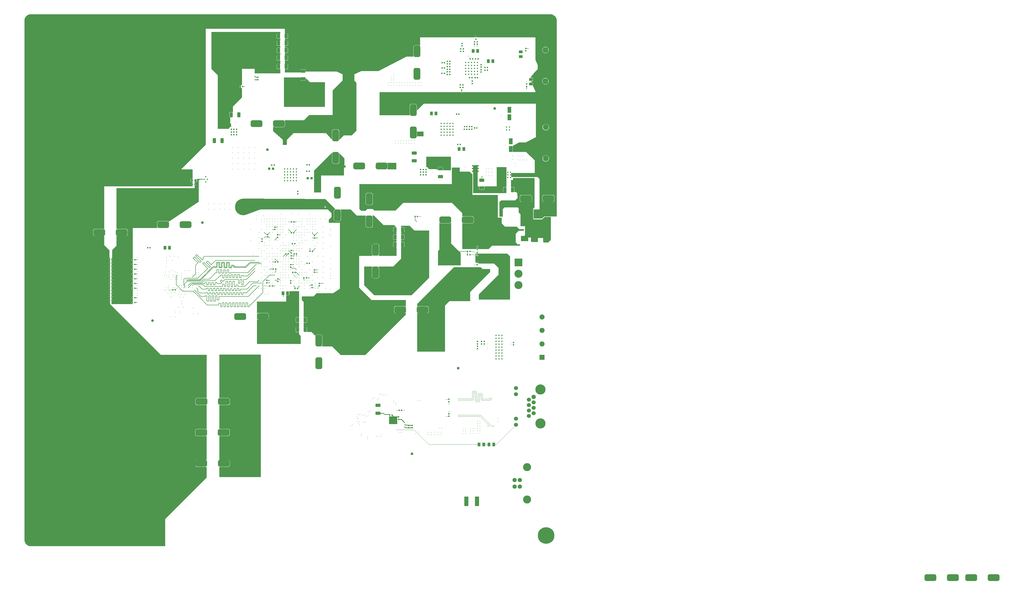
<source format=gbr>
G04*
G04 #@! TF.GenerationSoftware,Altium Limited,Altium Designer,23.11.1 (41)*
G04*
G04 Layer_Physical_Order=12*
G04 Layer_Color=16711680*
%FSLAX44Y44*%
%MOMM*%
G71*
G04*
G04 #@! TF.SameCoordinates,838A1BA1-0531-4938-89FD-2D76D54D1B47*
G04*
G04*
G04 #@! TF.FilePolarity,Positive*
G04*
G01*
G75*
%ADD10C,0.2540*%
%ADD14C,0.1270*%
%ADD16C,0.1524*%
G04:AMPARAMS|DCode=42|XSize=4.4mm|YSize=2.5mm|CornerRadius=0.625mm|HoleSize=0mm|Usage=FLASHONLY|Rotation=0.000|XOffset=0mm|YOffset=0mm|HoleType=Round|Shape=RoundedRectangle|*
%AMROUNDEDRECTD42*
21,1,4.4000,1.2500,0,0,0.0*
21,1,3.1500,2.5000,0,0,0.0*
1,1,1.2500,1.5750,-0.6250*
1,1,1.2500,-1.5750,-0.6250*
1,1,1.2500,-1.5750,0.6250*
1,1,1.2500,1.5750,0.6250*
%
%ADD42ROUNDEDRECTD42*%
G04:AMPARAMS|DCode=43|XSize=1.8034mm|YSize=1.1938mm|CornerRadius=0.203mm|HoleSize=0mm|Usage=FLASHONLY|Rotation=90.000|XOffset=0mm|YOffset=0mm|HoleType=Round|Shape=RoundedRectangle|*
%AMROUNDEDRECTD43*
21,1,1.8034,0.7879,0,0,90.0*
21,1,1.3975,1.1938,0,0,90.0*
1,1,0.4059,0.3940,0.6988*
1,1,0.4059,0.3940,-0.6988*
1,1,0.4059,-0.3940,-0.6988*
1,1,0.4059,-0.3940,0.6988*
%
%ADD43ROUNDEDRECTD43*%
G04:AMPARAMS|DCode=44|XSize=0.508mm|YSize=0.508mm|CornerRadius=0.1524mm|HoleSize=0mm|Usage=FLASHONLY|Rotation=0.000|XOffset=0mm|YOffset=0mm|HoleType=Round|Shape=RoundedRectangle|*
%AMROUNDEDRECTD44*
21,1,0.5080,0.2032,0,0,0.0*
21,1,0.2032,0.5080,0,0,0.0*
1,1,0.3048,0.1016,-0.1016*
1,1,0.3048,-0.1016,-0.1016*
1,1,0.3048,-0.1016,0.1016*
1,1,0.3048,0.1016,0.1016*
%
%ADD44ROUNDEDRECTD44*%
G04:AMPARAMS|DCode=45|XSize=0.508mm|YSize=0.508mm|CornerRadius=0.1524mm|HoleSize=0mm|Usage=FLASHONLY|Rotation=270.000|XOffset=0mm|YOffset=0mm|HoleType=Round|Shape=RoundedRectangle|*
%AMROUNDEDRECTD45*
21,1,0.5080,0.2032,0,0,270.0*
21,1,0.2032,0.5080,0,0,270.0*
1,1,0.3048,-0.1016,-0.1016*
1,1,0.3048,-0.1016,0.1016*
1,1,0.3048,0.1016,0.1016*
1,1,0.3048,0.1016,-0.1016*
%
%ADD45ROUNDEDRECTD45*%
G04:AMPARAMS|DCode=46|XSize=1.8034mm|YSize=1.1938mm|CornerRadius=0.203mm|HoleSize=0mm|Usage=FLASHONLY|Rotation=180.000|XOffset=0mm|YOffset=0mm|HoleType=Round|Shape=RoundedRectangle|*
%AMROUNDEDRECTD46*
21,1,1.8034,0.7879,0,0,180.0*
21,1,1.3975,1.1938,0,0,180.0*
1,1,0.4059,-0.6988,0.3940*
1,1,0.4059,0.6988,0.3940*
1,1,0.4059,0.6988,-0.3940*
1,1,0.4059,-0.6988,-0.3940*
%
%ADD46ROUNDEDRECTD46*%
G04:AMPARAMS|DCode=48|XSize=1.397mm|YSize=1.0922mm|CornerRadius=0.2021mm|HoleSize=0mm|Usage=FLASHONLY|Rotation=180.000|XOffset=0mm|YOffset=0mm|HoleType=Round|Shape=RoundedRectangle|*
%AMROUNDEDRECTD48*
21,1,1.3970,0.6881,0,0,180.0*
21,1,0.9929,1.0922,0,0,180.0*
1,1,0.4041,-0.4964,0.3440*
1,1,0.4041,0.4964,0.3440*
1,1,0.4041,0.4964,-0.3440*
1,1,0.4041,-0.4964,-0.3440*
%
%ADD48ROUNDEDRECTD48*%
G04:AMPARAMS|DCode=53|XSize=4.4mm|YSize=2.5mm|CornerRadius=0.625mm|HoleSize=0mm|Usage=FLASHONLY|Rotation=270.000|XOffset=0mm|YOffset=0mm|HoleType=Round|Shape=RoundedRectangle|*
%AMROUNDEDRECTD53*
21,1,4.4000,1.2500,0,0,270.0*
21,1,3.1500,2.5000,0,0,270.0*
1,1,1.2500,-0.6250,-1.5750*
1,1,1.2500,-0.6250,1.5750*
1,1,1.2500,0.6250,1.5750*
1,1,1.2500,0.6250,-1.5750*
%
%ADD53ROUNDEDRECTD53*%
G04:AMPARAMS|DCode=58|XSize=0.889mm|YSize=0.8636mm|CornerRadius=0.1511mm|HoleSize=0mm|Usage=FLASHONLY|Rotation=0.000|XOffset=0mm|YOffset=0mm|HoleType=Round|Shape=RoundedRectangle|*
%AMROUNDEDRECTD58*
21,1,0.8890,0.5613,0,0,0.0*
21,1,0.5867,0.8636,0,0,0.0*
1,1,0.3023,0.2934,-0.2807*
1,1,0.3023,-0.2934,-0.2807*
1,1,0.3023,-0.2934,0.2807*
1,1,0.3023,0.2934,0.2807*
%
%ADD58ROUNDEDRECTD58*%
G04:AMPARAMS|DCode=60|XSize=1.397mm|YSize=1.0922mm|CornerRadius=0.2021mm|HoleSize=0mm|Usage=FLASHONLY|Rotation=270.000|XOffset=0mm|YOffset=0mm|HoleType=Round|Shape=RoundedRectangle|*
%AMROUNDEDRECTD60*
21,1,1.3970,0.6881,0,0,270.0*
21,1,0.9929,1.0922,0,0,270.0*
1,1,0.4041,-0.3440,-0.4964*
1,1,0.4041,-0.3440,0.4964*
1,1,0.4041,0.3440,0.4964*
1,1,0.4041,0.3440,-0.4964*
%
%ADD60ROUNDEDRECTD60*%
%ADD74R,1.3500X2.2000*%
%ADD187C,1.0000*%
G04:AMPARAMS|DCode=201|XSize=1.6mm|YSize=3.5mm|CornerRadius=0.2mm|HoleSize=0mm|Usage=FLASHONLY|Rotation=0.000|XOffset=0mm|YOffset=0mm|HoleType=Round|Shape=RoundedRectangle|*
%AMROUNDEDRECTD201*
21,1,1.6000,3.1000,0,0,0.0*
21,1,1.2000,3.5000,0,0,0.0*
1,1,0.4000,0.6000,-1.5500*
1,1,0.4000,-0.6000,-1.5500*
1,1,0.4000,-0.6000,1.5500*
1,1,0.4000,0.6000,1.5500*
%
%ADD201ROUNDEDRECTD201*%
%ADD214C,0.1016*%
%ADD217C,6.2000*%
%ADD218C,2.2000*%
%ADD219C,3.8100*%
G04:AMPARAMS|DCode=220|XSize=1.524mm|YSize=1.524mm|CornerRadius=0mm|HoleSize=0mm|Usage=FLASHONLY|Rotation=90.000|XOffset=0mm|YOffset=0mm|HoleType=Round|Shape=Octagon|*
%AMOCTAGOND220*
4,1,8,0.3810,0.7620,-0.3810,0.7620,-0.7620,0.3810,-0.7620,-0.3810,-0.3810,-0.7620,0.3810,-0.7620,0.7620,-0.3810,0.7620,0.3810,0.3810,0.7620,0.0*
%
%ADD220OCTAGOND220*%

%ADD221C,1.5240*%
%ADD222C,3.0000*%
%ADD223C,1.6000*%
%ADD224C,0.6000*%
%ADD225R,1.9050X1.9050*%
%ADD226C,1.9050*%
%ADD227R,3.0000X3.0000*%
%ADD228C,0.3048*%
%ADD229C,0.5000*%
%ADD230C,0.5588*%
%ADD231C,0.5080*%
G36*
X962191Y1923888D02*
X960921Y1923209D01*
X960846Y1923260D01*
X959756Y1923476D01*
X956198D01*
Y1922577D01*
X955436D01*
Y1923476D01*
X951877D01*
X950788Y1923260D01*
X950188Y1922858D01*
X950795Y1922251D01*
X950256Y1921712D01*
X949649Y1922320D01*
X949248Y1921719D01*
X949031Y1920630D01*
Y1914024D01*
X949930D01*
Y1913262D01*
X949031D01*
Y1906655D01*
X949248Y1905566D01*
X949649Y1904966D01*
X950256Y1905573D01*
X950795Y1905034D01*
X950188Y1904427D01*
X950788Y1904026D01*
X951877Y1903809D01*
X955436D01*
Y1904708D01*
X956198D01*
Y1903809D01*
X959756D01*
X960846Y1904026D01*
X960921Y1904076D01*
X962191Y1903397D01*
Y1897472D01*
X960921Y1896793D01*
X960846Y1896844D01*
X959756Y1897060D01*
X956198D01*
Y1896161D01*
X955436D01*
Y1897060D01*
X951877D01*
X950788Y1896844D01*
X950188Y1896443D01*
X950795Y1895835D01*
X950256Y1895296D01*
X949649Y1895904D01*
X949248Y1895303D01*
X949031Y1894214D01*
Y1887608D01*
X949930D01*
Y1886846D01*
X949031D01*
Y1880239D01*
X949248Y1879150D01*
X949649Y1878549D01*
X950256Y1879157D01*
X950795Y1878618D01*
X950188Y1878011D01*
X950788Y1877610D01*
X951877Y1877393D01*
X955436D01*
Y1878292D01*
X956198D01*
Y1877393D01*
X959756D01*
X960846Y1877610D01*
X960921Y1877660D01*
X962191Y1876981D01*
Y1870728D01*
X960921Y1870049D01*
X960846Y1870099D01*
X959756Y1870316D01*
X956198D01*
Y1869417D01*
X955436D01*
Y1870316D01*
X951877D01*
X950788Y1870099D01*
X950188Y1869698D01*
X950795Y1869091D01*
X950256Y1868552D01*
X949649Y1869160D01*
X949248Y1868559D01*
X949031Y1867470D01*
Y1860863D01*
X949930D01*
Y1860101D01*
X949031D01*
Y1853495D01*
X949248Y1852406D01*
X949649Y1851805D01*
X950256Y1852413D01*
X950795Y1851874D01*
X950188Y1851267D01*
X950788Y1850865D01*
X951877Y1850649D01*
X955436D01*
Y1851548D01*
X956198D01*
Y1850649D01*
X959756D01*
X960846Y1850865D01*
X960921Y1850916D01*
X962191Y1850237D01*
Y1842398D01*
X960921Y1841719D01*
X960846Y1841769D01*
X959756Y1841986D01*
X956198D01*
Y1841087D01*
X955436D01*
Y1841986D01*
X951877D01*
X950788Y1841769D01*
X950188Y1841368D01*
X950795Y1840761D01*
X950256Y1840222D01*
X949649Y1840829D01*
X949248Y1840229D01*
X949031Y1839140D01*
Y1832533D01*
X949930D01*
Y1831771D01*
X949031D01*
Y1825165D01*
X949248Y1824076D01*
X949649Y1823475D01*
X950256Y1824083D01*
X950795Y1823544D01*
X950188Y1822937D01*
X950788Y1822535D01*
X951877Y1822319D01*
X955436D01*
Y1823218D01*
X956198D01*
Y1822319D01*
X959756D01*
X960846Y1822535D01*
X960921Y1822586D01*
X962191Y1821907D01*
Y1810228D01*
X960921Y1809549D01*
X960725Y1809680D01*
X959636Y1809897D01*
X956078D01*
Y1808998D01*
X955316D01*
Y1809897D01*
X951757D01*
X950668Y1809680D01*
X950068Y1809279D01*
X950675Y1808672D01*
X950136Y1808133D01*
X949529Y1808740D01*
X949128Y1808140D01*
X948911Y1807051D01*
Y1800444D01*
X949810D01*
Y1799682D01*
X948911D01*
Y1793076D01*
X949128Y1791987D01*
X949529Y1791386D01*
X950136Y1791993D01*
X950675Y1791455D01*
X950068Y1790847D01*
X950668Y1790446D01*
X951757Y1790229D01*
X955316D01*
Y1791129D01*
X956078D01*
Y1790229D01*
X959636D01*
X960725Y1790446D01*
X960921Y1790577D01*
X962191Y1789898D01*
Y1774368D01*
X866717D01*
Y1790700D01*
X819729D01*
Y1732246D01*
X816300Y1728817D01*
X815030Y1728477D01*
X814913Y1728555D01*
X814022Y1728732D01*
X813387D01*
Y1727843D01*
X812625D01*
Y1728732D01*
X811990D01*
X811097Y1728555D01*
X810664Y1728265D01*
X811273Y1727656D01*
X810734Y1727117D01*
X810126Y1727726D01*
X809836Y1727293D01*
X809659Y1726401D01*
Y1725766D01*
X810548D01*
Y1725004D01*
X809659D01*
Y1724369D01*
X809836Y1723477D01*
X810126Y1723044D01*
X810734Y1723653D01*
X811273Y1723114D01*
X810664Y1722505D01*
X811097Y1722216D01*
X811990Y1722038D01*
X812625D01*
Y1722928D01*
X813387D01*
Y1722038D01*
X814022D01*
X814913Y1722216D01*
X815030Y1722294D01*
X816300Y1721615D01*
Y1721197D01*
X819729Y1717768D01*
Y1684246D01*
X785063Y1649580D01*
Y1629609D01*
X783793Y1628930D01*
X783718Y1628981D01*
X782629Y1629198D01*
X779070D01*
Y1628298D01*
X778308D01*
Y1629198D01*
X774750D01*
X773660Y1628981D01*
X773060Y1628580D01*
X773667Y1627972D01*
X773128Y1627434D01*
X772521Y1628041D01*
X772120Y1627440D01*
X771903Y1626351D01*
Y1619745D01*
X772802D01*
Y1618983D01*
X771903D01*
Y1612376D01*
X772120Y1611287D01*
X772521Y1610687D01*
X773128Y1611294D01*
X773667Y1610755D01*
X773060Y1610148D01*
X773660Y1609747D01*
X774750Y1609530D01*
X775184D01*
Y1588500D01*
X776678Y1586080D01*
X778428Y1583437D01*
Y1574080D01*
X774928D01*
X770678Y1569831D01*
Y1566339D01*
X729689Y1566298D01*
X728791Y1567195D01*
Y1766759D01*
X704850Y1790700D01*
Y1928756D01*
X962191D01*
Y1923888D01*
D02*
G37*
G36*
X30479Y1995304D02*
X1971036Y1995085D01*
X1972145Y1995305D01*
X1975795Y1994946D01*
X1980368Y1993559D01*
X1984582Y1991307D01*
X1988275Y1988275D01*
X1991307Y1984582D01*
X1993559Y1980368D01*
X1994946Y1975795D01*
X1995378Y1971409D01*
X1995304Y1971040D01*
Y1239438D01*
X1951419Y1239376D01*
X1948790Y1239446D01*
X1940619Y1231276D01*
X1908919D01*
Y1265376D01*
X1930910D01*
Y1379577D01*
X1923750Y1386737D01*
X1825599D01*
Y1401977D01*
X1912939D01*
Y1448611D01*
X1880006Y1480612D01*
X1831232D01*
Y1491231D01*
X1830388D01*
Y1491993D01*
X1831232D01*
Y1503025D01*
X1854900Y1515856D01*
X1879196D01*
X1917065Y1535727D01*
Y1660782D01*
X1498147D01*
X1473726Y1636361D01*
X1472552Y1636847D01*
Y1652780D01*
X1472312Y1654610D01*
X1471605Y1656316D01*
X1470715Y1657476D01*
X1470103Y1656864D01*
X1469564Y1657403D01*
X1470176Y1658015D01*
X1469016Y1658905D01*
X1467310Y1659612D01*
X1465480Y1659852D01*
X1459611D01*
Y1658948D01*
X1458849D01*
Y1659852D01*
X1452980D01*
X1451149Y1659612D01*
X1449444Y1658905D01*
X1448284Y1658015D01*
X1448896Y1657403D01*
X1448357Y1656864D01*
X1447745Y1657476D01*
X1446855Y1656316D01*
X1446148Y1654610D01*
X1445907Y1652780D01*
Y1637411D01*
X1446812D01*
Y1636649D01*
X1445907D01*
Y1621280D01*
X1446148Y1619449D01*
X1446515Y1618565D01*
X1445666Y1617295D01*
X1333455D01*
Y1703925D01*
X1636239D01*
X1636270Y1703887D01*
Y1703252D01*
X1637159D01*
Y1702490D01*
X1636270D01*
Y1701855D01*
X1636447Y1700963D01*
X1636737Y1700530D01*
X1637346Y1701139D01*
X1637885Y1700600D01*
X1637276Y1699991D01*
X1637709Y1699702D01*
X1638601Y1699524D01*
X1639236D01*
Y1700414D01*
X1639998D01*
Y1699524D01*
X1640633D01*
X1641525Y1699702D01*
X1641958Y1699991D01*
X1641349Y1700600D01*
X1641888Y1701139D01*
X1642497Y1700530D01*
X1642786Y1700963D01*
X1642964Y1701855D01*
Y1702490D01*
X1642074D01*
Y1703252D01*
X1642964D01*
Y1703887D01*
X1642995Y1703925D01*
X1915657D01*
X1915606Y1707326D01*
X1905699Y1728705D01*
X1905750Y1728739D01*
X1906365Y1729659D01*
X1906581Y1730745D01*
Y1733804D01*
X1905682D01*
Y1734566D01*
X1906581D01*
Y1737625D01*
X1906365Y1738711D01*
X1905966Y1739309D01*
X1905359Y1738701D01*
X1904820Y1739240D01*
X1905427Y1739847D01*
X1904830Y1740247D01*
X1903744Y1740462D01*
X1900251D01*
X1898799Y1743596D01*
X1899482Y1744666D01*
X1903744D01*
X1904929Y1744902D01*
X1905933Y1745573D01*
X1906604Y1746578D01*
X1906840Y1747763D01*
Y1754643D01*
X1906604Y1755828D01*
X1905933Y1756833D01*
X1904929Y1757504D01*
X1903744Y1757740D01*
X1898056D01*
X1897177Y1758656D01*
X1897191Y1759012D01*
X1915606Y1782126D01*
X1924011Y1789430D01*
Y1805688D01*
X1915606Y1824166D01*
Y1908810D01*
X1697518D01*
X1696511Y1910042D01*
Y1910677D01*
X1695622D01*
Y1911439D01*
X1696511D01*
Y1912074D01*
X1696333Y1912966D01*
X1696044Y1913399D01*
X1695435Y1912790D01*
X1694896Y1913329D01*
X1695505Y1913938D01*
X1695072Y1914227D01*
X1694180Y1914404D01*
X1693545D01*
Y1913515D01*
X1692783D01*
Y1914404D01*
X1692148D01*
X1691256Y1914227D01*
X1690823Y1913938D01*
X1691432Y1913329D01*
X1690893Y1912790D01*
X1690284Y1913399D01*
X1689995Y1912966D01*
X1689817Y1912074D01*
Y1911439D01*
X1690706D01*
Y1910677D01*
X1689817D01*
Y1910042D01*
X1688811Y1908810D01*
X1484630D01*
Y1878641D01*
X1483360Y1878015D01*
X1482554Y1878634D01*
X1480848Y1879340D01*
X1479017Y1879581D01*
X1473148D01*
Y1878676D01*
X1472386D01*
Y1879581D01*
X1466517D01*
X1464687Y1879340D01*
X1462981Y1878634D01*
X1461821Y1877744D01*
X1462433Y1877131D01*
X1461895Y1876593D01*
X1461283Y1877205D01*
X1460392Y1876045D01*
X1459686Y1874339D01*
X1459445Y1872509D01*
Y1857139D01*
X1460350D01*
Y1856378D01*
X1459445D01*
Y1841009D01*
X1459686Y1839178D01*
X1460302Y1837690D01*
X1459785Y1836420D01*
X1433830D01*
X1329452Y1782652D01*
X1264731D01*
X1239063Y1771048D01*
Y1747051D01*
X1246743Y1739371D01*
Y1559865D01*
X1229441Y1542564D01*
X1200009D01*
X1183604Y1526159D01*
X1182457Y1526690D01*
X1182397Y1526747D01*
Y1542087D01*
X1181492D01*
Y1542849D01*
X1182397D01*
Y1558218D01*
X1182156Y1560048D01*
X1181449Y1561754D01*
X1180559Y1562914D01*
X1179947Y1562302D01*
X1179408Y1562841D01*
X1180021Y1563453D01*
X1178861Y1564343D01*
X1177155Y1565049D01*
X1175324Y1565290D01*
X1169455D01*
Y1564386D01*
X1168693D01*
Y1565290D01*
X1162824D01*
X1160994Y1565049D01*
X1159288Y1564343D01*
X1158128Y1563453D01*
X1158740Y1562841D01*
X1158202Y1562302D01*
X1157589Y1562914D01*
X1156699Y1561754D01*
X1155993Y1560048D01*
X1155752Y1558218D01*
Y1542849D01*
X1156657D01*
Y1542087D01*
X1155752D01*
Y1527249D01*
X1154482Y1526771D01*
X1133360Y1550852D01*
X1011640D01*
X986922Y1526134D01*
Y1506634D01*
X971422D01*
Y1526134D01*
X935616Y1557940D01*
Y1574566D01*
X936785Y1574995D01*
X936886Y1575008D01*
X938330Y1573900D01*
X940035Y1573194D01*
X941866Y1572953D01*
X957235D01*
Y1573858D01*
X957997D01*
Y1572953D01*
X973366D01*
X975196Y1573194D01*
X976902Y1573900D01*
X978062Y1574790D01*
X977450Y1575403D01*
X977989Y1575941D01*
X978601Y1575329D01*
X979491Y1576489D01*
X980197Y1578195D01*
X980438Y1580025D01*
Y1585894D01*
X979533D01*
Y1586656D01*
X980438D01*
Y1592525D01*
X980197Y1594356D01*
X979491Y1596062D01*
X978383Y1597505D01*
X978396Y1597606D01*
X978825Y1598775D01*
X1001569Y1598775D01*
X1050068Y1598775D01*
X1069631Y1618338D01*
X1158405Y1618338D01*
Y1710393D01*
X1195063Y1747051D01*
Y1771091D01*
X1173543Y1781332D01*
X1059674D01*
X1058300Y1779958D01*
X1057030Y1780484D01*
Y1782271D01*
X1056131D01*
Y1783033D01*
X1057030D01*
Y1786591D01*
X1056814Y1787681D01*
X1056412Y1788281D01*
X1055805Y1787674D01*
X1055266Y1788212D01*
X1055874Y1788820D01*
X1055273Y1789221D01*
X1054184Y1789438D01*
X1047578D01*
Y1788539D01*
X1046815D01*
Y1789438D01*
X1040209D01*
X1039120Y1789221D01*
X1038520Y1788820D01*
X1039127Y1788212D01*
X1038588Y1787674D01*
X1037981Y1788281D01*
X1037579Y1787681D01*
X1037363Y1786591D01*
Y1783033D01*
X1038262D01*
Y1782271D01*
X1037363D01*
Y1778712D01*
X1037396Y1778547D01*
X1036400Y1777277D01*
X979170D01*
Y1789338D01*
X980440Y1790284D01*
X980713Y1790229D01*
X984272D01*
Y1791129D01*
X985034D01*
Y1790229D01*
X988592D01*
X989681Y1790446D01*
X990282Y1790847D01*
X989674Y1791455D01*
X990213Y1791993D01*
X990820Y1791386D01*
X991222Y1791987D01*
X991438Y1793076D01*
Y1799682D01*
X990539D01*
Y1800444D01*
X991438D01*
Y1807051D01*
X991222Y1808140D01*
X990820Y1808740D01*
X990213Y1808133D01*
X989674Y1808672D01*
X990282Y1809279D01*
X989681Y1809680D01*
X988592Y1809897D01*
X985034D01*
Y1808998D01*
X984272D01*
Y1809897D01*
X980713D01*
X980440Y1809843D01*
X979170Y1810788D01*
Y1821508D01*
X980440Y1822397D01*
X980833Y1822319D01*
X984392D01*
Y1823218D01*
X985154D01*
Y1822319D01*
X988712D01*
X989802Y1822535D01*
X990402Y1822937D01*
X989795Y1823544D01*
X990334Y1824083D01*
X990941Y1823475D01*
X991342Y1824076D01*
X991559Y1825165D01*
Y1831771D01*
X990660D01*
Y1832533D01*
X991559D01*
Y1839140D01*
X991342Y1840229D01*
X990941Y1840829D01*
X990334Y1840222D01*
X989795Y1840761D01*
X990402Y1841368D01*
X989802Y1841769D01*
X988712Y1841986D01*
X985154D01*
Y1841087D01*
X984392D01*
Y1841986D01*
X980833D01*
X980440Y1841908D01*
X979170Y1842797D01*
Y1849838D01*
X980440Y1850727D01*
X980833Y1850649D01*
X984392D01*
Y1851548D01*
X985154D01*
Y1850649D01*
X988712D01*
X989802Y1850865D01*
X990402Y1851267D01*
X989795Y1851874D01*
X990334Y1852413D01*
X990941Y1851805D01*
X991342Y1852406D01*
X991559Y1853495D01*
Y1860101D01*
X990660D01*
Y1860863D01*
X991559D01*
Y1867470D01*
X991342Y1868559D01*
X990941Y1869160D01*
X990334Y1868552D01*
X989795Y1869091D01*
X990402Y1869698D01*
X989802Y1870099D01*
X988712Y1870316D01*
X985154D01*
Y1869417D01*
X984392D01*
Y1870316D01*
X980833D01*
X980440Y1870238D01*
X979170Y1871127D01*
Y1876582D01*
X980440Y1877471D01*
X980833Y1877393D01*
X984392D01*
Y1878292D01*
X985154D01*
Y1877393D01*
X988712D01*
X989802Y1877610D01*
X990402Y1878011D01*
X989795Y1878618D01*
X990334Y1879157D01*
X990941Y1878549D01*
X991342Y1879150D01*
X991559Y1880239D01*
Y1886846D01*
X990660D01*
Y1887608D01*
X991559D01*
Y1894214D01*
X991342Y1895303D01*
X990941Y1895904D01*
X990334Y1895296D01*
X989795Y1895835D01*
X990402Y1896443D01*
X989802Y1896844D01*
X988712Y1897060D01*
X985154D01*
Y1896161D01*
X984392D01*
Y1897060D01*
X980833D01*
X980440Y1896982D01*
X979170Y1897871D01*
Y1902998D01*
X980440Y1903887D01*
X980833Y1903809D01*
X984392D01*
Y1904708D01*
X985154D01*
Y1903809D01*
X988712D01*
X989802Y1904026D01*
X990402Y1904427D01*
X989795Y1905034D01*
X990334Y1905573D01*
X990941Y1904966D01*
X991342Y1905566D01*
X991559Y1906655D01*
Y1913262D01*
X990660D01*
Y1914024D01*
X991559D01*
Y1920630D01*
X991342Y1921719D01*
X990941Y1922320D01*
X990334Y1921712D01*
X989795Y1922251D01*
X990402Y1922858D01*
X989802Y1923260D01*
X988712Y1923476D01*
X985154D01*
Y1922577D01*
X984392D01*
Y1923476D01*
X980833D01*
X980440Y1923398D01*
X979170Y1924287D01*
Y1940529D01*
X683473D01*
Y1506687D01*
X591581Y1414795D01*
X635026D01*
X635026Y1379879D01*
X634455Y1379208D01*
X633756Y1378771D01*
X631531D01*
Y1377882D01*
X630770D01*
Y1378771D01*
X628217D01*
X627330Y1378595D01*
X626901Y1378308D01*
X627510Y1377699D01*
X626971Y1377160D01*
X626362Y1377769D01*
X626075Y1377340D01*
X625899Y1376453D01*
Y1374028D01*
X626788D01*
Y1373266D01*
X625899D01*
Y1370840D01*
X626075Y1369953D01*
X626362Y1369524D01*
X626971Y1370133D01*
X627510Y1369594D01*
X626901Y1368985D01*
X627330Y1368698D01*
X628217Y1368522D01*
X630770D01*
Y1369411D01*
X631531D01*
Y1368522D01*
X634084D01*
X635026Y1367414D01*
Y1362910D01*
X634453D01*
Y1362021D01*
X633690D01*
Y1362910D01*
X633055D01*
X632164Y1362733D01*
X631730Y1362444D01*
X632339Y1361835D01*
X631801Y1361296D01*
X631192Y1361905D01*
X630902Y1361472D01*
X630725Y1360580D01*
Y1359944D01*
X631614D01*
Y1359182D01*
X630725D01*
Y1358548D01*
X630902Y1357656D01*
X631192Y1357222D01*
X631801Y1357831D01*
X632339Y1357293D01*
X631730Y1356684D01*
X632164Y1356394D01*
X633055Y1356217D01*
X633690D01*
Y1357106D01*
X634453D01*
Y1356217D01*
X635026D01*
Y1352288D01*
X633993Y1351256D01*
X304970D01*
Y1192741D01*
X303914Y1192036D01*
X303320Y1192282D01*
X301490Y1192523D01*
X286121D01*
Y1191618D01*
X285359D01*
Y1192523D01*
X269990D01*
X268159Y1192282D01*
X266453Y1191575D01*
X265294Y1190685D01*
X265906Y1190073D01*
X265367Y1189534D01*
X264755Y1190146D01*
X263865Y1188987D01*
X263158Y1187281D01*
X262917Y1185450D01*
Y1179581D01*
X263822D01*
Y1178819D01*
X262917D01*
Y1172950D01*
X263158Y1171120D01*
X263865Y1169414D01*
X264755Y1168254D01*
X265367Y1168866D01*
X265906Y1168327D01*
X265294Y1167715D01*
X266453Y1166825D01*
X268159Y1166119D01*
X269990Y1165878D01*
X285359D01*
Y1166783D01*
X286121D01*
Y1165878D01*
X301490D01*
X303320Y1166119D01*
X303914Y1166365D01*
X304970Y1165659D01*
Y1132210D01*
X324020Y1113160D01*
Y1085220D01*
X326389Y1082851D01*
X326344Y1081500D01*
X325671Y1080947D01*
X325036D01*
Y1080058D01*
X324274D01*
Y1080947D01*
X323639D01*
X322747Y1080770D01*
X322314Y1080480D01*
X322923Y1079871D01*
X322384Y1079332D01*
X321775Y1079941D01*
X321486Y1079508D01*
X321308Y1078616D01*
Y1077981D01*
X322197D01*
Y1077219D01*
X321308D01*
Y1076584D01*
X321486Y1075692D01*
X321775Y1075259D01*
X322384Y1075868D01*
X322923Y1075329D01*
X322314Y1074720D01*
X322747Y1074431D01*
X323639Y1074253D01*
X324274D01*
Y1075143D01*
X325036D01*
Y1074253D01*
X325671D01*
X326560Y1073524D01*
Y1068977D01*
X325671Y1068247D01*
X325036D01*
Y1067358D01*
X324274D01*
Y1068247D01*
X323639D01*
X322747Y1068070D01*
X322314Y1067780D01*
X322923Y1067171D01*
X322384Y1066632D01*
X321775Y1067241D01*
X321486Y1066808D01*
X321308Y1065916D01*
Y1065281D01*
X322197D01*
Y1064519D01*
X321308D01*
Y1063884D01*
X321486Y1062992D01*
X321775Y1062559D01*
X322384Y1063168D01*
X322923Y1062629D01*
X322314Y1062020D01*
X322747Y1061731D01*
X323639Y1061553D01*
X324274D01*
Y1062442D01*
X325036D01*
Y1061553D01*
X325671D01*
X326560Y1060824D01*
Y1056277D01*
X325671Y1055547D01*
X325036D01*
Y1054658D01*
X324274D01*
Y1055547D01*
X323639D01*
X322747Y1055369D01*
X322314Y1055080D01*
X322923Y1054471D01*
X322384Y1053932D01*
X321775Y1054541D01*
X321486Y1054108D01*
X321308Y1053216D01*
Y1052581D01*
X322197D01*
Y1051819D01*
X321308D01*
Y1051184D01*
X321486Y1050292D01*
X321775Y1049859D01*
X322384Y1050468D01*
X322923Y1049929D01*
X322314Y1049320D01*
X322747Y1049031D01*
X323639Y1048853D01*
X324274D01*
Y1049743D01*
X325036D01*
Y1048853D01*
X325671D01*
X326560Y1048124D01*
Y1043577D01*
X325671Y1042847D01*
X325036D01*
Y1041958D01*
X324274D01*
Y1042847D01*
X323639D01*
X322747Y1042670D01*
X322314Y1042380D01*
X322923Y1041771D01*
X322384Y1041232D01*
X321775Y1041841D01*
X321486Y1041408D01*
X321308Y1040516D01*
Y1039881D01*
X322197D01*
Y1039119D01*
X321308D01*
Y1038484D01*
X321486Y1037592D01*
X321775Y1037159D01*
X322384Y1037768D01*
X322923Y1037229D01*
X322314Y1036620D01*
X322747Y1036331D01*
X323639Y1036153D01*
X324274D01*
Y1037042D01*
X325036D01*
Y1036153D01*
X325671D01*
X326560Y1035424D01*
Y1030877D01*
X325671Y1030147D01*
X325036D01*
Y1029258D01*
X324274D01*
Y1030147D01*
X323639D01*
X322747Y1029969D01*
X322314Y1029680D01*
X322923Y1029071D01*
X322384Y1028532D01*
X321775Y1029141D01*
X321486Y1028708D01*
X321308Y1027816D01*
Y1027181D01*
X322197D01*
Y1026419D01*
X321308D01*
Y1025784D01*
X321486Y1024892D01*
X321775Y1024459D01*
X322384Y1025068D01*
X322923Y1024529D01*
X322314Y1023920D01*
X322747Y1023631D01*
X323639Y1023453D01*
X324274D01*
Y1024342D01*
X325036D01*
Y1023453D01*
X325671D01*
X326560Y1022724D01*
Y1018177D01*
X325671Y1017447D01*
X325036D01*
Y1016558D01*
X324274D01*
Y1017447D01*
X323639D01*
X322747Y1017270D01*
X322314Y1016980D01*
X322923Y1016371D01*
X322384Y1015832D01*
X321775Y1016441D01*
X321486Y1016008D01*
X321308Y1015116D01*
Y1014481D01*
X322197D01*
Y1013719D01*
X321308D01*
Y1013084D01*
X321486Y1012192D01*
X321775Y1011759D01*
X322384Y1012368D01*
X322923Y1011829D01*
X322314Y1011220D01*
X322747Y1010931D01*
X323639Y1010753D01*
X324274D01*
Y1011643D01*
X325036D01*
Y1010753D01*
X325671D01*
X326560Y1010024D01*
Y1005477D01*
X325671Y1004747D01*
X325036D01*
Y1003858D01*
X324274D01*
Y1004747D01*
X323639D01*
X322747Y1004569D01*
X322314Y1004280D01*
X322923Y1003671D01*
X322384Y1003132D01*
X321775Y1003741D01*
X321486Y1003308D01*
X321308Y1002416D01*
Y1001781D01*
X322197D01*
Y1001019D01*
X321308D01*
Y1000384D01*
X321486Y999492D01*
X321775Y999059D01*
X322384Y999668D01*
X322923Y999129D01*
X322314Y998520D01*
X322747Y998231D01*
X323639Y998053D01*
X324274D01*
Y998942D01*
X325036D01*
Y998053D01*
X325671D01*
X326560Y997324D01*
Y992777D01*
X325671Y992047D01*
X325036D01*
Y991158D01*
X324274D01*
Y992047D01*
X323639D01*
X322747Y991870D01*
X322314Y991580D01*
X322923Y990971D01*
X322384Y990432D01*
X321775Y991041D01*
X321486Y990608D01*
X321308Y989716D01*
Y989081D01*
X322197D01*
Y988319D01*
X321308D01*
Y987684D01*
X321486Y986792D01*
X321775Y986359D01*
X322384Y986968D01*
X322923Y986429D01*
X322314Y985820D01*
X322747Y985531D01*
X323639Y985353D01*
X324274D01*
Y986243D01*
X325036D01*
Y985353D01*
X325671D01*
X326560Y984624D01*
Y980077D01*
X325671Y979347D01*
X325036D01*
Y978458D01*
X324274D01*
Y979347D01*
X323639D01*
X322747Y979169D01*
X322314Y978880D01*
X322923Y978271D01*
X322384Y977732D01*
X321775Y978341D01*
X321486Y977908D01*
X321308Y977016D01*
Y976381D01*
X322197D01*
Y975619D01*
X321308D01*
Y974984D01*
X321486Y974092D01*
X321775Y973659D01*
X322384Y974268D01*
X322923Y973729D01*
X322314Y973120D01*
X322747Y972831D01*
X323639Y972653D01*
X324274D01*
Y973542D01*
X325036D01*
Y972653D01*
X325671D01*
X326560Y971924D01*
Y967377D01*
X325671Y966647D01*
X325036D01*
Y965758D01*
X324274D01*
Y966647D01*
X323639D01*
X322747Y966469D01*
X322314Y966180D01*
X322923Y965571D01*
X322384Y965032D01*
X321775Y965641D01*
X321486Y965208D01*
X321308Y964316D01*
Y963681D01*
X322197D01*
Y962919D01*
X321308D01*
Y962284D01*
X321486Y961392D01*
X321775Y960959D01*
X322384Y961568D01*
X322923Y961029D01*
X322314Y960420D01*
X322747Y960131D01*
X323639Y959953D01*
X324274D01*
Y960843D01*
X325036D01*
Y959953D01*
X325671D01*
X326560Y959224D01*
Y954677D01*
X325671Y953947D01*
X325036D01*
Y953058D01*
X324274D01*
Y953947D01*
X323639D01*
X322747Y953770D01*
X322314Y953480D01*
X322923Y952871D01*
X322384Y952332D01*
X321775Y952941D01*
X321486Y952508D01*
X321308Y951616D01*
Y950981D01*
X322197D01*
Y950219D01*
X321308D01*
Y949584D01*
X321486Y948692D01*
X321775Y948259D01*
X322384Y948868D01*
X322923Y948329D01*
X322314Y947720D01*
X322747Y947431D01*
X323639Y947253D01*
X324274D01*
Y948143D01*
X325036D01*
Y947253D01*
X325671D01*
X326560Y946524D01*
Y941977D01*
X325671Y941247D01*
X325036D01*
Y940358D01*
X324274D01*
Y941247D01*
X323639D01*
X322747Y941069D01*
X322314Y940780D01*
X322923Y940171D01*
X322384Y939632D01*
X321775Y940241D01*
X321486Y939808D01*
X321308Y938916D01*
Y938281D01*
X322197D01*
Y937519D01*
X321308D01*
Y936884D01*
X321486Y935992D01*
X321775Y935559D01*
X322384Y936168D01*
X322923Y935629D01*
X322314Y935020D01*
X322747Y934731D01*
X323639Y934553D01*
X324274D01*
Y935443D01*
X325036D01*
Y934553D01*
X325671D01*
X326560Y933824D01*
Y929277D01*
X325671Y928547D01*
X325036D01*
Y927658D01*
X324274D01*
Y928547D01*
X323639D01*
X322747Y928370D01*
X322314Y928080D01*
X322923Y927471D01*
X322384Y926932D01*
X321775Y927541D01*
X321486Y927108D01*
X321308Y926216D01*
Y925581D01*
X322197D01*
Y924819D01*
X321308D01*
Y924184D01*
X321486Y923292D01*
X321775Y922859D01*
X322384Y923468D01*
X322923Y922929D01*
X322314Y922320D01*
X322747Y922031D01*
X323639Y921853D01*
X324274D01*
Y922742D01*
X325036D01*
Y921853D01*
X325671D01*
X326560Y921124D01*
Y911226D01*
X325246Y911226D01*
X322706Y911226D01*
X304546D01*
X323281Y911226D01*
X323976Y911226D01*
X325052D01*
X326516Y911226D01*
X327427Y910315D01*
X516301Y721441D01*
X531944Y721441D01*
X686884D01*
Y560762D01*
X685828Y560056D01*
X685330Y560262D01*
X683499Y560503D01*
X668130D01*
Y559599D01*
X667368D01*
Y560503D01*
X651999D01*
X650169Y560262D01*
X648463Y559556D01*
X647303Y558666D01*
X647915Y558054D01*
X647376Y557515D01*
X646764Y558127D01*
X645874Y556967D01*
X645168Y555261D01*
X644927Y553431D01*
Y547562D01*
X645832D01*
Y546800D01*
X644927D01*
Y540931D01*
X645168Y539100D01*
X645874Y537395D01*
X646764Y536235D01*
X647376Y536847D01*
X647915Y536308D01*
X647303Y535696D01*
X648463Y534806D01*
X650169Y534099D01*
X651999Y533858D01*
X667368D01*
Y534763D01*
X668130D01*
Y533858D01*
X683499D01*
X685330Y534099D01*
X685828Y534306D01*
X686884Y533600D01*
Y444915D01*
X685614Y444066D01*
X684746Y444426D01*
X682915Y444667D01*
X667546D01*
Y443762D01*
X666785D01*
Y444667D01*
X651415D01*
X649585Y444426D01*
X647879Y443719D01*
X646719Y442829D01*
X647332Y442217D01*
X646793Y441678D01*
X646181Y442291D01*
X645291Y441131D01*
X644584Y439425D01*
X644343Y437594D01*
Y431726D01*
X645248D01*
Y430964D01*
X644343D01*
Y425094D01*
X644584Y423264D01*
X645291Y421558D01*
X646181Y420398D01*
X646793Y421011D01*
X647332Y420472D01*
X646719Y419860D01*
X647879Y418969D01*
X649585Y418263D01*
X651415Y418022D01*
X666785D01*
Y418927D01*
X667546D01*
Y418022D01*
X682915D01*
X684746Y418263D01*
X685614Y418623D01*
X686884Y417774D01*
Y329420D01*
X685614Y328571D01*
X684926Y328856D01*
X683095Y329097D01*
X667727D01*
Y328192D01*
X666964D01*
Y329097D01*
X651596D01*
X649765Y328856D01*
X648059Y328150D01*
X646899Y327260D01*
X647512Y326647D01*
X646973Y326109D01*
X646360Y326721D01*
X645471Y325561D01*
X644764Y323855D01*
X644523Y322025D01*
Y316156D01*
X645428D01*
Y315394D01*
X644523D01*
Y309525D01*
X644764Y307694D01*
X645471Y305988D01*
X646360Y304828D01*
X646973Y305441D01*
X647512Y304902D01*
X646899Y304290D01*
X648059Y303400D01*
X649765Y302693D01*
X651596Y302452D01*
X666964D01*
Y303357D01*
X667727D01*
Y302452D01*
X683095D01*
X684926Y302693D01*
X685614Y302978D01*
X686884Y302129D01*
Y262920D01*
X607333Y183369D01*
X531944Y108322D01*
Y6215D01*
X30481D01*
X30480Y6215D01*
Y6216D01*
X29216Y6230D01*
X25725Y6574D01*
X21152Y7961D01*
X16938Y10213D01*
X13245Y13245D01*
X10213Y16938D01*
X7961Y21152D01*
X6574Y25725D01*
X6230Y29216D01*
X6216Y30480D01*
X6215D01*
X6215Y30481D01*
Y1971039D01*
X6215Y1971040D01*
X6216D01*
X6230Y1972304D01*
X6574Y1975795D01*
X7961Y1980368D01*
X10213Y1984582D01*
X13245Y1988275D01*
X16938Y1991307D01*
X21152Y1993559D01*
X25725Y1994946D01*
X30110Y1995378D01*
X30479Y1995304D01*
D02*
G37*
G36*
X1037396Y1757800D02*
X1037363Y1757635D01*
Y1754077D01*
X1038262D01*
Y1753315D01*
X1037363D01*
Y1749756D01*
X1037579Y1748667D01*
X1037981Y1748067D01*
X1038588Y1748674D01*
X1039127Y1748135D01*
X1038520Y1747528D01*
X1039120Y1747127D01*
X1040209Y1746910D01*
X1046815D01*
Y1747809D01*
X1047578D01*
Y1746910D01*
X1054184D01*
X1055273Y1747127D01*
X1055874Y1747528D01*
X1055266Y1748135D01*
X1055805Y1748674D01*
X1056412Y1748067D01*
X1056814Y1748667D01*
X1057030Y1749756D01*
Y1753315D01*
X1056131D01*
Y1754077D01*
X1057030D01*
Y1755863D01*
X1058300Y1756389D01*
X1073357Y1741333D01*
X1129458D01*
Y1649051D01*
X975554D01*
Y1753851D01*
Y1759070D01*
X1036400D01*
X1037396Y1757800D01*
D02*
G37*
G36*
X1497190Y1539060D02*
X1472552D01*
Y1552649D01*
X1471648D01*
Y1553411D01*
X1472552D01*
Y1556918D01*
X1497190D01*
Y1539060D01*
D02*
G37*
G36*
X1395341Y1439980D02*
X1396238Y1439081D01*
X1396172Y1414980D01*
X1362076D01*
X1361647Y1416149D01*
X1361633Y1416250D01*
X1362741Y1417694D01*
X1363448Y1419400D01*
X1363689Y1421230D01*
Y1427099D01*
X1362784D01*
Y1427861D01*
X1363689D01*
Y1433730D01*
X1363448Y1435560D01*
X1362741Y1437266D01*
X1361633Y1438710D01*
X1361647Y1438811D01*
X1362076Y1439980D01*
X1395341D01*
D02*
G37*
G36*
X1599572Y1411370D02*
X1571478D01*
X1571194Y1411667D01*
X1570645Y1412640D01*
X1570796Y1413399D01*
Y1416958D01*
X1569897D01*
Y1417720D01*
X1570796D01*
Y1421278D01*
X1570579Y1422367D01*
X1570178Y1422968D01*
X1569571Y1422361D01*
X1569032Y1422899D01*
X1569639Y1423507D01*
X1569039Y1423908D01*
X1567950Y1424124D01*
X1561343D01*
Y1423225D01*
X1560581D01*
Y1424124D01*
X1553974D01*
X1552885Y1423908D01*
X1552285Y1423507D01*
X1552892Y1422899D01*
X1552354Y1422361D01*
X1551746Y1422968D01*
X1551345Y1422367D01*
X1551128Y1421278D01*
Y1417720D01*
X1552027D01*
Y1416958D01*
X1551128D01*
Y1413399D01*
X1551194Y1413072D01*
X1550023Y1412446D01*
X1546608Y1415861D01*
X1515810D01*
Y1419360D01*
X1511560Y1423611D01*
X1508060D01*
X1508060Y1433611D01*
Y1462551D01*
X1599572D01*
X1599572Y1411370D01*
D02*
G37*
G36*
X672862Y1376980D02*
X660851D01*
X657700Y1373828D01*
Y1293717D01*
X545564Y1219670D01*
X545432Y1219842D01*
X543914Y1221007D01*
X542147Y1221739D01*
X540250Y1221989D01*
X508750D01*
X506853Y1221739D01*
X505086Y1221007D01*
X503568Y1219842D01*
X502403Y1218324D01*
X501671Y1216557D01*
X501421Y1214660D01*
Y1202160D01*
X501671Y1200263D01*
X502403Y1198496D01*
X503413Y1197180D01*
X503071Y1195910D01*
X411650D01*
Y1081677D01*
X410761Y1080947D01*
X410126D01*
Y1080058D01*
X409364D01*
Y1080947D01*
X408729D01*
X407837Y1080770D01*
X407404Y1080480D01*
X408013Y1079871D01*
X407474Y1079333D01*
X406865Y1079941D01*
X406576Y1079508D01*
X406398Y1078616D01*
Y1077981D01*
X407288D01*
Y1077219D01*
X406398D01*
Y1076584D01*
X406576Y1075692D01*
X406865Y1075259D01*
X407474Y1075868D01*
X408013Y1075329D01*
X407404Y1074720D01*
X407837Y1074431D01*
X408729Y1074254D01*
X409364D01*
Y1075143D01*
X410126D01*
Y1074254D01*
X410761D01*
X411650Y1073524D01*
Y1063897D01*
X410761Y1063167D01*
X410126D01*
Y1062278D01*
X409364D01*
Y1063167D01*
X408729D01*
X407837Y1062990D01*
X407404Y1062700D01*
X408013Y1062091D01*
X407474Y1061552D01*
X406865Y1062161D01*
X406576Y1061728D01*
X406398Y1060836D01*
Y1060201D01*
X407287D01*
Y1059439D01*
X406398D01*
Y1058804D01*
X406576Y1057912D01*
X406865Y1057479D01*
X407474Y1058088D01*
X408013Y1057549D01*
X407404Y1056940D01*
X407837Y1056651D01*
X408729Y1056473D01*
X409364D01*
Y1057363D01*
X410126D01*
Y1056473D01*
X410761D01*
X411650Y1055744D01*
Y1046117D01*
X410761Y1045387D01*
X410126D01*
Y1044498D01*
X409364D01*
Y1045387D01*
X408729D01*
X407837Y1045210D01*
X407404Y1044920D01*
X408013Y1044311D01*
X407474Y1043772D01*
X406865Y1044381D01*
X406576Y1043948D01*
X406398Y1043056D01*
Y1042421D01*
X407287D01*
Y1041659D01*
X406398D01*
Y1041024D01*
X406576Y1040132D01*
X406865Y1039699D01*
X407474Y1040308D01*
X408013Y1039769D01*
X407404Y1039160D01*
X407837Y1038871D01*
X408729Y1038693D01*
X409364D01*
Y1039583D01*
X410126D01*
Y1038693D01*
X410761D01*
X411650Y1037964D01*
Y1028337D01*
X410761Y1027607D01*
X410126D01*
Y1026718D01*
X409364D01*
Y1027607D01*
X408729D01*
X407837Y1027430D01*
X407404Y1027140D01*
X408013Y1026531D01*
X407474Y1025993D01*
X406865Y1026601D01*
X406576Y1026168D01*
X406398Y1025276D01*
Y1024641D01*
X407288D01*
Y1023879D01*
X406398D01*
Y1023244D01*
X406576Y1022352D01*
X406865Y1021919D01*
X407474Y1022528D01*
X408013Y1021989D01*
X407404Y1021380D01*
X407837Y1021091D01*
X408729Y1020914D01*
X409364D01*
Y1021803D01*
X410126D01*
Y1020914D01*
X410761D01*
X411650Y1020184D01*
Y1010557D01*
X410761Y1009827D01*
X410126D01*
Y1008938D01*
X409364D01*
Y1009827D01*
X408729D01*
X407837Y1009650D01*
X407404Y1009360D01*
X408013Y1008751D01*
X407474Y1008213D01*
X406865Y1008821D01*
X406576Y1008388D01*
X406398Y1007496D01*
Y1006861D01*
X407288D01*
Y1006099D01*
X406398D01*
Y1005464D01*
X406576Y1004572D01*
X406865Y1004139D01*
X407474Y1004748D01*
X408013Y1004209D01*
X407404Y1003600D01*
X407837Y1003311D01*
X408729Y1003134D01*
X409364D01*
Y1004023D01*
X410126D01*
Y1003134D01*
X410761D01*
X411650Y1002404D01*
Y992777D01*
X410761Y992047D01*
X410126D01*
Y991158D01*
X409364D01*
Y992047D01*
X408729D01*
X407837Y991870D01*
X407404Y991580D01*
X408013Y990971D01*
X407474Y990432D01*
X406865Y991041D01*
X406576Y990608D01*
X406398Y989716D01*
Y989081D01*
X407287D01*
Y988319D01*
X406398D01*
Y987684D01*
X406576Y986792D01*
X406865Y986359D01*
X407474Y986968D01*
X408013Y986429D01*
X407404Y985820D01*
X407837Y985531D01*
X408729Y985353D01*
X409364D01*
Y986243D01*
X410126D01*
Y985353D01*
X410761D01*
X411650Y984624D01*
Y974997D01*
X410761Y974267D01*
X410126D01*
Y973378D01*
X409364D01*
Y974267D01*
X408729D01*
X407837Y974090D01*
X407404Y973800D01*
X408013Y973191D01*
X407474Y972653D01*
X406865Y973261D01*
X406576Y972828D01*
X406398Y971936D01*
Y971301D01*
X407288D01*
Y970539D01*
X406398D01*
Y969904D01*
X406576Y969012D01*
X406865Y968579D01*
X407474Y969188D01*
X408013Y968649D01*
X407404Y968040D01*
X407837Y967751D01*
X408729Y967574D01*
X409364D01*
Y968463D01*
X410126D01*
Y967574D01*
X410761D01*
X411650Y966844D01*
Y939437D01*
X410761Y938707D01*
X410126D01*
Y937818D01*
X409364D01*
Y938707D01*
X408729D01*
X407837Y938530D01*
X407404Y938240D01*
X408013Y937631D01*
X407474Y937093D01*
X406865Y937701D01*
X406576Y937268D01*
X406398Y936376D01*
Y935741D01*
X407288D01*
Y934979D01*
X406398D01*
Y934344D01*
X406576Y933452D01*
X406865Y933019D01*
X407474Y933628D01*
X408013Y933089D01*
X407404Y932480D01*
X407837Y932191D01*
X408729Y932014D01*
X409364D01*
Y932903D01*
X410126D01*
Y932014D01*
X410761D01*
X411650Y931284D01*
Y921657D01*
X410761Y920927D01*
X410126D01*
Y920038D01*
X409364D01*
Y920927D01*
X408729D01*
X407837Y920750D01*
X407404Y920460D01*
X408013Y919851D01*
X407474Y919312D01*
X406865Y919921D01*
X406576Y919488D01*
X406398Y918596D01*
Y917961D01*
X407287D01*
Y917199D01*
X406398D01*
Y916564D01*
X406576Y915672D01*
X406865Y915239D01*
X407474Y915848D01*
X408013Y915309D01*
X407404Y914700D01*
X407837Y914411D01*
X408729Y914233D01*
X409364D01*
Y915123D01*
X410126D01*
Y914233D01*
X410761D01*
X411650Y913504D01*
Y911230D01*
X331640D01*
Y921124D01*
X332529Y921853D01*
X333164D01*
Y922742D01*
X333926D01*
Y921853D01*
X334561D01*
X335453Y922031D01*
X335886Y922320D01*
X335277Y922929D01*
X335816Y923468D01*
X336425Y922859D01*
X336714Y923292D01*
X336892Y924184D01*
Y924819D01*
X336003D01*
Y925581D01*
X336892D01*
Y926216D01*
X336714Y927108D01*
X336425Y927541D01*
X335816Y926932D01*
X335277Y927471D01*
X335886Y928080D01*
X335453Y928370D01*
X334561Y928547D01*
X333926D01*
Y927658D01*
X333164D01*
Y928547D01*
X332529D01*
X331640Y929276D01*
Y933824D01*
X332529Y934553D01*
X333164D01*
Y935443D01*
X333926D01*
Y934553D01*
X334561D01*
X335453Y934731D01*
X335886Y935020D01*
X335277Y935629D01*
X335816Y936168D01*
X336425Y935559D01*
X336714Y935992D01*
X336892Y936884D01*
Y937519D01*
X336003D01*
Y938281D01*
X336892D01*
Y938916D01*
X336714Y939808D01*
X336425Y940241D01*
X335816Y939632D01*
X335277Y940171D01*
X335886Y940780D01*
X335453Y941069D01*
X334561Y941247D01*
X333926D01*
Y940358D01*
X333164D01*
Y941247D01*
X332529D01*
X331640Y941976D01*
Y946524D01*
X332529Y947253D01*
X333164D01*
Y948143D01*
X333926D01*
Y947253D01*
X334561D01*
X335453Y947431D01*
X335886Y947720D01*
X335277Y948329D01*
X335816Y948868D01*
X336425Y948259D01*
X336714Y948692D01*
X336892Y949584D01*
Y950219D01*
X336003D01*
Y950981D01*
X336892D01*
Y951616D01*
X336714Y952508D01*
X336425Y952941D01*
X335816Y952332D01*
X335277Y952871D01*
X335886Y953480D01*
X335453Y953770D01*
X334561Y953947D01*
X333926D01*
Y953058D01*
X333164D01*
Y953947D01*
X332529D01*
X331640Y954677D01*
Y959224D01*
X332529Y959953D01*
X333164D01*
Y960843D01*
X333926D01*
Y959953D01*
X334561D01*
X335453Y960131D01*
X335886Y960420D01*
X335277Y961029D01*
X335816Y961568D01*
X336425Y960959D01*
X336714Y961392D01*
X336892Y962284D01*
Y962919D01*
X336003D01*
Y963681D01*
X336892D01*
Y964316D01*
X336714Y965208D01*
X336425Y965641D01*
X335816Y965032D01*
X335277Y965571D01*
X335886Y966180D01*
X335453Y966469D01*
X334561Y966647D01*
X333926D01*
Y965758D01*
X333164D01*
Y966647D01*
X332529D01*
X331640Y967376D01*
Y971924D01*
X332529Y972653D01*
X333164D01*
Y973542D01*
X333926D01*
Y972653D01*
X334561D01*
X335453Y972831D01*
X335886Y973120D01*
X335277Y973729D01*
X335816Y974268D01*
X336425Y973659D01*
X336714Y974092D01*
X336892Y974984D01*
Y975619D01*
X336003D01*
Y976381D01*
X336892D01*
Y977016D01*
X336714Y977908D01*
X336425Y978341D01*
X335816Y977732D01*
X335277Y978271D01*
X335886Y978880D01*
X335453Y979169D01*
X334561Y979347D01*
X333926D01*
Y978458D01*
X333164D01*
Y979347D01*
X332529D01*
X331640Y980076D01*
Y984624D01*
X332529Y985353D01*
X333164D01*
Y986243D01*
X333926D01*
Y985353D01*
X334561D01*
X335453Y985531D01*
X335886Y985820D01*
X335277Y986429D01*
X335816Y986968D01*
X336425Y986359D01*
X336714Y986792D01*
X336892Y987684D01*
Y988319D01*
X336003D01*
Y989081D01*
X336892D01*
Y989716D01*
X336714Y990608D01*
X336425Y991041D01*
X335816Y990432D01*
X335277Y990971D01*
X335886Y991580D01*
X335453Y991870D01*
X334561Y992047D01*
X333926D01*
Y991158D01*
X333164D01*
Y992047D01*
X332529D01*
X331640Y992776D01*
Y997324D01*
X332529Y998053D01*
X333164D01*
Y998942D01*
X333926D01*
Y998053D01*
X334561D01*
X335453Y998231D01*
X335886Y998520D01*
X335277Y999129D01*
X335816Y999668D01*
X336425Y999059D01*
X336714Y999492D01*
X336892Y1000384D01*
Y1001019D01*
X336003D01*
Y1001781D01*
X336892D01*
Y1002416D01*
X336714Y1003308D01*
X336425Y1003741D01*
X335816Y1003132D01*
X335277Y1003671D01*
X335886Y1004280D01*
X335453Y1004569D01*
X334561Y1004747D01*
X333926D01*
Y1003858D01*
X333164D01*
Y1004747D01*
X332529D01*
X331640Y1005476D01*
Y1010024D01*
X332529Y1010753D01*
X333164D01*
Y1011643D01*
X333926D01*
Y1010753D01*
X334561D01*
X335453Y1010931D01*
X335886Y1011220D01*
X335277Y1011829D01*
X335816Y1012368D01*
X336425Y1011759D01*
X336714Y1012192D01*
X336892Y1013084D01*
Y1013719D01*
X336003D01*
Y1014481D01*
X336892D01*
Y1015116D01*
X336714Y1016008D01*
X336425Y1016441D01*
X335816Y1015832D01*
X335277Y1016371D01*
X335886Y1016980D01*
X335453Y1017270D01*
X334561Y1017447D01*
X333926D01*
Y1016558D01*
X333164D01*
Y1017447D01*
X332529D01*
X331640Y1018176D01*
Y1022724D01*
X332529Y1023453D01*
X333164D01*
Y1024342D01*
X333926D01*
Y1023453D01*
X334561D01*
X335453Y1023631D01*
X335886Y1023920D01*
X335277Y1024529D01*
X335816Y1025068D01*
X336425Y1024459D01*
X336714Y1024892D01*
X336892Y1025784D01*
Y1026419D01*
X336003D01*
Y1027181D01*
X336892D01*
Y1027816D01*
X336714Y1028708D01*
X336425Y1029141D01*
X335816Y1028532D01*
X335277Y1029071D01*
X335886Y1029680D01*
X335453Y1029969D01*
X334561Y1030147D01*
X333926D01*
Y1029258D01*
X333164D01*
Y1030147D01*
X332529D01*
X331640Y1030876D01*
Y1035424D01*
X332529Y1036153D01*
X333164D01*
Y1037042D01*
X333926D01*
Y1036153D01*
X334561D01*
X335453Y1036331D01*
X335886Y1036620D01*
X335277Y1037229D01*
X335816Y1037768D01*
X336425Y1037159D01*
X336714Y1037592D01*
X336892Y1038484D01*
Y1039119D01*
X336003D01*
Y1039881D01*
X336892D01*
Y1040516D01*
X336714Y1041408D01*
X336425Y1041841D01*
X335816Y1041232D01*
X335277Y1041771D01*
X335886Y1042380D01*
X335453Y1042670D01*
X334561Y1042847D01*
X333926D01*
Y1041958D01*
X333164D01*
Y1042847D01*
X332529D01*
X331640Y1043576D01*
Y1048124D01*
X332529Y1048853D01*
X333164D01*
Y1049743D01*
X333926D01*
Y1048853D01*
X334561D01*
X335453Y1049031D01*
X335886Y1049320D01*
X335277Y1049929D01*
X335816Y1050468D01*
X336425Y1049859D01*
X336714Y1050292D01*
X336892Y1051184D01*
Y1051819D01*
X336003D01*
Y1052581D01*
X336892D01*
Y1053216D01*
X336714Y1054108D01*
X336425Y1054541D01*
X335816Y1053932D01*
X335277Y1054471D01*
X335886Y1055080D01*
X335453Y1055369D01*
X334561Y1055547D01*
X333926D01*
Y1054658D01*
X333164D01*
Y1055547D01*
X332529D01*
X331640Y1056276D01*
Y1060824D01*
X332529Y1061553D01*
X333164D01*
Y1062442D01*
X333926D01*
Y1061553D01*
X334561D01*
X335453Y1061731D01*
X335886Y1062020D01*
X335277Y1062629D01*
X335816Y1063168D01*
X336425Y1062559D01*
X336714Y1062992D01*
X336892Y1063884D01*
Y1064519D01*
X336003D01*
Y1065281D01*
X336892D01*
Y1065916D01*
X336714Y1066808D01*
X336425Y1067241D01*
X335816Y1066632D01*
X335277Y1067171D01*
X335886Y1067780D01*
X335453Y1068070D01*
X334561Y1068247D01*
X333926D01*
Y1067358D01*
X333164D01*
Y1068247D01*
X332529D01*
X331640Y1068976D01*
Y1073524D01*
X332529Y1074253D01*
X333164D01*
Y1075143D01*
X333926D01*
Y1074253D01*
X334561D01*
X335453Y1074431D01*
X335886Y1074720D01*
X335277Y1075329D01*
X335816Y1075868D01*
X336425Y1075259D01*
X336714Y1075692D01*
X336892Y1076584D01*
Y1077219D01*
X336003D01*
Y1077981D01*
X336892D01*
Y1078616D01*
X336714Y1079508D01*
X336425Y1079941D01*
X335816Y1079332D01*
X335277Y1079871D01*
X335886Y1080480D01*
X335453Y1080770D01*
X334561Y1080947D01*
X333926D01*
Y1080058D01*
X333164D01*
Y1080947D01*
X332529D01*
X331856Y1081499D01*
X331811Y1082851D01*
X334180Y1085220D01*
X334180Y1113160D01*
X350690Y1129670D01*
X350690Y1165584D01*
X351746Y1166290D01*
X352160Y1166119D01*
X353990Y1165878D01*
X369359D01*
Y1166783D01*
X370121D01*
Y1165878D01*
X385490D01*
X387321Y1166119D01*
X389026Y1166825D01*
X390186Y1167715D01*
X389574Y1168327D01*
X390113Y1168866D01*
X390725Y1168254D01*
X391615Y1169414D01*
X392322Y1171120D01*
X392563Y1172950D01*
Y1178819D01*
X391658D01*
Y1179581D01*
X392563D01*
Y1185450D01*
X392322Y1187281D01*
X391615Y1188987D01*
X390725Y1190146D01*
X390113Y1189534D01*
X389574Y1190073D01*
X390186Y1190685D01*
X389026Y1191575D01*
X387321Y1192282D01*
X385490Y1192523D01*
X370121D01*
Y1191618D01*
X369359D01*
Y1192523D01*
X353990D01*
X352160Y1192282D01*
X351746Y1192111D01*
X350690Y1192816D01*
Y1198250D01*
Y1344664D01*
X642027D01*
Y1356217D01*
X642580D01*
Y1357106D01*
X643343D01*
Y1356217D01*
X643978D01*
X644870Y1356394D01*
X645303Y1356684D01*
X644694Y1357293D01*
X645232Y1357831D01*
X645842Y1357222D01*
X646131Y1357656D01*
X646308Y1358548D01*
Y1359182D01*
X645419D01*
Y1359944D01*
X646308D01*
Y1360580D01*
X646131Y1361472D01*
X645842Y1361905D01*
X645232Y1361296D01*
X644694Y1361835D01*
X645303Y1362444D01*
X644870Y1362733D01*
X643978Y1362910D01*
X643343D01*
Y1362021D01*
X642580D01*
Y1362910D01*
X642027D01*
Y1367480D01*
X643203Y1368522D01*
X645755D01*
Y1369411D01*
X646517D01*
Y1368522D01*
X649070D01*
X649957Y1368698D01*
X650386Y1368985D01*
X649777Y1369594D01*
X650316Y1370133D01*
X650925Y1369524D01*
X651212Y1369953D01*
X651388Y1370840D01*
Y1373266D01*
X650499D01*
Y1374028D01*
X651388D01*
Y1376453D01*
X651212Y1377340D01*
X650709Y1378092D01*
X650683Y1378110D01*
X651068Y1379380D01*
X672862D01*
Y1376980D01*
D02*
G37*
G36*
X1699787Y1351783D02*
X1704687D01*
X1705011Y1351394D01*
X1705485Y1350512D01*
X1705319Y1349678D01*
Y1346120D01*
X1706218D01*
Y1345358D01*
X1705319D01*
Y1341799D01*
X1705536Y1340710D01*
X1705937Y1340110D01*
X1706544Y1340717D01*
X1707083Y1340178D01*
X1706476Y1339571D01*
X1707076Y1339170D01*
X1708165Y1338953D01*
X1714772D01*
Y1339852D01*
X1715534D01*
Y1338953D01*
X1722140D01*
X1723230Y1339170D01*
X1723830Y1339571D01*
X1723223Y1340178D01*
X1723761Y1340717D01*
X1724369Y1340110D01*
X1724770Y1340710D01*
X1724987Y1341799D01*
Y1345358D01*
X1724088D01*
Y1346120D01*
X1724987D01*
Y1349678D01*
X1724821Y1350512D01*
X1725294Y1351394D01*
X1725619Y1351783D01*
X1771042D01*
Y1423534D01*
X1807386D01*
Y1351783D01*
Y1349709D01*
X1807089Y1349425D01*
X1806116Y1348875D01*
X1805356Y1349026D01*
X1801798D01*
Y1348127D01*
X1801036D01*
Y1349026D01*
X1797477D01*
X1796388Y1348810D01*
X1795788Y1348409D01*
X1796395Y1347801D01*
X1795856Y1347262D01*
X1795249Y1347870D01*
X1794848Y1347269D01*
X1794631Y1346180D01*
Y1339574D01*
X1795530D01*
Y1338812D01*
X1794631D01*
Y1332205D01*
X1794848Y1331116D01*
X1795249Y1330515D01*
X1795856Y1331123D01*
X1796395Y1330584D01*
X1795788Y1329977D01*
X1796388Y1329576D01*
X1797477Y1329359D01*
X1801036D01*
Y1330258D01*
X1801798D01*
Y1329359D01*
X1805356D01*
X1806116Y1329510D01*
X1807089Y1328960D01*
X1807386Y1328676D01*
Y1326033D01*
X1683287D01*
Y1430431D01*
X1699787D01*
Y1351783D01*
D02*
G37*
G36*
X1156584Y1477476D02*
X1155993Y1476048D01*
X1155752Y1474218D01*
Y1458849D01*
X1156657D01*
Y1458087D01*
X1155752D01*
Y1442718D01*
X1155993Y1440887D01*
X1156699Y1439182D01*
X1157589Y1438022D01*
X1158202Y1438634D01*
X1158740Y1438095D01*
X1158128Y1437483D01*
X1159288Y1436593D01*
X1160994Y1435887D01*
X1162824Y1435645D01*
X1168693D01*
Y1436550D01*
X1169455D01*
Y1435645D01*
X1175324D01*
X1177155Y1435887D01*
X1178861Y1436593D01*
X1180021Y1437483D01*
X1179408Y1438095D01*
X1179947Y1438634D01*
X1180559Y1438022D01*
X1181449Y1439182D01*
X1182156Y1440887D01*
X1182397Y1442718D01*
Y1458087D01*
X1181492D01*
Y1458849D01*
X1182397D01*
Y1474188D01*
X1182457Y1474246D01*
X1183604Y1474777D01*
X1201739Y1456642D01*
Y1429512D01*
X1205927D01*
Y1421892D01*
X1200023D01*
Y1392230D01*
X1115068D01*
Y1328729D01*
X1088520D01*
Y1411208D01*
X1155507Y1478195D01*
X1156584Y1477476D01*
D02*
G37*
G36*
X1633031Y1406800D02*
X1669372D01*
X1680031Y1396141D01*
Y1319335D01*
X1775460D01*
Y1234511D01*
X1789762D01*
Y1213735D01*
X1802471Y1201026D01*
X1845722D01*
X1855372Y1191376D01*
X1872419D01*
Y1185376D01*
X1852805D01*
X1842424Y1174995D01*
Y1142402D01*
X1850011Y1134816D01*
X1858567D01*
Y1129736D01*
X1753306D01*
X1740479Y1116909D01*
X1701596D01*
Y1117981D01*
X1701398Y1118972D01*
X1700837Y1119812D01*
X1699997Y1120374D01*
X1699006Y1120571D01*
X1696974D01*
X1695983Y1120374D01*
X1695143Y1119812D01*
X1694581Y1118972D01*
X1694384Y1117981D01*
Y1116909D01*
X1642110D01*
Y1213810D01*
X1643249Y1214372D01*
X1643523Y1214161D01*
X1645229Y1213455D01*
X1647059Y1213214D01*
X1662428D01*
Y1214119D01*
X1663190D01*
Y1213214D01*
X1678560D01*
X1680390Y1213455D01*
X1682096Y1214161D01*
X1683256Y1215051D01*
X1682643Y1215664D01*
X1683182Y1216202D01*
X1683794Y1215590D01*
X1684684Y1216750D01*
X1685391Y1218456D01*
X1685632Y1220286D01*
Y1226155D01*
X1684727D01*
Y1226917D01*
X1685632D01*
Y1232786D01*
X1685391Y1234617D01*
X1684684Y1236322D01*
X1683794Y1237482D01*
X1683182Y1236870D01*
X1682643Y1237409D01*
X1683256Y1238021D01*
X1682096Y1238911D01*
X1680390Y1239618D01*
X1678560Y1239859D01*
X1663190D01*
Y1238954D01*
X1662428D01*
Y1239859D01*
X1647059D01*
X1645229Y1239618D01*
X1643523Y1238911D01*
X1643249Y1238701D01*
X1642110Y1239262D01*
Y1251601D01*
X1603757Y1289955D01*
X1421661D01*
X1392519Y1260812D01*
X1313732D01*
X1307584Y1266960D01*
X1287584D01*
X1281093Y1260469D01*
X1264075D01*
X1257584Y1266960D01*
Y1360170D01*
X1603757D01*
Y1421688D01*
X1633031D01*
Y1406800D01*
D02*
G37*
G36*
X1130652Y1304541D02*
X1167854Y1267339D01*
X1167391Y1266005D01*
X1166072Y1265459D01*
X1164912Y1264569D01*
X1165525Y1263957D01*
X1164986Y1263418D01*
X1164374Y1264030D01*
X1163484Y1262870D01*
X1162777Y1261164D01*
X1162536Y1259334D01*
Y1243965D01*
X1163441D01*
Y1243203D01*
X1162536D01*
Y1227834D01*
X1162777Y1226003D01*
X1163484Y1224298D01*
X1164374Y1223138D01*
X1164986Y1223750D01*
X1165525Y1223211D01*
X1164912Y1222599D01*
X1166072Y1221709D01*
X1167778Y1221003D01*
X1169609Y1220761D01*
X1175478D01*
Y1221666D01*
X1176240D01*
Y1220761D01*
X1182109D01*
X1183939Y1221003D01*
X1185645Y1221709D01*
X1186805Y1222599D01*
X1186192Y1223211D01*
X1186731Y1223750D01*
X1187344Y1223138D01*
X1188233Y1224298D01*
X1188940Y1226003D01*
X1189181Y1227834D01*
Y1243203D01*
X1188276D01*
Y1243965D01*
X1189181D01*
Y1259334D01*
X1188940Y1261164D01*
X1188233Y1262870D01*
X1187126Y1264314D01*
X1187139Y1264415D01*
X1187568Y1265584D01*
X1225080D01*
X1248604Y1242060D01*
X1282240D01*
X1282802Y1240790D01*
X1282009Y1239756D01*
X1281302Y1238050D01*
X1281061Y1236220D01*
Y1220851D01*
X1281966D01*
Y1220089D01*
X1281061D01*
Y1204720D01*
X1281302Y1202889D01*
X1282009Y1201184D01*
X1282899Y1200024D01*
X1283511Y1200636D01*
X1284050Y1200097D01*
X1283438Y1199485D01*
X1284598Y1198595D01*
X1286303Y1197888D01*
X1288134Y1197647D01*
X1294003D01*
Y1198552D01*
X1294765D01*
Y1197647D01*
X1300634D01*
X1302464Y1197888D01*
X1304170Y1198595D01*
X1305330Y1199485D01*
X1304718Y1200097D01*
X1305257Y1200636D01*
X1305869Y1200024D01*
X1306759Y1201184D01*
X1307465Y1202889D01*
X1307706Y1204720D01*
Y1220089D01*
X1306801D01*
Y1220851D01*
X1307706D01*
Y1236220D01*
X1307465Y1238050D01*
X1306759Y1239756D01*
X1305966Y1240790D01*
X1306528Y1242060D01*
X1313180D01*
X1348280Y1206960D01*
X1387584Y1206960D01*
X1393981Y1200564D01*
X1393454Y1199294D01*
X1390987D01*
Y1198394D01*
X1390225D01*
Y1199294D01*
X1386667D01*
X1385577Y1199077D01*
X1384977Y1198676D01*
X1385584Y1198068D01*
X1385045Y1197530D01*
X1384438Y1198137D01*
X1384037Y1197536D01*
X1383820Y1196447D01*
Y1189841D01*
X1384719D01*
Y1189079D01*
X1383820D01*
Y1182472D01*
X1384037Y1181383D01*
X1384438Y1180783D01*
X1385045Y1181390D01*
X1385584Y1180851D01*
X1384977Y1180244D01*
X1385577Y1179843D01*
X1386667Y1179626D01*
X1390225D01*
Y1180525D01*
X1390987D01*
Y1179626D01*
X1394546D01*
X1395305Y1179777D01*
X1396278Y1179228D01*
X1396575Y1178944D01*
Y1172476D01*
X1396278Y1172192D01*
X1395305Y1171642D01*
X1394546Y1171794D01*
X1390987D01*
Y1170894D01*
X1390225D01*
Y1171794D01*
X1386667D01*
X1385577Y1171577D01*
X1384977Y1171176D01*
X1385584Y1170568D01*
X1385045Y1170030D01*
X1384438Y1170637D01*
X1384037Y1170036D01*
X1383820Y1168947D01*
Y1162341D01*
X1384719D01*
Y1161579D01*
X1383820D01*
Y1154972D01*
X1384037Y1153883D01*
X1384438Y1153283D01*
X1385045Y1153890D01*
X1385584Y1153351D01*
X1384977Y1152744D01*
X1385577Y1152343D01*
X1386667Y1152126D01*
X1390225D01*
Y1153025D01*
X1390987D01*
Y1152126D01*
X1394546D01*
X1395305Y1152277D01*
X1396278Y1151728D01*
X1396575Y1151444D01*
Y1144976D01*
X1396278Y1144692D01*
X1395305Y1144142D01*
X1394546Y1144294D01*
X1390987D01*
Y1143394D01*
X1390225D01*
Y1144294D01*
X1386667D01*
X1385577Y1144077D01*
X1384977Y1143676D01*
X1385584Y1143068D01*
X1385045Y1142530D01*
X1384438Y1143137D01*
X1384037Y1142536D01*
X1383820Y1141447D01*
Y1134841D01*
X1384719D01*
Y1134079D01*
X1383820D01*
Y1127472D01*
X1384037Y1126383D01*
X1384438Y1125783D01*
X1385045Y1126390D01*
X1385584Y1125851D01*
X1384977Y1125244D01*
X1385577Y1124843D01*
X1386667Y1124626D01*
X1390225D01*
Y1125525D01*
X1390987D01*
Y1124626D01*
X1394546D01*
X1395305Y1124777D01*
X1396278Y1124228D01*
X1396575Y1123944D01*
Y1091960D01*
X1329547D01*
X1329115Y1093230D01*
X1329128Y1093239D01*
X1328516Y1093852D01*
X1329054Y1094390D01*
X1329667Y1093778D01*
X1330557Y1094938D01*
X1331263Y1096644D01*
X1331504Y1098474D01*
Y1113843D01*
X1330599D01*
Y1114605D01*
X1331504D01*
Y1129974D01*
X1331263Y1131805D01*
X1330557Y1133511D01*
X1329667Y1134670D01*
X1329054Y1134058D01*
X1328516Y1134597D01*
X1329128Y1135209D01*
X1327968Y1136099D01*
X1326262Y1136806D01*
X1324432Y1137047D01*
X1318563D01*
Y1136142D01*
X1317801D01*
Y1137047D01*
X1311932D01*
X1310101Y1136806D01*
X1308395Y1136099D01*
X1307236Y1135209D01*
X1307848Y1134597D01*
X1307309Y1134058D01*
X1306697Y1134670D01*
X1305807Y1133511D01*
X1305100Y1131805D01*
X1304859Y1129974D01*
Y1114605D01*
X1305764D01*
Y1113843D01*
X1304859D01*
Y1098474D01*
X1305100Y1096644D01*
X1305807Y1094938D01*
X1306697Y1093778D01*
X1307309Y1094390D01*
X1307848Y1093852D01*
X1307236Y1093239D01*
X1307248Y1093230D01*
X1306817Y1091960D01*
X1257207D01*
Y972976D01*
X1303186Y926996D01*
X1431725Y926996D01*
Y902845D01*
X1430455Y902219D01*
X1429568Y902899D01*
X1427863Y903605D01*
X1426032Y903847D01*
X1410663D01*
Y902942D01*
X1409901D01*
Y903847D01*
X1394532D01*
X1392702Y903605D01*
X1390996Y902899D01*
X1389836Y902009D01*
X1390448Y901397D01*
X1389909Y900858D01*
X1389297Y901470D01*
X1388407Y900310D01*
X1387701Y898605D01*
X1387460Y896774D01*
Y890905D01*
X1388365D01*
Y890143D01*
X1387460D01*
Y884274D01*
X1387701Y882443D01*
X1388407Y880738D01*
X1389297Y879578D01*
X1389909Y880190D01*
X1390448Y879651D01*
X1389836Y879039D01*
X1390996Y878149D01*
X1392702Y877442D01*
X1394532Y877202D01*
X1409901D01*
Y878106D01*
X1410663D01*
Y877202D01*
X1426032D01*
X1427863Y877442D01*
X1429568Y878149D01*
X1430455Y878829D01*
X1431725Y878203D01*
Y872560D01*
X1280063Y720897D01*
X1188388D01*
X1156542Y752743D01*
X1118263D01*
X1117834Y753912D01*
X1117821Y754013D01*
X1118929Y755456D01*
X1119636Y757162D01*
X1119877Y758993D01*
Y774362D01*
X1118972D01*
Y775124D01*
X1119877D01*
Y790493D01*
X1119636Y792323D01*
X1118929Y794029D01*
X1118039Y795189D01*
X1117427Y794577D01*
X1116888Y795116D01*
X1117500Y795728D01*
X1116340Y796618D01*
X1114635Y797324D01*
X1112804Y797565D01*
X1106935D01*
Y796660D01*
X1106173D01*
Y797565D01*
X1100304D01*
X1098474Y797324D01*
X1096768Y796618D01*
X1095608Y795728D01*
X1096220Y795116D01*
X1095681Y794577D01*
X1095069Y795189D01*
X1094346Y794247D01*
X1092923Y793874D01*
X1079579Y807217D01*
X1063008D01*
X1062724Y807514D01*
X1062175Y808487D01*
X1062326Y809247D01*
Y815853D01*
X1061427D01*
Y816615D01*
X1062326D01*
Y823222D01*
X1062109Y824311D01*
X1061708Y824911D01*
X1061101Y824304D01*
X1060562Y824843D01*
X1061169Y825450D01*
X1060569Y825851D01*
X1059480Y826068D01*
X1055921D01*
Y825169D01*
X1055159D01*
Y826068D01*
X1051600D01*
X1050841Y825917D01*
X1049868Y826466D01*
X1049571Y826750D01*
Y841702D01*
X1050741Y842417D01*
X1050841Y842416D01*
X1051854Y842215D01*
X1055413D01*
Y843114D01*
X1056175D01*
Y842215D01*
X1059734D01*
X1060823Y842431D01*
X1061423Y842832D01*
X1060816Y843440D01*
X1061355Y843978D01*
X1061962Y843371D01*
X1062363Y843971D01*
X1062580Y845061D01*
Y851667D01*
X1061681D01*
Y852429D01*
X1062580D01*
Y859036D01*
X1062363Y860125D01*
X1061962Y860725D01*
X1061355Y860118D01*
X1060816Y860657D01*
X1061423Y861264D01*
X1060823Y861665D01*
X1059734Y861882D01*
X1056175D01*
Y860983D01*
X1055413D01*
Y861882D01*
X1051854D01*
X1050841Y861680D01*
X1050741Y861680D01*
X1049571Y862395D01*
Y920218D01*
X1042793Y926997D01*
Y940520D01*
X1086490D01*
X1098085Y952115D01*
X1159670D01*
X1184953Y969068D01*
Y1215776D01*
X1143400D01*
Y1226867D01*
X1153356Y1236823D01*
Y1251364D01*
X1139137Y1265584D01*
X887557D01*
X837313Y1246522D01*
X824400Y1243704D01*
X809304Y1247628D01*
X802500Y1252784D01*
X796591Y1261006D01*
X793400Y1274704D01*
X795303Y1285400D01*
X799422Y1293064D01*
X805540Y1299183D01*
X814613Y1303945D01*
X818683Y1305173D01*
X824400Y1305704D01*
X1130652Y1304541D01*
D02*
G37*
G36*
X1463914Y1186755D02*
X1518459D01*
Y1140020D01*
Y1010427D01*
X1452701Y944668D01*
X1313707D01*
X1275611Y982764D01*
Y1052224D01*
X1306472D01*
X1306901Y1051055D01*
X1306915Y1050954D01*
X1305807Y1049510D01*
X1305100Y1047804D01*
X1304859Y1045974D01*
Y1030605D01*
X1305764D01*
Y1029843D01*
X1304859D01*
Y1014474D01*
X1305100Y1012644D01*
X1305807Y1010938D01*
X1306697Y1009778D01*
X1307309Y1010390D01*
X1307848Y1009851D01*
X1307236Y1009239D01*
X1308395Y1008349D01*
X1310101Y1007643D01*
X1311932Y1007402D01*
X1317801D01*
Y1008306D01*
X1318563D01*
Y1007402D01*
X1324432D01*
X1326262Y1007643D01*
X1327968Y1008349D01*
X1329128Y1009239D01*
X1328516Y1009851D01*
X1329054Y1010390D01*
X1329667Y1009778D01*
X1330557Y1010938D01*
X1331263Y1012644D01*
X1331504Y1014474D01*
Y1029843D01*
X1330599D01*
Y1030605D01*
X1331504D01*
Y1045974D01*
X1331263Y1047804D01*
X1330557Y1049510D01*
X1329449Y1050954D01*
X1329462Y1051055D01*
X1329891Y1052224D01*
X1383929D01*
X1413593Y1081889D01*
Y1123944D01*
X1413890Y1124228D01*
X1414863Y1124777D01*
X1415623Y1124626D01*
X1419181D01*
Y1125525D01*
X1419943D01*
Y1124626D01*
X1423502D01*
X1424591Y1124843D01*
X1425191Y1125244D01*
X1424584Y1125851D01*
X1425123Y1126390D01*
X1425730Y1125783D01*
X1426131Y1126383D01*
X1426348Y1127472D01*
Y1134079D01*
X1425449D01*
Y1134841D01*
X1426348D01*
Y1141447D01*
X1426131Y1142536D01*
X1425730Y1143137D01*
X1425123Y1142530D01*
X1424584Y1143068D01*
X1425191Y1143676D01*
X1424591Y1144077D01*
X1423502Y1144294D01*
X1419943D01*
Y1143394D01*
X1419181D01*
Y1144294D01*
X1415623D01*
X1414863Y1144142D01*
X1413890Y1144692D01*
X1413593Y1144976D01*
Y1151444D01*
X1413890Y1151728D01*
X1414863Y1152277D01*
X1415623Y1152126D01*
X1419181D01*
Y1153025D01*
X1419943D01*
Y1152126D01*
X1423502D01*
X1424591Y1152343D01*
X1425191Y1152744D01*
X1424584Y1153351D01*
X1425123Y1153890D01*
X1425730Y1153283D01*
X1426131Y1153883D01*
X1426348Y1154972D01*
Y1161579D01*
X1425449D01*
Y1162341D01*
X1426348D01*
Y1168947D01*
X1426131Y1170036D01*
X1425730Y1170637D01*
X1425123Y1170030D01*
X1424584Y1170568D01*
X1425191Y1171176D01*
X1424591Y1171577D01*
X1423502Y1171794D01*
X1419943D01*
Y1170894D01*
X1419181D01*
Y1171794D01*
X1415623D01*
X1414863Y1171642D01*
X1413890Y1172192D01*
X1413593Y1172476D01*
Y1178944D01*
X1413890Y1179228D01*
X1414863Y1179777D01*
X1415623Y1179626D01*
X1419181D01*
Y1180525D01*
X1419943D01*
Y1179626D01*
X1423502D01*
X1424591Y1179843D01*
X1425191Y1180244D01*
X1424584Y1180851D01*
X1425123Y1181390D01*
X1425730Y1180783D01*
X1426131Y1181383D01*
X1426348Y1182472D01*
Y1189079D01*
X1425449D01*
Y1189841D01*
X1426348D01*
Y1196447D01*
X1426131Y1197536D01*
X1425730Y1198137D01*
X1425123Y1197530D01*
X1424584Y1198068D01*
X1425191Y1198676D01*
X1424591Y1199077D01*
X1423502Y1199294D01*
X1419943D01*
Y1198394D01*
X1419181D01*
Y1199294D01*
X1415623D01*
X1414863Y1199142D01*
X1413890Y1199692D01*
X1413593Y1199976D01*
Y1204460D01*
X1435084Y1204460D01*
X1446209D01*
X1463914Y1186755D01*
D02*
G37*
G36*
X1912620Y1273810D02*
X1907540Y1268730D01*
Y1230435D01*
X1909885Y1228090D01*
X1940560D01*
X1949450Y1236980D01*
X1973580D01*
Y1152227D01*
X1963083Y1141730D01*
X1946910D01*
X1944370Y1144270D01*
Y1156775D01*
X1942905Y1158240D01*
X1925320D01*
Y1145877D01*
X1923149Y1143706D01*
X1901559D01*
X1898650Y1146615D01*
Y1160216D01*
X1888490D01*
Y1146615D01*
X1861820D01*
Y1165860D01*
X1873250D01*
X1877060Y1169670D01*
Y1202690D01*
X1859649D01*
Y1241496D01*
Y1247846D01*
X1852930Y1254565D01*
X1852930Y1269722D01*
X1849406Y1273246D01*
X1799959D01*
X1793609Y1266896D01*
Y1238321D01*
X1780909D01*
Y1292517D01*
X1787499Y1299107D01*
X1839789D01*
X1848594Y1307911D01*
X1848459Y1325777D01*
X1844060Y1330176D01*
X1837841D01*
X1837557Y1330473D01*
X1837007Y1331446D01*
X1837158Y1332205D01*
Y1338812D01*
X1836259D01*
Y1339574D01*
X1837158D01*
Y1346180D01*
X1836942Y1347269D01*
X1836541Y1347870D01*
X1835933Y1347262D01*
X1835394Y1347801D01*
X1836002Y1348409D01*
X1835401Y1348810D01*
X1834312Y1349026D01*
X1830754D01*
Y1348127D01*
X1829992D01*
Y1349026D01*
X1826433D01*
X1825599Y1348860D01*
X1824717Y1349334D01*
X1824329Y1349659D01*
Y1375307D01*
X1831949D01*
Y1382927D01*
X1912620D01*
Y1273810D01*
D02*
G37*
G36*
X1821264Y1089424D02*
Y928700D01*
X1704340D01*
Y947420D01*
X1778000Y1021080D01*
Y1046480D01*
X1761490Y1062990D01*
X1704340D01*
X1701800Y1065530D01*
X1701285Y1066158D01*
X1701337Y1066419D01*
Y1067054D01*
X1700448D01*
Y1067816D01*
X1701337D01*
Y1068451D01*
X1701160Y1069343D01*
X1700870Y1069776D01*
X1700261Y1069167D01*
X1699722Y1069706D01*
X1700331Y1070315D01*
X1699898Y1070604D01*
X1699006Y1070782D01*
X1698371D01*
Y1069893D01*
X1697609D01*
Y1070782D01*
X1696974D01*
X1696082Y1070604D01*
X1695649Y1070315D01*
X1696258Y1069706D01*
X1695719Y1069167D01*
X1695110Y1069776D01*
X1694821Y1069343D01*
X1694643Y1068451D01*
Y1067816D01*
X1695533D01*
Y1067054D01*
X1694643D01*
Y1066863D01*
X1693462Y1066293D01*
X1693421Y1066289D01*
X1691640Y1068070D01*
Y1089660D01*
Y1093090D01*
X1694510D01*
X1694581Y1092733D01*
X1695143Y1091893D01*
X1695983Y1091331D01*
X1696974Y1091134D01*
X1699006D01*
X1699997Y1091331D01*
X1700837Y1091893D01*
X1701399Y1092733D01*
X1701596Y1093724D01*
Y1095756D01*
X1701399Y1096747D01*
X1700837Y1097587D01*
X1699997Y1098149D01*
X1699006Y1098346D01*
X1696974D01*
X1695983Y1098149D01*
X1695143Y1097587D01*
X1694581Y1096747D01*
X1694510Y1096390D01*
X1691640D01*
Y1099891D01*
X1810797D01*
X1821264Y1089424D01*
D02*
G37*
G36*
X1559523Y1214161D02*
X1561229Y1213455D01*
X1563060Y1213214D01*
X1578429D01*
Y1214119D01*
X1579191D01*
Y1213214D01*
X1594560D01*
X1596390Y1213455D01*
X1598096Y1214161D01*
X1599539Y1215269D01*
X1599644Y1215255D01*
X1600809Y1214826D01*
X1600807Y1138415D01*
X1630659Y1108563D01*
X1630818Y1107142D01*
X1630425Y1106554D01*
X1630287Y1105860D01*
X1630425Y1105166D01*
X1630818Y1104578D01*
X1631406Y1104185D01*
X1632100Y1104047D01*
X1633062D01*
X1633756Y1104185D01*
X1634344Y1104578D01*
X1634494Y1104728D01*
X1636660Y1102562D01*
X1636660Y1056248D01*
X1551361Y1056248D01*
Y1109689D01*
X1551300Y1109750D01*
X1556810Y1115260D01*
Y1214827D01*
X1557979Y1215256D01*
X1558080Y1215269D01*
X1559523Y1214161D01*
D02*
G37*
G36*
X1032553Y862618D02*
X1031283Y861781D01*
X1030778Y861882D01*
X1027219D01*
Y860983D01*
X1026457D01*
Y861882D01*
X1022898D01*
X1021809Y861665D01*
X1021209Y861264D01*
X1021816Y860657D01*
X1021277Y860118D01*
X1020670Y860725D01*
X1020269Y860125D01*
X1020052Y859036D01*
Y852429D01*
X1020951D01*
Y851667D01*
X1020052D01*
Y845061D01*
X1020269Y843971D01*
X1020670Y843371D01*
X1021277Y843978D01*
X1021816Y843440D01*
X1021209Y842832D01*
X1021809Y842431D01*
X1022898Y842215D01*
X1026457D01*
Y843114D01*
X1027219D01*
Y842215D01*
X1030778D01*
X1031283Y842315D01*
X1032553Y841479D01*
Y826750D01*
X1032256Y826466D01*
X1031283Y825917D01*
X1030524Y826068D01*
X1026965D01*
Y825169D01*
X1026203D01*
Y826068D01*
X1022645D01*
X1021555Y825851D01*
X1020955Y825450D01*
X1021562Y824843D01*
X1021023Y824304D01*
X1020416Y824911D01*
X1020015Y824311D01*
X1019798Y823222D01*
Y816615D01*
X1020697D01*
Y815853D01*
X1019798D01*
Y809247D01*
X1020015Y808158D01*
X1020416Y807557D01*
X1021023Y808164D01*
X1021562Y807626D01*
X1020955Y807018D01*
X1021555Y806617D01*
X1022645Y806401D01*
X1026203D01*
Y807300D01*
X1026965D01*
Y806401D01*
X1030524D01*
X1031283Y806552D01*
X1032256Y806002D01*
X1032553Y805718D01*
Y798748D01*
X1038355Y792946D01*
Y762553D01*
X874864D01*
Y853328D01*
X876033Y853757D01*
X876134Y853770D01*
X877578Y852662D01*
X879284Y851955D01*
X881114Y851714D01*
X896483D01*
Y852619D01*
X897245D01*
Y851714D01*
X912614D01*
X914445Y851955D01*
X916151Y852662D01*
X917310Y853552D01*
X916698Y854164D01*
X917237Y854703D01*
X917849Y854091D01*
X918739Y855251D01*
X919446Y856956D01*
X919687Y858787D01*
Y864656D01*
X918782D01*
Y865418D01*
X919687D01*
Y871287D01*
X919446Y873118D01*
X918739Y874823D01*
X917849Y875983D01*
X917237Y875371D01*
X916698Y875910D01*
X917310Y876522D01*
X916151Y877412D01*
X914445Y878119D01*
X912614Y878360D01*
X897245D01*
Y877455D01*
X896483D01*
Y878360D01*
X881114D01*
X879284Y878119D01*
X877578Y877412D01*
X876134Y876304D01*
X876033Y876317D01*
X874864Y876747D01*
Y920409D01*
X984231D01*
Y944016D01*
X985195Y944682D01*
X985501Y944763D01*
X986441Y944577D01*
X989500D01*
Y945476D01*
X990262D01*
Y944577D01*
X993322D01*
X994407Y944793D01*
X995005Y945192D01*
X994397Y945799D01*
X994936Y946338D01*
X995543Y945731D01*
X995943Y946328D01*
X996159Y947414D01*
Y951997D01*
X995260D01*
Y952759D01*
X996159D01*
Y957343D01*
X996009Y958093D01*
X996564Y959072D01*
X996845Y959363D01*
X1032553D01*
Y862618D01*
D02*
G37*
G36*
X1718310Y1042887D02*
X1746250Y1042887D01*
X1746250Y1031457D01*
X1714500Y999707D01*
X1672227Y957434D01*
Y922719D01*
X1594532D01*
X1577941Y906128D01*
X1577726Y817172D01*
X1577939Y734911D01*
X1577042Y734012D01*
X1474113D01*
Y877373D01*
X1475383Y877989D01*
X1476702Y877442D01*
X1478532Y877202D01*
X1493901D01*
Y878106D01*
X1494663D01*
Y877202D01*
X1510032D01*
X1511862Y877442D01*
X1513568Y878149D01*
X1514728Y879039D01*
X1514116Y879651D01*
X1514655Y880190D01*
X1515267Y879578D01*
X1516157Y880738D01*
X1516864Y882443D01*
X1517104Y884274D01*
Y890143D01*
X1516200D01*
Y890905D01*
X1517104D01*
Y896774D01*
X1516864Y898605D01*
X1516157Y900310D01*
X1515267Y901470D01*
X1514655Y900858D01*
X1514116Y901397D01*
X1514728Y902009D01*
X1513568Y902899D01*
X1511862Y903605D01*
X1510032Y903847D01*
X1494663D01*
Y902942D01*
X1493901D01*
Y903847D01*
X1478532D01*
X1476702Y903605D01*
X1475383Y903059D01*
X1474113Y903675D01*
Y912351D01*
X1521460Y959698D01*
X1610999Y1049237D01*
X1711960D01*
X1718310Y1042887D01*
D02*
G37*
G36*
X889595Y264666D02*
X734655D01*
Y301628D01*
X735595Y302452D01*
X750964D01*
Y303357D01*
X751726D01*
Y302452D01*
X767095D01*
X768926Y302693D01*
X770632Y303400D01*
X771791Y304290D01*
X771179Y304902D01*
X771718Y305441D01*
X772330Y304828D01*
X773220Y305988D01*
X773927Y307694D01*
X774168Y309525D01*
Y315394D01*
X773263D01*
Y316156D01*
X774168D01*
Y322025D01*
X773927Y323855D01*
X773220Y325561D01*
X772330Y326721D01*
X771718Y326109D01*
X771179Y326647D01*
X771791Y327260D01*
X770632Y328150D01*
X768926Y328856D01*
X767095Y329097D01*
X751726D01*
Y328192D01*
X750964D01*
Y329097D01*
X735595D01*
X734655Y329921D01*
Y417355D01*
X735415Y418022D01*
X750784D01*
Y418927D01*
X751546D01*
Y418022D01*
X766915D01*
X768746Y418263D01*
X770452Y418969D01*
X771611Y419860D01*
X770999Y420472D01*
X771538Y421011D01*
X772150Y420398D01*
X773040Y421558D01*
X773747Y423264D01*
X773988Y425094D01*
Y430964D01*
X773083D01*
Y431726D01*
X773988D01*
Y437594D01*
X773747Y439425D01*
X773040Y441131D01*
X772150Y442291D01*
X771538Y441678D01*
X770999Y442217D01*
X771611Y442829D01*
X770452Y443719D01*
X768746Y444426D01*
X766915Y444667D01*
X751546D01*
Y443762D01*
X750784D01*
Y444667D01*
X735415D01*
X734655Y445334D01*
Y533072D01*
X735610Y533910D01*
X735999Y533858D01*
X751368D01*
Y534763D01*
X752130D01*
Y533858D01*
X767499D01*
X769330Y534099D01*
X771035Y534806D01*
X772195Y535696D01*
X771583Y536308D01*
X772122Y536847D01*
X772734Y536235D01*
X773624Y537395D01*
X774331Y539100D01*
X774572Y540931D01*
Y546800D01*
X773667D01*
Y547562D01*
X774572D01*
Y553431D01*
X774331Y555261D01*
X773624Y556967D01*
X772734Y558127D01*
X772122Y557515D01*
X771583Y558054D01*
X772195Y558666D01*
X771035Y559556D01*
X769330Y560262D01*
X767499Y560503D01*
X752130D01*
Y559599D01*
X751368D01*
Y560503D01*
X735999D01*
X735610Y560452D01*
X734655Y561290D01*
Y722175D01*
X889595D01*
Y264666D01*
D02*
G37*
G36*
X1399540Y462280D02*
X1369060D01*
Y491490D01*
X1399540D01*
Y462280D01*
D02*
G37*
%LPC*%
G36*
X1953006Y1873686D02*
X1949869Y1873273D01*
X1946946Y1872062D01*
X1944436Y1870136D01*
X1942510Y1867626D01*
X1941299Y1864703D01*
X1940886Y1861566D01*
X1941299Y1858429D01*
X1942510Y1855506D01*
X1944436Y1852996D01*
X1946946Y1851070D01*
X1949869Y1849859D01*
X1953006Y1849446D01*
X1956143Y1849859D01*
X1959066Y1851070D01*
X1961576Y1852996D01*
X1963502Y1855506D01*
X1964713Y1858429D01*
X1965126Y1861566D01*
X1964713Y1864703D01*
X1963502Y1867626D01*
X1961576Y1870136D01*
X1959066Y1872062D01*
X1956143Y1873273D01*
X1953006Y1873686D01*
D02*
G37*
G36*
Y1756846D02*
X1949869Y1756433D01*
X1946946Y1755222D01*
X1944436Y1753296D01*
X1942510Y1750786D01*
X1941299Y1747863D01*
X1940886Y1744726D01*
X1941299Y1741589D01*
X1942510Y1738666D01*
X1944436Y1736156D01*
X1946946Y1734230D01*
X1949869Y1733019D01*
X1953006Y1732606D01*
X1956143Y1733019D01*
X1959066Y1734230D01*
X1961576Y1736156D01*
X1963502Y1738666D01*
X1964713Y1741589D01*
X1965126Y1744726D01*
X1964713Y1747863D01*
X1963502Y1750786D01*
X1961576Y1753296D01*
X1959066Y1755222D01*
X1956143Y1756433D01*
X1953006Y1756846D01*
D02*
G37*
G36*
X1954530Y1585247D02*
X1951393Y1584834D01*
X1948470Y1583623D01*
X1945960Y1581697D01*
X1944034Y1579187D01*
X1942823Y1576264D01*
X1942410Y1573127D01*
X1942823Y1569991D01*
X1944034Y1567068D01*
X1945960Y1564557D01*
X1948470Y1562631D01*
X1951393Y1561421D01*
X1954530Y1561008D01*
X1957666Y1561421D01*
X1960590Y1562631D01*
X1963100Y1564557D01*
X1965026Y1567068D01*
X1966237Y1569991D01*
X1966649Y1573127D01*
X1966237Y1576264D01*
X1965026Y1579187D01*
X1963100Y1581697D01*
X1960590Y1583623D01*
X1957666Y1584834D01*
X1954530Y1585247D01*
D02*
G37*
G36*
Y1468407D02*
X1951393Y1467994D01*
X1948470Y1466783D01*
X1945960Y1464857D01*
X1944034Y1462347D01*
X1942823Y1459424D01*
X1942410Y1456287D01*
X1942823Y1453150D01*
X1944034Y1450228D01*
X1945960Y1447717D01*
X1948470Y1445791D01*
X1951393Y1444581D01*
X1954530Y1444168D01*
X1957666Y1444581D01*
X1960590Y1445791D01*
X1963100Y1447717D01*
X1965026Y1450228D01*
X1966237Y1453150D01*
X1966649Y1456287D01*
X1966237Y1459424D01*
X1965026Y1462347D01*
X1963100Y1464857D01*
X1960590Y1466783D01*
X1957666Y1467994D01*
X1954530Y1468407D01*
D02*
G37*
G36*
X1979678Y1319644D02*
X1964309D01*
Y1318740D01*
X1963547D01*
Y1319644D01*
X1948178D01*
X1946348Y1319404D01*
X1944642Y1318697D01*
X1943482Y1317807D01*
X1944094Y1317195D01*
X1943555Y1316656D01*
X1942943Y1317268D01*
X1942053Y1316108D01*
X1941346Y1314402D01*
X1941105Y1312572D01*
Y1306703D01*
X1942010D01*
Y1305941D01*
X1941105D01*
Y1300072D01*
X1941346Y1298241D01*
X1942053Y1296536D01*
X1942943Y1295376D01*
X1943555Y1295988D01*
X1944094Y1295449D01*
X1943482Y1294837D01*
X1944642Y1293947D01*
X1946348Y1293241D01*
X1948178Y1293000D01*
X1963547D01*
Y1293904D01*
X1964309D01*
Y1293000D01*
X1979678D01*
X1981508Y1293241D01*
X1983214Y1293947D01*
X1984374Y1294837D01*
X1983762Y1295449D01*
X1984301Y1295988D01*
X1984913Y1295376D01*
X1985803Y1296536D01*
X1986510Y1298241D01*
X1986750Y1300072D01*
Y1305941D01*
X1985846D01*
Y1306703D01*
X1986750D01*
Y1312572D01*
X1986510Y1314402D01*
X1985803Y1316108D01*
X1984913Y1317268D01*
X1984301Y1316656D01*
X1983762Y1317195D01*
X1984374Y1317807D01*
X1983214Y1318697D01*
X1981508Y1319404D01*
X1979678Y1319644D01*
D02*
G37*
G36*
X1300634Y1327293D02*
X1294765D01*
Y1326388D01*
X1294003D01*
Y1327293D01*
X1288134D01*
X1286303Y1327052D01*
X1284598Y1326345D01*
X1283438Y1325455D01*
X1284050Y1324843D01*
X1283511Y1324304D01*
X1282899Y1324916D01*
X1282009Y1323756D01*
X1281302Y1322051D01*
X1281061Y1320220D01*
Y1304851D01*
X1281966D01*
Y1304089D01*
X1281061D01*
Y1288720D01*
X1281302Y1286890D01*
X1282009Y1285184D01*
X1282899Y1284024D01*
X1283511Y1284636D01*
X1284050Y1284097D01*
X1283438Y1283485D01*
X1284598Y1282595D01*
X1286303Y1281889D01*
X1288134Y1281648D01*
X1294003D01*
Y1282553D01*
X1294765D01*
Y1281648D01*
X1300634D01*
X1302464Y1281889D01*
X1304170Y1282595D01*
X1305330Y1283485D01*
X1304718Y1284097D01*
X1305257Y1284636D01*
X1305869Y1284024D01*
X1306759Y1285184D01*
X1307465Y1286890D01*
X1307706Y1288720D01*
Y1304089D01*
X1306801D01*
Y1304851D01*
X1307706D01*
Y1320220D01*
X1307465Y1322051D01*
X1306759Y1323756D01*
X1305869Y1324916D01*
X1305257Y1324304D01*
X1304718Y1324843D01*
X1305330Y1325455D01*
X1304170Y1326345D01*
X1302464Y1327052D01*
X1300634Y1327293D01*
D02*
G37*
G36*
X1699006Y1129202D02*
X1698371D01*
Y1128313D01*
X1697609D01*
Y1129202D01*
X1696974D01*
X1696082Y1129024D01*
X1695649Y1128735D01*
X1696258Y1128126D01*
X1695719Y1127587D01*
X1695110Y1128196D01*
X1694821Y1127763D01*
X1694643Y1126871D01*
Y1126236D01*
X1695532D01*
Y1125474D01*
X1694643D01*
Y1124839D01*
X1694821Y1123947D01*
X1695110Y1123514D01*
X1695719Y1124123D01*
X1696258Y1123584D01*
X1695649Y1122975D01*
X1696082Y1122686D01*
X1696974Y1122508D01*
X1697609D01*
Y1123397D01*
X1698371D01*
Y1122508D01*
X1699006D01*
X1699898Y1122686D01*
X1700331Y1122975D01*
X1699722Y1123584D01*
X1700261Y1124123D01*
X1700870Y1123514D01*
X1701159Y1123947D01*
X1701337Y1124839D01*
Y1125474D01*
X1700448D01*
Y1126236D01*
X1701337D01*
Y1126871D01*
X1701159Y1127763D01*
X1700870Y1128196D01*
X1700261Y1127587D01*
X1699722Y1128126D01*
X1700331Y1128735D01*
X1699898Y1129024D01*
X1699006Y1129202D01*
D02*
G37*
G36*
X1130300Y1277670D02*
X1129309Y1277473D01*
X1128469Y1276911D01*
X1127907Y1276071D01*
X1127710Y1275080D01*
X1127907Y1274089D01*
X1128469Y1273249D01*
X1129309Y1272687D01*
X1130300Y1272490D01*
X1131291Y1272687D01*
X1132131Y1273249D01*
X1132693Y1274089D01*
X1132890Y1275080D01*
X1132693Y1276071D01*
X1132131Y1276911D01*
X1131291Y1277473D01*
X1130300Y1277670D01*
D02*
G37*
G36*
X1895678Y1319644D02*
X1880309D01*
Y1318740D01*
X1879547D01*
Y1319644D01*
X1864178D01*
X1862348Y1319404D01*
X1860642Y1318697D01*
X1859482Y1317807D01*
X1860094Y1317195D01*
X1859555Y1316656D01*
X1858943Y1317268D01*
X1858053Y1316108D01*
X1857347Y1314402D01*
X1857106Y1312572D01*
Y1306703D01*
X1858011D01*
Y1305941D01*
X1857106D01*
Y1300072D01*
X1857347Y1298241D01*
X1858053Y1296536D01*
X1858943Y1295376D01*
X1859555Y1295988D01*
X1860094Y1295449D01*
X1859482Y1294837D01*
X1860642Y1293947D01*
X1862348Y1293241D01*
X1864178Y1293000D01*
X1879547D01*
Y1293904D01*
X1880309D01*
Y1293000D01*
X1895678D01*
X1897509Y1293241D01*
X1899214Y1293947D01*
X1900374Y1294837D01*
X1899762Y1295449D01*
X1900301Y1295988D01*
X1900913Y1295376D01*
X1901803Y1296536D01*
X1902510Y1298241D01*
X1902751Y1300072D01*
Y1305941D01*
X1901846D01*
Y1306703D01*
X1902751D01*
Y1312572D01*
X1902510Y1314402D01*
X1901803Y1316108D01*
X1900913Y1317268D01*
X1900301Y1316656D01*
X1899762Y1317195D01*
X1900374Y1317807D01*
X1899214Y1318697D01*
X1897509Y1319404D01*
X1895678Y1319644D01*
D02*
G37*
%LPD*%
D10*
X1425944Y453656D02*
X1425944D01*
X1430655Y448945D01*
X1442720D02*
X1455420D01*
X1430655D02*
X1442720D01*
X1427890Y461010D02*
X1429840Y459060D01*
X1442788D01*
X1423670Y471170D02*
X1426210Y468630D01*
X1427480Y461010D02*
X1427890D01*
X1414145Y480695D02*
X1423670Y471170D01*
X870695Y1759655D02*
X878630D01*
X866314Y1764037D02*
X870695Y1759655D01*
X866493Y1750586D02*
X878451D01*
X1384331Y487618D02*
Y492094D01*
X1379855Y496570D02*
X1384331Y492094D01*
Y487618D02*
X1384380Y487570D01*
X1396428D02*
X1398444Y489585D01*
X1404620D01*
X1395080Y487570D02*
X1396428D01*
X1370827Y496570D02*
X1370965D01*
X1351280Y499110D02*
X1368287D01*
X1370827Y496570D01*
X1404620Y480695D02*
X1414145D01*
X1347236Y503682D02*
X1351280Y499638D01*
Y499110D02*
Y499638D01*
X1327150Y503682D02*
X1347236D01*
X1443024Y458824D02*
X1455204D01*
X1443018Y458830D02*
X1443024Y458824D01*
X1455204D02*
X1455210Y458818D01*
X1442788Y459060D02*
X1443018Y458830D01*
D14*
X855000Y995001D02*
X877510D01*
X847515D02*
X855000D01*
X829601Y977086D02*
X847515Y995001D01*
X806013Y977086D02*
X829601D01*
X723460Y908138D02*
X732431D01*
Y914867D01*
X738781D01*
Y901523D02*
Y914867D01*
Y901523D02*
X745131D01*
Y916570D01*
X751481D01*
Y901523D02*
Y916570D01*
Y901523D02*
X757831D01*
Y916570D01*
X764181D01*
Y901523D02*
Y916570D01*
Y901523D02*
X770531D01*
Y916570D01*
X776881D01*
Y901523D02*
Y916570D01*
Y901523D02*
X783231D01*
Y916570D01*
X789581D01*
Y901523D02*
Y916570D01*
Y901523D02*
X795931D01*
Y916570D01*
X802281D01*
Y901523D02*
Y916570D01*
Y901523D02*
X808631D01*
Y916570D01*
X814981D01*
Y901523D02*
Y916570D01*
Y901523D02*
X821331D01*
Y916570D01*
X827681D01*
Y901523D02*
Y916570D01*
Y901523D02*
X834031D01*
Y916570D01*
X840381D01*
Y901523D02*
Y916570D01*
Y901523D02*
X846731D01*
Y908138D01*
X847366D01*
X689362D02*
X723460D01*
X850648D02*
X897455Y954946D01*
Y994933D02*
X922523Y1020000D01*
X897455Y954946D02*
Y994933D01*
X922523Y1020000D02*
X942500D01*
X661651Y935849D02*
Y935849D01*
Y935849D02*
X689362Y908138D01*
X637500Y960000D02*
X661651Y935849D01*
X732726Y940290D02*
X743767D01*
X732726Y926827D02*
Y940290D01*
X726376Y926827D02*
X732726D01*
X726376D02*
Y942313D01*
X720026D02*
X726376D01*
X720026Y922243D02*
Y942313D01*
X713676Y922243D02*
X720026D01*
X713676D02*
Y942313D01*
X707326D02*
X713676D01*
X707326Y922243D02*
Y942313D01*
X700976Y922243D02*
X707326D01*
X700976D02*
Y942313D01*
X694626D02*
X700976D01*
X694626Y922243D02*
Y942313D01*
X688276Y922243D02*
X694626D01*
X688276D02*
Y942313D01*
X681926D02*
X688276D01*
X681926Y940290D02*
Y942313D01*
X681291Y940290D02*
X681926D01*
X743767D02*
X842799D01*
X847366Y908138D02*
X850648D01*
X597500Y960000D02*
X637500D01*
X573500Y984001D02*
X597500Y960000D01*
X573500Y984001D02*
Y1008000D01*
X573500Y1008000D01*
Y1016001D01*
X577500Y1020000D01*
X577500D01*
X839318Y1016809D02*
X867510Y1045001D01*
X882500Y999991D02*
Y1000000D01*
X877510Y995001D02*
X882500Y999991D01*
X836163Y1003673D02*
X867510Y1035020D01*
X841533Y1029024D02*
X872500Y1059991D01*
X860292Y990000D02*
X892455D01*
X882510Y980000D02*
Y980000D01*
X862722D02*
X872500D01*
X837715Y967423D02*
X860292Y990000D01*
X835222Y952500D02*
X862722Y980000D01*
X842799Y940290D02*
X882510Y980000D01*
X887510Y1064990D02*
X892500Y1060000D01*
X881837Y1067716D02*
X884563Y1064990D01*
X887510D01*
X755444Y1003673D02*
X760493D01*
X753337Y1001566D02*
X755444Y1003673D01*
X721532Y1029024D02*
X724489D01*
X776559D02*
X841533D01*
X829633Y1003673D02*
X836163D01*
X832933Y1016809D02*
X839318D01*
X673297Y983937D02*
X680148Y977086D01*
X746256D01*
X669537Y991386D02*
X676371Y998220D01*
X675558Y1004824D02*
X697332D01*
X676371Y998220D02*
X717569D01*
X675224Y1004491D02*
X675558Y1004824D01*
X667749Y997015D02*
X675224Y1004491D01*
X663468Y1000063D02*
X711592Y1048187D01*
X653795Y1008000D02*
X690427Y1044632D01*
X675224Y1004491D02*
Y1004491D01*
X697332Y1004824D02*
X721532Y1029024D01*
X662311Y1002857D02*
X710435Y1050982D01*
X736159Y1016809D02*
X739407D01*
X740109Y988338D02*
X743296Y991526D01*
X729221Y988338D02*
X740109D01*
X717569Y998220D02*
X736159Y1016809D01*
X831365Y967423D02*
X837715D01*
X833019Y952500D02*
X835222D01*
X711592Y1048187D02*
X721892D01*
X713464Y1067669D02*
X720796Y1075000D01*
X710435Y1050982D02*
X721892D01*
X812878D02*
X832407D01*
X812878Y1048187D02*
X833564D01*
X849141Y1067716D02*
X881837D01*
X882500Y1060000D02*
X882840Y1060340D01*
Y1062762D01*
X880680Y1064922D02*
X882840Y1062762D01*
X833564Y1048187D02*
X850298Y1064922D01*
X880680D01*
X832407Y1050982D02*
X849141Y1067716D01*
X679117Y1090000D02*
X882500D01*
X720796Y1075000D02*
X867510D01*
X675568Y1086452D02*
X679117Y1090000D01*
X418635Y1077600D02*
X418635Y1077600D01*
X418635Y935360D02*
X428020D01*
X428020Y917567D02*
X428033Y917555D01*
X418648Y917567D02*
X428020D01*
X418635Y917580D02*
X418648Y917567D01*
X428020Y1006468D02*
X428033Y1006455D01*
X418635Y1006480D02*
X418648Y1006468D01*
X428020D01*
X418648Y1024273D02*
X428020D01*
X418635Y1024260D02*
X418648Y1024273D01*
X428020D02*
X428033Y1024286D01*
X418635Y1059820D02*
X418648Y1059807D01*
X418635Y1042040D02*
X418648Y1042027D01*
X418635Y970920D02*
X418648Y970908D01*
X428020D02*
X428033Y970895D01*
X418648Y970908D02*
X428020D01*
X428020Y1042027D02*
X428033Y1042015D01*
X418635Y1077600D02*
X428033D01*
X428033Y1077600D01*
X418648Y1059807D02*
X428020D01*
X418648Y1042027D02*
X428020D01*
Y1059807D02*
X428033Y1059795D01*
X418648Y988687D02*
X428020D01*
X428033Y988675D01*
X418635Y988700D02*
X418648Y988687D01*
X633500Y1012000D02*
X645500Y1024000D01*
Y1056383D02*
X654238Y1065121D01*
X645500Y1024000D02*
Y1056383D01*
X605500Y1008000D02*
X653795D01*
X601500Y1004000D02*
X605500Y1008000D01*
X617500Y1004000D02*
X617981D01*
X665211Y940290D02*
X681291D01*
X641500Y964000D02*
X665211Y940290D01*
X617500Y972000D02*
X617500D01*
X601500Y972000D02*
X605500Y976000D01*
X601500Y972000D02*
X601500D01*
X670077Y967423D02*
X685808D01*
X661000Y952500D02*
X683488D01*
X653500Y960000D02*
X661000Y952500D01*
X653500Y960000D02*
Y968000D01*
X617981Y1004000D02*
X619124Y1002857D01*
X617500Y972000D02*
X633838Y988338D01*
X609500Y1004000D02*
X613437Y1000063D01*
X601500Y980000D02*
Y1004000D01*
X605500Y976000D02*
Y988360D01*
X617500Y980000D02*
X628886Y991386D01*
X605500Y988360D02*
X614155Y997015D01*
X649500Y972000D02*
X653500Y968000D01*
X613437Y1000063D02*
X663468D01*
X619124Y1002857D02*
X662311D01*
X637437Y983937D02*
X673297D01*
X657500Y980000D02*
X670077Y967423D01*
X649500Y972000D02*
Y972000D01*
X614155Y997015D02*
X667749D01*
X633838Y988338D02*
X680163D01*
X628886Y991386D02*
X669537D01*
X633500Y980000D02*
X637437Y983937D01*
X824628Y1003673D02*
X829633D01*
X824628Y983690D02*
Y1003673D01*
X818278Y983690D02*
X824628D01*
X818278D02*
Y1003673D01*
X811928D02*
X818278D01*
X811928Y989402D02*
Y1003673D01*
X805578Y989402D02*
X811928D01*
X805578D02*
Y1003673D01*
X799228D02*
X805578D01*
X799228Y1003492D02*
Y1003673D01*
X792878Y1003492D02*
X799228D01*
X792878D02*
Y1003673D01*
X760493D02*
X792878D01*
X822592Y1016809D02*
X832933D01*
X822592D02*
Y1018741D01*
X816242D02*
X822592D01*
X816242Y1010277D02*
Y1018741D01*
X809892Y1010277D02*
X816242D01*
X809892D02*
Y1022420D01*
X803542D02*
X809892D01*
X803542Y1010277D02*
Y1022420D01*
X797192Y1010277D02*
X803542D01*
X797192D02*
Y1022420D01*
X790842D02*
X797192D01*
X790842Y1010277D02*
Y1022420D01*
X784492Y1010277D02*
X790842D01*
X784492D02*
Y1021215D01*
X778142D02*
X784492D01*
X778142Y1010277D02*
Y1021215D01*
X771792Y1010277D02*
X778142D01*
X771792D02*
Y1020831D01*
X765442D02*
X771792D01*
X765442Y1010277D02*
Y1020831D01*
X759092Y1010277D02*
X765442D01*
X759092D02*
Y1020831D01*
X752742D02*
X759092D01*
X752742Y1009699D02*
Y1020831D01*
X746392Y1009699D02*
X752742D01*
X746392D02*
Y1020831D01*
X740042D02*
X746392D01*
X740042Y1016809D02*
Y1020831D01*
X739407Y1016809D02*
X740042D01*
X748235Y996465D02*
X753337Y1001566D01*
X742452Y1002248D02*
X748235Y996465D01*
X737962Y997758D02*
X742452Y1002248D01*
X737962Y997758D02*
X743745Y991975D01*
X743296Y991526D02*
X743745Y991975D01*
X725248Y988338D02*
X729221D01*
X725248D02*
Y991751D01*
X718898D02*
X725248D01*
X718898Y983690D02*
Y991751D01*
X712549Y983690D02*
X718898D01*
X712549D02*
Y991616D01*
X706199D02*
X712549D01*
X706199Y983690D02*
Y991616D01*
X699848Y983690D02*
X706199D01*
X699848D02*
Y991616D01*
X693499D02*
X699848D01*
X693499Y983690D02*
Y991616D01*
X687149Y983690D02*
X693499D01*
X687149D02*
Y991616D01*
X680798D02*
X687149D01*
X680798Y988338D02*
Y991616D01*
X680163Y988338D02*
X680798D01*
X804041Y977086D02*
X806013D01*
X804041D02*
Y982980D01*
X797691D02*
X804041D01*
X797691Y976338D02*
Y982980D01*
X791341Y976338D02*
X797691D01*
X791341D02*
Y997069D01*
X784991D02*
X791341D01*
X784991Y975805D02*
Y997069D01*
X778641Y975805D02*
X784991D01*
X778641D02*
Y997069D01*
X772291D02*
X778641D01*
X772291Y975805D02*
Y997069D01*
X765941Y975805D02*
X772291D01*
X765941D02*
Y997069D01*
X759591D02*
X765941D01*
X759591Y977086D02*
Y997069D01*
X753241Y977086D02*
X759591D01*
X753241D02*
Y985781D01*
X746891D02*
X753241D01*
X746891Y977086D02*
Y985781D01*
X746256Y977086D02*
X746891D01*
X775924Y1029024D02*
X776559D01*
X775924Y1027435D02*
Y1029024D01*
X769574Y1027435D02*
X775924D01*
X769574D02*
Y1040201D01*
X763224D02*
X769574D01*
X763224Y1027435D02*
Y1040201D01*
X756874Y1027435D02*
X763224D01*
X756874D02*
Y1040051D01*
X750524D02*
X756874D01*
X750524Y1027435D02*
Y1040051D01*
X744174Y1027435D02*
X750524D01*
X744174D02*
Y1040051D01*
X737824D02*
X744174D01*
X737824Y1027435D02*
Y1040051D01*
X731474Y1027435D02*
X737824D01*
X731474D02*
Y1040991D01*
X725124D02*
X731474D01*
X725124Y1029024D02*
Y1040991D01*
X724489Y1029024D02*
X725124D01*
X830174Y952500D02*
X833019D01*
X830174D02*
Y954959D01*
X823824D02*
X830174D01*
X823824Y946894D02*
Y954959D01*
X817474Y946894D02*
X823824D01*
X817474D02*
Y954959D01*
X811124D02*
X817474D01*
X811124Y946894D02*
Y954959D01*
X804774Y946894D02*
X811124D01*
X804774D02*
Y954959D01*
X798424D02*
X804774D01*
X798424Y946894D02*
Y954959D01*
X792074Y946894D02*
X798424D01*
X792074D02*
Y954959D01*
X785724D02*
X792074D01*
X785724Y946894D02*
Y954959D01*
X779374Y946894D02*
X785724D01*
X779374D02*
Y954959D01*
X773024D02*
X779374D01*
X773024Y946894D02*
Y954959D01*
X766674Y946894D02*
X773024D01*
X766674D02*
Y954959D01*
X760324D02*
X766674D01*
X760324Y946894D02*
Y954959D01*
X753974Y946894D02*
X760324D01*
X753974D02*
Y954959D01*
X747624D02*
X753974D01*
X747624Y946894D02*
Y954959D01*
X741274Y946894D02*
X747624D01*
X741274D02*
Y954959D01*
X734924D02*
X741274D01*
X734924Y946894D02*
Y954959D01*
X728574Y946894D02*
X734924D01*
X728574D02*
Y954959D01*
X722224D02*
X728574D01*
X722224Y948541D02*
Y954959D01*
X715874Y948541D02*
X722224D01*
X715874D02*
Y954959D01*
X709524D02*
X715874D01*
X709524Y948917D02*
Y954959D01*
X703174Y948917D02*
X709524D01*
X703174D02*
Y954959D01*
X696824D02*
X703174D01*
X696824Y948917D02*
Y954959D01*
X690474Y948917D02*
X696824D01*
X690474D02*
Y954959D01*
X684124D02*
X690474D01*
X684124Y952500D02*
Y954959D01*
X683488Y952500D02*
X684124D01*
X704346Y1058551D02*
X713464Y1067669D01*
X690417Y1072480D02*
X704346Y1058551D01*
X685927Y1067990D02*
X690417Y1072480D01*
X685927Y1067990D02*
X702015Y1051901D01*
X697525Y1047411D02*
X702015Y1051901D01*
X677405Y1067531D02*
X697525Y1047411D01*
X672915Y1063041D02*
X677405Y1067531D01*
X672915Y1063041D02*
X690876Y1045081D01*
X690427Y1044632D02*
X690876Y1045081D01*
X726883Y1050568D02*
Y1065602D01*
X733233Y1048292D02*
X734870Y1046655D01*
X753158D02*
X761823D01*
X721892Y1048187D02*
X724503D01*
X726883Y1050568D01*
X790478Y1048187D02*
X812878D01*
X781747Y1048292D02*
Y1054070D01*
X751521Y1048292D02*
Y1065602D01*
X745171Y1048292D02*
Y1065602D01*
X781747Y1054070D02*
X788097D01*
X761823Y1046655D02*
X763459Y1048292D01*
Y1065602D01*
X771446Y1046655D02*
X780111D01*
X743535D02*
X745171Y1048292D01*
X788097Y1050568D02*
X790478Y1048187D01*
X734870Y1046655D02*
X743535D01*
X751521Y1048292D02*
X753158Y1046655D01*
X769809Y1048292D02*
Y1065602D01*
X726883D02*
X733233D01*
X780111Y1046655D02*
X781747Y1048292D01*
X769809D02*
X771446Y1046655D01*
X763459Y1065602D02*
X769809D01*
X788097Y1050568D02*
Y1054070D01*
X733233Y1048292D02*
Y1065602D01*
X745171D02*
X751521D01*
X760665Y1066759D02*
X762302Y1068396D01*
X760665Y1049449D02*
Y1066759D01*
X770967Y1068396D02*
X772603Y1066759D01*
X723345Y1050982D02*
X724089Y1051725D01*
X754315Y1049449D02*
Y1066759D01*
X772603Y1049449D02*
X778953D01*
X752679Y1068396D02*
X754315Y1066759D01*
X780590Y1056863D02*
X789255D01*
X790891Y1055227D01*
X754315Y1049449D02*
X760665D01*
X724089Y1066759D02*
X725726Y1068396D01*
X762302D02*
X770967D01*
X778953Y1055227D02*
X780590Y1056863D01*
X736027Y1049449D02*
X742377D01*
X721892Y1050982D02*
X723345D01*
X725726Y1068396D02*
X734391D01*
X742377Y1049449D02*
Y1066759D01*
X744014Y1068396D01*
X772603Y1049449D02*
Y1066759D01*
X744014Y1068396D02*
X752679D01*
X736027Y1049449D02*
Y1066759D01*
X790891Y1051725D02*
Y1055227D01*
X791635Y1050982D02*
X812878D01*
X790891Y1051725D02*
X791635Y1050982D01*
X778953Y1049449D02*
Y1055227D01*
X724089Y1051725D02*
Y1066759D01*
X734391Y1068396D02*
X736027Y1066759D01*
X672647Y1083531D02*
X675568Y1086452D01*
X672647Y1083531D02*
X675546Y1080632D01*
X671056Y1076142D02*
X675546Y1080632D01*
X650197Y1097001D02*
X671056Y1076142D01*
X645707Y1092511D02*
X650197Y1097001D01*
X645707Y1092511D02*
X666696Y1071521D01*
X662206Y1067031D02*
X666696Y1071521D01*
X641217Y1088021D02*
X662206Y1067031D01*
X636726Y1083531D02*
X641217Y1088021D01*
X636726Y1083531D02*
X654687Y1065570D01*
X654238Y1065121D02*
X654687Y1065570D01*
X813444Y967423D02*
X831365D01*
X813444Y962362D02*
Y967423D01*
X807094Y962362D02*
X813444D01*
X807094D02*
Y970482D01*
X800743D02*
X807094D01*
X800743Y961563D02*
Y970482D01*
X794393Y961563D02*
X800743D01*
X794393D02*
Y969201D01*
X788044D02*
X794393D01*
X788044Y961563D02*
Y969201D01*
X781693Y961563D02*
X788044D01*
X781693D02*
Y969201D01*
X775343D02*
X781693D01*
X775343Y961563D02*
Y969201D01*
X768994Y961563D02*
X775343D01*
X768994D02*
Y969201D01*
X762644D02*
X768994D01*
X762644Y961563D02*
Y969201D01*
X756293Y961563D02*
X762644D01*
X756293D02*
Y970482D01*
X749943D02*
X756293D01*
X749943Y961563D02*
Y970482D01*
X743594Y961563D02*
X749943D01*
X743594D02*
Y970482D01*
X737243D02*
X743594D01*
X737243Y961563D02*
Y970482D01*
X730893Y961563D02*
X737243D01*
X730893D02*
Y970482D01*
X724544D02*
X730893D01*
X724544Y961563D02*
Y970482D01*
X718194Y961563D02*
X724544D01*
X718194D02*
Y970482D01*
X711843D02*
X718194D01*
X711843Y961563D02*
Y970482D01*
X705493Y961563D02*
X711843D01*
X705493D02*
Y970482D01*
X699144D02*
X705493D01*
X699144Y961563D02*
Y970482D01*
X692794Y961563D02*
X699144D01*
X692794D02*
Y970482D01*
X686443D02*
X692794D01*
X686443Y967423D02*
Y970482D01*
X685808Y967423D02*
X686443D01*
D16*
X1466046Y1225846D02*
X1472438Y1219454D01*
X1466046Y1225846D02*
Y1239159D01*
X1633062Y1105860D02*
X1635912Y1108710D01*
X1661795D01*
X1632100Y1105860D02*
X1633062D01*
X1661795Y1096010D02*
Y1108710D01*
X973106Y938822D02*
Y952135D01*
X972863Y952378D02*
X973106Y952135D01*
X932773Y1190283D02*
X942208D01*
X942490Y1190565D01*
X932490Y1190000D02*
X932773Y1190283D01*
X951533Y1199455D02*
X952078Y1200000D01*
X942490Y1199455D02*
X951533D01*
X952078Y1200000D02*
X952490D01*
X941146Y979048D02*
X942088Y979990D01*
X932477Y979048D02*
X941146D01*
X942088Y979990D02*
X942500D01*
X920965Y991113D02*
X922088Y989991D01*
X911522Y991113D02*
X920965D01*
X922088Y989991D02*
X922500D01*
X911529Y999997D02*
X922494D01*
X911522Y1000003D02*
X911529Y999997D01*
X922494D02*
X922500Y999990D01*
X1012510Y980000D02*
X1017567Y974943D01*
Y970158D02*
Y974943D01*
X1032489Y976190D02*
Y979979D01*
X1026457Y970158D02*
X1032489Y976190D01*
Y979979D02*
X1032510Y980000D01*
X1072922D02*
X1075211Y982289D01*
X1080951D01*
X1072510Y980000D02*
X1072922D01*
X1120925Y988827D02*
X1122098Y990000D01*
X1107864Y988827D02*
X1120925D01*
X1122098Y990000D02*
X1122510D01*
X1101575Y1030523D02*
X1102098Y1030000D01*
X1089282Y1030523D02*
X1101575D01*
X1102098Y1030000D02*
X1102510D01*
X1101511Y1039413D02*
X1102098Y1040000D01*
X1089282Y1039413D02*
X1101511D01*
X1102098Y1040000D02*
X1102510D01*
X1059710Y1009995D02*
X1072505D01*
X1059705Y1009990D02*
X1059710Y1009995D01*
X1072505D02*
X1072510Y1010000D01*
X1050815Y1002107D02*
X1052510Y1000413D01*
X1050815Y1002107D02*
Y1009990D01*
X1052510Y1000000D02*
Y1000413D01*
X1022662Y1029848D02*
X1032510Y1020000D01*
X1017567Y1029848D02*
X1022662D01*
X1006313Y1044912D02*
X1017598D01*
X1001692Y1049533D02*
X1006313Y1044912D01*
X1017598D02*
X1022510Y1040000D01*
X1010521Y1058423D02*
X1012098Y1060000D01*
X1001692Y1058423D02*
X1010521D01*
X1012098Y1060000D02*
X1012510D01*
Y1090413D02*
X1013757Y1091660D01*
Y1099698D01*
X1012510Y1090000D02*
Y1090413D01*
X1022579Y1090069D02*
Y1099630D01*
X1022647Y1099698D01*
X1022510Y1090000D02*
X1022579Y1090069D01*
X1012228Y1080000D02*
X1012510D01*
X1002962Y1082553D02*
X1009675D01*
X1012228Y1080000D01*
X1010655Y1091443D02*
X1012098Y1090000D01*
X1002962Y1091443D02*
X1010655D01*
X1012098Y1090000D02*
X1012510D01*
X982490Y1090011D02*
X992167Y1099688D01*
Y1099698D01*
X982490Y1090000D02*
Y1090011D01*
X992782Y1109709D02*
X996127D01*
X1002962Y1102873D01*
X992490Y1110000D02*
X992782Y1109709D01*
X972782Y1090292D02*
X973871D01*
X983277Y1099698D01*
X972490Y1090000D02*
X972782Y1090292D01*
X1010335Y1111763D02*
X1012098Y1110000D01*
X1002962Y1111763D02*
X1010335D01*
X1012098Y1110000D02*
X1012510D01*
X1092218Y1118470D02*
Y1119709D01*
X1082337Y1108588D02*
X1092218Y1118470D01*
Y1119709D02*
X1092510Y1120000D01*
X1072510Y1119588D02*
X1073447Y1118651D01*
Y1108588D02*
Y1118651D01*
X1072510Y1119588D02*
Y1120000D01*
X1082922Y1159769D02*
X1083938Y1158753D01*
X1100851D01*
X1082510Y1159769D02*
X1082922D01*
X1090363Y1167873D02*
X1090592D01*
X1082510Y1175725D02*
X1090363Y1167873D01*
X1082510Y1175725D02*
Y1180000D01*
X1100851Y1158753D02*
X1102098Y1160000D01*
X1102510D01*
X1090592Y1167873D02*
X1102500Y1179781D01*
Y1180010D01*
X1021156Y1219078D02*
X1022088Y1220010D01*
X1012487Y1219078D02*
X1021156D01*
X1022088Y1220010D02*
X1022500D01*
X1012487Y1178438D02*
X1013795Y1179746D01*
Y1181305D02*
X1022500Y1190010D01*
X1013795Y1179746D02*
Y1181305D01*
X992490Y1189773D02*
X1003597Y1178666D01*
Y1178438D02*
Y1178666D01*
X992490Y1189773D02*
Y1190000D01*
X942782Y1150292D02*
Y1151913D01*
X952162Y1161293D01*
X942490Y1150000D02*
X942782Y1150292D01*
X952254Y1170092D02*
X962399D01*
X952162Y1170183D02*
X952254Y1170092D01*
X962399D02*
X962490Y1170000D01*
X915467Y1162428D02*
X920085D01*
X922490Y1160023D01*
X915332Y1162563D02*
X915467Y1162428D01*
X922198Y1178320D02*
Y1179709D01*
X915332Y1171453D02*
X922198Y1178320D01*
Y1179709D02*
X922490Y1180000D01*
X902490D02*
X911037Y1171453D01*
X915332D01*
X902752Y1160000D02*
X905315Y1162563D01*
X915332D01*
X902490Y1160000D02*
X902752D01*
X957407Y1005083D02*
X962500Y999990D01*
X953432Y1005083D02*
X957407D01*
X942500Y999990D02*
X949635D01*
X953432Y996193D01*
X942510Y1030054D02*
X945177Y1032721D01*
Y1042548D01*
X942510Y1030000D02*
Y1030054D01*
X922802Y1040000D02*
X925350Y1042548D01*
X936287D01*
X922510Y1040000D02*
X922802D01*
X942500Y1079753D02*
X952797Y1069456D01*
Y1069218D02*
Y1069456D01*
X942500Y1079753D02*
Y1079990D01*
X932962Y1070000D02*
X933744Y1069218D01*
X943907D01*
X932549Y1070000D02*
X932962D01*
X1715153Y1374695D02*
Y1386223D01*
X1718310Y1389380D01*
X1882394Y1714500D02*
Y1725295D01*
X1879092Y1867535D02*
X1889760D01*
D42*
X667346Y315775D02*
D03*
X751345D02*
D03*
X751165Y431344D02*
D03*
X667166D02*
D03*
X667749Y547181D02*
D03*
X751749D02*
D03*
X1879928Y1306322D02*
D03*
X1963928D02*
D03*
X812864Y865037D02*
D03*
X896864D02*
D03*
X873616Y1586275D02*
D03*
X957616D02*
D03*
X1256866Y1427480D02*
D03*
X1340866D02*
D03*
X608500Y1208410D02*
D03*
X524500D02*
D03*
X369740Y1179200D02*
D03*
X285740D02*
D03*
X1494282Y890524D02*
D03*
X1410282D02*
D03*
X1662809Y1226536D02*
D03*
X1578810D02*
D03*
X3391228Y-111454D02*
D03*
X3475228D02*
D03*
X3543628D02*
D03*
X3627628D02*
D03*
D43*
X955697Y1800063D02*
D03*
X984653D02*
D03*
X955817Y1913643D02*
D03*
X984773D02*
D03*
X955817Y1887227D02*
D03*
X984773D02*
D03*
X955817Y1860482D02*
D03*
X984773D02*
D03*
X955817Y1832152D02*
D03*
X984773D02*
D03*
X1026584Y816234D02*
D03*
X1055540D02*
D03*
X1026838Y852048D02*
D03*
X1055794D02*
D03*
X778689Y1619364D02*
D03*
X807645D02*
D03*
X744632Y1522658D02*
D03*
X715676D02*
D03*
X1419562Y1161960D02*
D03*
X1390606D02*
D03*
Y1134460D02*
D03*
X1419562D02*
D03*
X1390606Y1189460D02*
D03*
X1419562D02*
D03*
X1801417Y1339193D02*
D03*
X1830373D02*
D03*
D44*
X1641538Y1877269D02*
D03*
Y1886159D02*
D03*
X1712214Y1806705D02*
D03*
Y1797814D02*
D03*
X942490Y1190565D02*
D03*
Y1199455D02*
D03*
X1697990Y1125855D02*
D03*
Y1116965D02*
D03*
X915332Y1162563D02*
D03*
Y1171453D02*
D03*
X911522Y1000003D02*
D03*
Y991113D02*
D03*
X953432Y996193D02*
D03*
Y1005083D02*
D03*
X1002962Y1102873D02*
D03*
Y1111763D02*
D03*
X952162Y1161293D02*
D03*
Y1170183D02*
D03*
X893742Y1146053D02*
D03*
Y1154943D02*
D03*
X1001692Y1058423D02*
D03*
Y1049533D02*
D03*
X1001692Y998733D02*
D03*
Y989843D02*
D03*
X1002962Y1082553D02*
D03*
Y1091443D02*
D03*
X1080951Y973399D02*
D03*
Y982289D02*
D03*
X1090592Y1167643D02*
D03*
Y1158753D02*
D03*
X1107864Y979937D02*
D03*
Y988827D02*
D03*
X1089282Y1039413D02*
D03*
Y1030523D02*
D03*
X878630Y1750766D02*
D03*
Y1759655D02*
D03*
X1027685Y1332951D02*
D03*
Y1324061D02*
D03*
X1712214Y1787906D02*
D03*
Y1779016D02*
D03*
X1693164Y1902168D02*
D03*
Y1911058D02*
D03*
X1688084Y1883283D02*
D03*
Y1892173D02*
D03*
X1698455Y1883369D02*
D03*
Y1892259D02*
D03*
X1679702Y1736471D02*
D03*
Y1745361D02*
D03*
X1879092Y1858645D02*
D03*
Y1867535D02*
D03*
X1882394Y1734185D02*
D03*
Y1725295D02*
D03*
X1644907Y1721824D02*
D03*
Y1730714D02*
D03*
X1639617Y1702871D02*
D03*
Y1711761D02*
D03*
X1635001Y1721824D02*
D03*
Y1730714D02*
D03*
X1646405Y1865501D02*
D03*
Y1856611D02*
D03*
X1636498Y1865501D02*
D03*
Y1856611D02*
D03*
X1714500Y762635D02*
D03*
Y771525D02*
D03*
X1724660Y762635D02*
D03*
Y771525D02*
D03*
X1833880Y767715D02*
D03*
Y758825D02*
D03*
X1699260Y744855D02*
D03*
Y753745D02*
D03*
Y762635D02*
D03*
Y771525D02*
D03*
X1404620Y489585D02*
D03*
Y480695D02*
D03*
X1592580Y546735D02*
D03*
Y555625D02*
D03*
X1592580Y501015D02*
D03*
Y492125D02*
D03*
X1455420Y457835D02*
D03*
Y448945D02*
D03*
X1442720Y457835D02*
D03*
Y448945D02*
D03*
X1697990Y1103630D02*
D03*
Y1094740D02*
D03*
X1697990Y1067435D02*
D03*
Y1058545D02*
D03*
D45*
X930276Y1431489D02*
D03*
X939166D02*
D03*
X1062230Y1431884D02*
D03*
X1071120D02*
D03*
X1061849Y1408516D02*
D03*
X1070739D02*
D03*
X1669415Y1758188D02*
D03*
X1678305D02*
D03*
X1699387Y1757934D02*
D03*
X1690497D02*
D03*
X1701292Y1828038D02*
D03*
X1692402D02*
D03*
X1671955Y1828292D02*
D03*
X1680845D02*
D03*
X1735963Y1786379D02*
D03*
X1727073D02*
D03*
X642962Y1359563D02*
D03*
X634072D02*
D03*
X1012487Y1219078D02*
D03*
X1003597D02*
D03*
Y1178438D02*
D03*
X1012487D02*
D03*
X923587Y979048D02*
D03*
X932477D02*
D03*
X943907Y1069218D02*
D03*
X952797D02*
D03*
X945177Y1042548D02*
D03*
X936287D02*
D03*
X992167Y1099698D02*
D03*
X983277D02*
D03*
X1016297Y1137798D02*
D03*
X1007407D02*
D03*
X418635Y1077600D02*
D03*
X409745D02*
D03*
X418635Y935360D02*
D03*
X409745D02*
D03*
X409745Y917580D02*
D03*
X418635D02*
D03*
X418635Y1006480D02*
D03*
X409745D02*
D03*
X418635Y1024260D02*
D03*
X409745D02*
D03*
X409745Y1059820D02*
D03*
X418635D02*
D03*
Y1042040D02*
D03*
X409745D02*
D03*
X418635Y970920D02*
D03*
X409745D02*
D03*
X409745Y988700D02*
D03*
X418635D02*
D03*
X324655Y1064900D02*
D03*
X333545D02*
D03*
Y1052200D02*
D03*
X324655D02*
D03*
X333545Y1014100D02*
D03*
X324655D02*
D03*
X333545Y1026800D02*
D03*
X324655D02*
D03*
X333545Y1001400D02*
D03*
X324655D02*
D03*
Y1039500D02*
D03*
X333545D02*
D03*
Y1077600D02*
D03*
X324655D02*
D03*
Y988700D02*
D03*
X333545D02*
D03*
X1008677Y1029848D02*
D03*
X1017567D02*
D03*
X1026457Y970158D02*
D03*
X1017567D02*
D03*
X475785Y1122050D02*
D03*
X466895D02*
D03*
X1073447Y1108588D02*
D03*
X1082337D02*
D03*
X1059705Y1009990D02*
D03*
X1050815D02*
D03*
X1013757Y1099698D02*
D03*
X1022647D02*
D03*
X1062017Y1064138D02*
D03*
X1070907D02*
D03*
X569765Y964570D02*
D03*
X560875D02*
D03*
X333545Y950600D02*
D03*
X324655D02*
D03*
X333545Y937900D02*
D03*
X324655D02*
D03*
X333545Y925200D02*
D03*
X324655D02*
D03*
Y963300D02*
D03*
X333545D02*
D03*
Y976000D02*
D03*
X324655D02*
D03*
X813006Y1725385D02*
D03*
X821896D02*
D03*
X1474936Y1239159D02*
D03*
X1466046D02*
D03*
X1736217Y1796288D02*
D03*
X1727327D02*
D03*
X1669164Y1575051D02*
D03*
X1678053D02*
D03*
X1650365Y1575052D02*
D03*
X1659255D02*
D03*
X1650111Y1565143D02*
D03*
X1659001D02*
D03*
X1668909Y1565143D02*
D03*
X1677800D02*
D03*
X1687962Y1569974D02*
D03*
X1696852D02*
D03*
X1634617Y1507998D02*
D03*
X1625727D02*
D03*
X1629791Y1621536D02*
D03*
X1620901D02*
D03*
X1566462Y1774508D02*
D03*
X1575352D02*
D03*
X1586506Y1769763D02*
D03*
X1595396D02*
D03*
X1586566Y1779671D02*
D03*
X1595456D02*
D03*
X1566584Y1794560D02*
D03*
X1575474D02*
D03*
X1586566Y1789580D02*
D03*
X1595456D02*
D03*
X1586628Y1799488D02*
D03*
X1595518D02*
D03*
X1595580Y1809397D02*
D03*
X1586689D02*
D03*
X1586628Y1819305D02*
D03*
X1595518D02*
D03*
X1566646Y1814283D02*
D03*
X1575536D02*
D03*
X1379855Y496570D02*
D03*
X1370965D02*
D03*
X1415415Y514350D02*
D03*
X1406525D02*
D03*
X1661795Y1096010D02*
D03*
X1670685D02*
D03*
Y1108710D02*
D03*
X1661795D02*
D03*
D46*
X1047197Y1782652D02*
D03*
Y1753696D02*
D03*
X1462386Y1476450D02*
D03*
Y1447494D02*
D03*
X1560962Y1388383D02*
D03*
Y1417339D02*
D03*
X1327150Y503682D02*
D03*
Y532638D02*
D03*
X1715153Y1345739D02*
D03*
Y1374695D02*
D03*
D48*
X1898779Y1751203D02*
D03*
Y1734185D02*
D03*
X1861058Y1854200D02*
D03*
Y1837182D02*
D03*
D53*
X1472767Y1856759D02*
D03*
Y1772759D02*
D03*
X1106554Y774743D02*
D03*
Y690743D02*
D03*
X1318182Y1030224D02*
D03*
Y1114224D02*
D03*
X1169074Y1458468D02*
D03*
Y1542468D02*
D03*
X1294384Y1220470D02*
D03*
Y1304470D02*
D03*
X1459230Y1553030D02*
D03*
Y1637030D02*
D03*
X1175859Y1327584D02*
D03*
Y1243584D02*
D03*
D58*
X920624Y1417406D02*
D03*
X935611D02*
D03*
X1079629Y1382354D02*
D03*
X1064642D02*
D03*
X646136Y1373647D02*
D03*
X631151D02*
D03*
D60*
X1630807Y1491612D02*
D03*
X1647825D02*
D03*
X1682750Y1858010D02*
D03*
X1699768D02*
D03*
X1739265Y1819656D02*
D03*
X1756283D02*
D03*
X972863Y952378D02*
D03*
X989881D02*
D03*
X531411Y1122050D02*
D03*
X548429D02*
D03*
X1526794Y1624076D02*
D03*
X1543812D02*
D03*
X1704611Y386134D02*
D03*
X1722645D02*
D03*
X1742313Y386080D02*
D03*
X1760347D02*
D03*
D74*
X1818386Y1638052D02*
D03*
Y1609852D02*
D03*
X1823720Y1519812D02*
D03*
Y1491612D02*
D03*
D187*
X670876Y1216591D02*
D03*
X914323Y1488885D02*
D03*
X484950Y849635D02*
D03*
X1454641Y351542D02*
D03*
X1627251Y671986D02*
D03*
X1763163Y1643002D02*
D03*
D201*
X1697670Y173990D02*
D03*
X1657670D02*
D03*
D214*
X1474953Y1239176D02*
X1487957D01*
X1474936Y1239159D02*
X1474953Y1239176D01*
X1487957D02*
X1487973Y1239192D01*
X822085Y1725196D02*
X829930D01*
X821896Y1725385D02*
X822085Y1725196D01*
X1687340Y1057989D02*
X1697434D01*
X1697990Y1058545D01*
X1686951Y1057600D02*
X1687340Y1057989D01*
X1687830Y1094740D02*
X1697990D01*
X1686010Y1096010D02*
X1687280Y1094740D01*
X1670685Y1096010D02*
X1686010D01*
X1687280Y1094740D02*
X1687830D01*
X1684020Y1108710D02*
X1687830Y1104900D01*
X1670685Y1108710D02*
X1684020D01*
X1697990Y1103630D02*
Y1116965D01*
X1697990Y1116965D02*
X1697990Y1116965D01*
Y1103630D02*
X1697990Y1103630D01*
X903050Y979990D02*
X903992Y979048D01*
X923587D01*
X902500Y979990D02*
X903050D01*
X1089112Y973399D02*
X1092510Y970000D01*
X1080951Y973399D02*
X1089112D01*
X1102510Y970000D02*
Y974583D01*
X1107864Y979937D01*
X1008677Y1023823D02*
X1022500Y1010000D01*
X1008677Y1023823D02*
Y1029848D01*
X993040Y1220000D02*
X993962Y1219078D01*
X1003597D01*
X992490Y1220000D02*
X993040D01*
X1592584Y537214D02*
Y546731D01*
X1426210Y514350D02*
X1426210Y514350D01*
X1415415Y514350D02*
X1426210D01*
X1628393Y552703D02*
X1676877D01*
X1628500Y557783D02*
X1676877D01*
X1716567Y551347D02*
X1732960D01*
X1712996Y554918D02*
X1716567Y551347D01*
X1712996Y554918D02*
Y572912D01*
X1706900D02*
X1712996D01*
X1706900Y549493D02*
Y572912D01*
X1703925Y546518D02*
X1706900Y549493D01*
X1693620Y546518D02*
X1703925D01*
X1690644Y549493D02*
X1693620Y546518D01*
X1690644Y549493D02*
Y581105D01*
X1684548D02*
X1690644D01*
X1684548Y556274D02*
Y581105D01*
X1680977Y552703D02*
X1684548Y556274D01*
X1676877Y552703D02*
X1680977D01*
X1718672Y556427D02*
X1732960D01*
X1718076Y557022D02*
X1718672Y556427D01*
X1718076Y557022D02*
Y575017D01*
X1715101Y577993D02*
X1718076Y575017D01*
X1704796Y577993D02*
X1715101D01*
X1701820Y575017D02*
X1704796Y577993D01*
X1701820Y551598D02*
Y575017D01*
X1695724Y551598D02*
X1701820D01*
X1695724D02*
Y583209D01*
X1692749Y586185D02*
X1695724Y583209D01*
X1682444Y586185D02*
X1692749D01*
X1679468Y583209D02*
X1682444Y586185D01*
X1679468Y558379D02*
Y583209D01*
X1678873Y557783D02*
X1679468Y558379D01*
X1676877Y557783D02*
X1678873D01*
X577347Y972000D02*
X577500D01*
X569765Y964570D02*
X569918D01*
X577347Y972000D01*
X545635Y964000D02*
X545920Y964285D01*
X560590D02*
X560875Y964570D01*
X545920Y964285D02*
X560590D01*
X866314Y1750407D02*
X866493Y1750586D01*
X878451D02*
X878630Y1750766D01*
X1664208Y1839468D02*
X1670770Y1832906D01*
Y1829096D02*
X1671574Y1828292D01*
X1670770Y1829096D02*
Y1832906D01*
X1698222Y1882626D02*
X1698498Y1882902D01*
X1698222Y1873990D02*
Y1882626D01*
X1697990Y1873758D02*
X1698222Y1873990D01*
X1687830Y1876086D02*
Y1883664D01*
Y1876086D02*
X1689100Y1874816D01*
Y1874266D02*
Y1874816D01*
X1592580Y537210D02*
X1592584Y537214D01*
X1592580Y546735D02*
X1592584Y546731D01*
X1592580Y501015D02*
Y510540D01*
X1582737Y555308D02*
X1592262D01*
X1592580Y555625D01*
X1582420Y554990D02*
X1582737Y555308D01*
Y491808D02*
X1592263D01*
X1592580Y492125D01*
X1582420Y491490D02*
X1582737Y491808D01*
X1461622Y441325D02*
X1516813Y386134D01*
X1704611D01*
X1397542Y441325D02*
X1461622D01*
X1768880Y386080D02*
X1842540Y459740D01*
X1760347Y386080D02*
X1768880D01*
X1722672Y386107D02*
X1742286D01*
X1722645Y386134D02*
X1722672Y386107D01*
X1742286D02*
X1742313Y386080D01*
X1708822Y491363D02*
X1742818Y457367D01*
X1628267Y491363D02*
X1708822D01*
X1628267Y496443D02*
X1710926D01*
X1747898Y459471D01*
X1732960Y551347D02*
X1747759D01*
X1732960Y556427D02*
X1745655D01*
X1737360Y455930D02*
X1742223D01*
X1742818Y456525D01*
X1747898Y457367D02*
X1750605Y454660D01*
X1747898Y457367D02*
Y459471D01*
X1742818Y456525D02*
Y457367D01*
X1750605Y454660D02*
X1760220D01*
X1628140Y496570D02*
X1628267Y496443D01*
X1628140Y491236D02*
X1628267Y491363D01*
X1628140Y552450D02*
X1628393Y552703D01*
X1628246Y558037D02*
X1628500Y557783D01*
X1746123Y560070D02*
X1746250Y559943D01*
Y557022D02*
Y559943D01*
X1745655Y556427D02*
X1746250Y557022D01*
X1751330Y559943D02*
X1751457Y560070D01*
X1751330Y554918D02*
Y559943D01*
X1747759Y551347D02*
X1751330Y554918D01*
X1406525Y514350D02*
X1406525Y514350D01*
X1397000Y514350D02*
X1397000Y514350D01*
X1406525D01*
D217*
X45720Y1955800D02*
D03*
X1174400Y924704D02*
D03*
X824400Y1274704D02*
D03*
X45720Y45720D02*
D03*
X1955800D02*
D03*
Y1955800D02*
D03*
D218*
X1927606Y1719326D02*
D03*
X1978406D02*
D03*
Y1770126D02*
D03*
X1927606D02*
D03*
X1953006Y1744726D02*
D03*
X1954530Y1573127D02*
D03*
X1929130Y1598527D02*
D03*
X1979930D02*
D03*
Y1547727D02*
D03*
X1929130D02*
D03*
X1954530Y1456287D02*
D03*
X1929130Y1481687D02*
D03*
X1979930D02*
D03*
Y1430887D02*
D03*
X1929130D02*
D03*
X1953006Y1861566D02*
D03*
X1927606Y1886966D02*
D03*
X1978406D02*
D03*
Y1836166D02*
D03*
X1927606D02*
D03*
D219*
X1933980Y591820D02*
D03*
Y464820D02*
D03*
D220*
X1908580Y563880D02*
D03*
D221*
Y543560D02*
D03*
Y523240D02*
D03*
Y502920D02*
D03*
X1890800Y553720D02*
D03*
Y533400D02*
D03*
Y513080D02*
D03*
Y492760D02*
D03*
X1842540Y596900D02*
D03*
Y482600D02*
D03*
Y459740D02*
D03*
Y574040D02*
D03*
D222*
X1884680Y301500D02*
D03*
Y181100D02*
D03*
X1797320Y982800D02*
D03*
Y1024800D02*
D03*
Y1066800D02*
D03*
X1852320Y982800D02*
D03*
Y1024800D02*
D03*
D223*
X1857680Y228800D02*
D03*
Y253800D02*
D03*
X1837680Y228800D02*
D03*
Y253800D02*
D03*
D224*
X1373680Y487570D02*
D03*
X1384380D02*
D03*
X1395080D02*
D03*
X1373680Y476870D02*
D03*
X1384380D02*
D03*
X1395080D02*
D03*
X1373680Y466170D02*
D03*
X1384380D02*
D03*
X1395080D02*
D03*
D225*
X1940560Y712800D02*
D03*
D226*
Y762800D02*
D03*
Y812800D02*
D03*
Y862800D02*
D03*
D227*
X1852320Y1066800D02*
D03*
D228*
X1472438Y1219454D02*
D03*
X1487973Y1239192D02*
D03*
X567015Y507559D02*
D03*
Y629464D02*
D03*
Y609145D02*
D03*
Y588825D02*
D03*
Y548185D02*
D03*
Y527864D02*
D03*
X798155Y712014D02*
D03*
Y691694D02*
D03*
X818475D02*
D03*
X798155Y671375D02*
D03*
X818475D02*
D03*
X838795D02*
D03*
Y691694D02*
D03*
X818475Y712014D02*
D03*
X838795D02*
D03*
X798155Y590094D02*
D03*
Y549454D02*
D03*
X818475D02*
D03*
Y590094D02*
D03*
X838795Y549454D02*
D03*
Y590094D02*
D03*
X798155Y569775D02*
D03*
X587335Y588825D02*
D03*
X818475Y569775D02*
D03*
X587335Y548185D02*
D03*
X567015Y568504D02*
D03*
X587335D02*
D03*
X838795Y569775D02*
D03*
X798155Y610415D02*
D03*
Y651055D02*
D03*
Y630734D02*
D03*
X818475D02*
D03*
X838795D02*
D03*
X818475Y651055D02*
D03*
X838795D02*
D03*
X818475Y610415D02*
D03*
X838795D02*
D03*
X798155Y508829D02*
D03*
Y529134D02*
D03*
X818475D02*
D03*
Y508829D02*
D03*
X838795D02*
D03*
Y529134D02*
D03*
X567015Y649784D02*
D03*
Y670105D02*
D03*
X587335Y649784D02*
D03*
Y670105D02*
D03*
Y710744D02*
D03*
Y690424D02*
D03*
X567015D02*
D03*
Y710744D02*
D03*
X607655Y670105D02*
D03*
Y710744D02*
D03*
Y690424D02*
D03*
Y649784D02*
D03*
X587335Y629464D02*
D03*
X607655Y548185D02*
D03*
Y568504D02*
D03*
Y629464D02*
D03*
Y588825D02*
D03*
X587335Y609145D02*
D03*
X607655D02*
D03*
X587335Y527864D02*
D03*
Y507559D02*
D03*
X607655D02*
D03*
Y527864D02*
D03*
X587335Y304359D02*
D03*
Y344999D02*
D03*
Y324679D02*
D03*
Y284039D02*
D03*
X567015D02*
D03*
X838795Y366589D02*
D03*
X818475D02*
D03*
X838795Y427549D02*
D03*
X798155Y468189D02*
D03*
Y366589D02*
D03*
Y427549D02*
D03*
Y407229D02*
D03*
X818475Y386909D02*
D03*
Y407229D02*
D03*
Y447869D02*
D03*
Y468189D02*
D03*
Y427549D02*
D03*
X838795Y386909D02*
D03*
Y407229D02*
D03*
Y468189D02*
D03*
Y447869D02*
D03*
X567015Y426279D02*
D03*
Y385639D02*
D03*
Y324679D02*
D03*
Y344999D02*
D03*
Y365319D02*
D03*
Y487239D02*
D03*
Y446599D02*
D03*
Y405959D02*
D03*
Y466919D02*
D03*
X818475Y346269D02*
D03*
X838795Y325949D02*
D03*
Y305629D02*
D03*
Y346269D02*
D03*
X818475Y305629D02*
D03*
X798155D02*
D03*
X818475Y325949D02*
D03*
X798155Y346269D02*
D03*
Y325949D02*
D03*
X587335Y487239D02*
D03*
X567015Y304359D02*
D03*
X607655Y324679D02*
D03*
Y304359D02*
D03*
Y344999D02*
D03*
Y284039D02*
D03*
Y487239D02*
D03*
X587335Y365319D02*
D03*
Y385639D02*
D03*
Y405959D02*
D03*
Y426279D02*
D03*
Y466919D02*
D03*
Y446599D02*
D03*
X607655Y385639D02*
D03*
Y365319D02*
D03*
Y446599D02*
D03*
Y466919D02*
D03*
Y405959D02*
D03*
Y426279D02*
D03*
X798155Y386909D02*
D03*
Y447869D02*
D03*
Y488509D02*
D03*
X818475D02*
D03*
X838795D02*
D03*
X829930Y1725196D02*
D03*
X878630Y1782534D02*
D03*
X1686951Y1057600D02*
D03*
X1710466Y1136166D02*
D03*
X1701800Y1136340D02*
D03*
X1677653D02*
D03*
X1666669D02*
D03*
X1653975D02*
D03*
X1907540Y1225865D02*
D03*
X1275563Y499307D02*
D03*
X1532654Y1404801D02*
D03*
X906099Y949076D02*
D03*
X863778Y948843D02*
D03*
X973106Y938822D02*
D03*
X852069Y1190759D02*
D03*
X851926Y1149292D02*
D03*
X872510Y1230000D02*
D03*
X899101Y1241684D02*
D03*
X875919D02*
D03*
X965260Y1248336D02*
D03*
X1007510D02*
D03*
X1072510Y1248288D02*
D03*
X1029760D02*
D03*
X1144079Y1171479D02*
D03*
X1150532Y1193293D02*
D03*
X1150451Y1187250D02*
D03*
Y1167250D02*
D03*
Y1127250D02*
D03*
X1150536Y1081285D02*
D03*
X1150660Y1042751D02*
D03*
Y1018037D02*
D03*
Y1026731D02*
D03*
X1151044Y965000D02*
D03*
Y1007251D02*
D03*
X1106388Y958424D02*
D03*
X917078Y949854D02*
D03*
X1082510Y1159769D02*
D03*
X922490Y1160023D02*
D03*
X1052500Y990000D02*
D03*
X1052510Y970000D02*
D03*
X537210Y1052830D02*
D03*
X428033Y1068710D02*
D03*
Y1086490D02*
D03*
X715122Y1266464D02*
D03*
Y1286784D02*
D03*
X735442D02*
D03*
Y1266464D02*
D03*
X754492D02*
D03*
Y1286784D02*
D03*
X694802Y1266464D02*
D03*
Y1286784D02*
D03*
X774812Y1266464D02*
D03*
Y1286784D02*
D03*
X274320Y1272525D02*
D03*
Y1252205D02*
D03*
Y1292860D02*
D03*
Y1333500D02*
D03*
Y1353820D02*
D03*
Y1313180D02*
D03*
Y1374140D02*
D03*
Y1394460D02*
D03*
X1520190Y1430020D02*
D03*
X1540510D02*
D03*
Y1450340D02*
D03*
X1520190D02*
D03*
X1560830D02*
D03*
X1581150D02*
D03*
Y1430020D02*
D03*
X1560830D02*
D03*
X1718310Y1389380D02*
D03*
X1483360Y1553030D02*
D03*
X1493520D02*
D03*
Y1542870D02*
D03*
X1483360D02*
D03*
X1883410Y1921510D02*
D03*
Y1941830D02*
D03*
Y1960880D02*
D03*
Y1981200D02*
D03*
X1822450D02*
D03*
X1842770D02*
D03*
X1863090D02*
D03*
Y1960880D02*
D03*
X1842770D02*
D03*
X1822450D02*
D03*
Y1941830D02*
D03*
X1842770D02*
D03*
X1863090D02*
D03*
Y1921510D02*
D03*
X1842770D02*
D03*
X1822450D02*
D03*
X1438910D02*
D03*
X1459230D02*
D03*
X1479550D02*
D03*
Y1941830D02*
D03*
X1459230D02*
D03*
X1438910D02*
D03*
Y1960880D02*
D03*
X1459230D02*
D03*
X1479550D02*
D03*
Y1981200D02*
D03*
X1459230D02*
D03*
X1438910D02*
D03*
X1499870D02*
D03*
X1520190D02*
D03*
X1540510D02*
D03*
Y1960880D02*
D03*
X1520190D02*
D03*
X1499870D02*
D03*
Y1941830D02*
D03*
X1520190D02*
D03*
X1540510D02*
D03*
Y1921510D02*
D03*
X1520190D02*
D03*
X1499870D02*
D03*
X1560830D02*
D03*
X1581150D02*
D03*
X1601470D02*
D03*
Y1941830D02*
D03*
X1581150D02*
D03*
X1560830D02*
D03*
Y1960880D02*
D03*
X1581150D02*
D03*
X1601470D02*
D03*
Y1981200D02*
D03*
X1581150D02*
D03*
X1560830D02*
D03*
X1661160D02*
D03*
X1681480D02*
D03*
X1701800D02*
D03*
Y1960880D02*
D03*
X1681480D02*
D03*
X1661160D02*
D03*
Y1941830D02*
D03*
X1681480D02*
D03*
X1701800D02*
D03*
X1661160Y1921510D02*
D03*
X1620520D02*
D03*
X1640840D02*
D03*
Y1941830D02*
D03*
X1620520D02*
D03*
Y1960880D02*
D03*
X1640840D02*
D03*
Y1981200D02*
D03*
X1620520D02*
D03*
X1720850D02*
D03*
X1741170D02*
D03*
Y1960880D02*
D03*
X1720850D02*
D03*
Y1941830D02*
D03*
X1741170D02*
D03*
Y1921510D02*
D03*
X1720850D02*
D03*
X1761490D02*
D03*
X1781810D02*
D03*
X1802130D02*
D03*
Y1941830D02*
D03*
X1781810D02*
D03*
X1761490D02*
D03*
Y1960880D02*
D03*
X1781810D02*
D03*
X1802130D02*
D03*
Y1981200D02*
D03*
X1781810D02*
D03*
X1761490D02*
D03*
X1984369Y1374726D02*
D03*
X1964049D02*
D03*
X1943729D02*
D03*
X1950048Y1502926D02*
D03*
X1970368D02*
D03*
Y1523246D02*
D03*
X1950048D02*
D03*
X1929728D02*
D03*
Y1502926D02*
D03*
X1931670Y1635760D02*
D03*
Y1656080D02*
D03*
X1951990D02*
D03*
X1972310D02*
D03*
Y1635760D02*
D03*
X1951990D02*
D03*
X1729740Y1673860D02*
D03*
X1750060D02*
D03*
X1770380D02*
D03*
Y1694180D02*
D03*
X1750060D02*
D03*
X1729740D02*
D03*
X1790700D02*
D03*
X1811020D02*
D03*
X1831340D02*
D03*
Y1673860D02*
D03*
X1811020D02*
D03*
X1790700D02*
D03*
X1871980D02*
D03*
X1851660Y1694180D02*
D03*
X1951990D02*
D03*
X1972310D02*
D03*
Y1673860D02*
D03*
X1951990D02*
D03*
X1911350D02*
D03*
X1931670D02*
D03*
Y1694180D02*
D03*
X1911350D02*
D03*
X1346200Y1673860D02*
D03*
X1366520D02*
D03*
X1386840D02*
D03*
Y1694180D02*
D03*
X1366520D02*
D03*
X1346200D02*
D03*
X1407160D02*
D03*
X1427480D02*
D03*
X1447800D02*
D03*
Y1673860D02*
D03*
X1427480D02*
D03*
X1407160D02*
D03*
X1468120D02*
D03*
X1488440D02*
D03*
X1508760D02*
D03*
Y1694180D02*
D03*
X1488440D02*
D03*
X1468120D02*
D03*
X1568450D02*
D03*
X1588770D02*
D03*
X1609090D02*
D03*
Y1673860D02*
D03*
X1588770D02*
D03*
X1568450D02*
D03*
X1527810D02*
D03*
X1548130D02*
D03*
Y1694180D02*
D03*
X1527810D02*
D03*
X1628140D02*
D03*
X1648460D02*
D03*
Y1673860D02*
D03*
X1628140D02*
D03*
X1668780D02*
D03*
X1689100D02*
D03*
X1709420D02*
D03*
Y1694180D02*
D03*
X1689100D02*
D03*
X1668780D02*
D03*
X1691640Y1362710D02*
D03*
Y1343660D02*
D03*
X1737360Y1330960D02*
D03*
X1718310D02*
D03*
X1784350Y1340439D02*
D03*
X1765300D02*
D03*
X436880Y1228090D02*
D03*
Y1248410D02*
D03*
X416560D02*
D03*
Y1228090D02*
D03*
X477520D02*
D03*
Y1248410D02*
D03*
Y1268730D02*
D03*
X457200D02*
D03*
Y1248410D02*
D03*
Y1228090D02*
D03*
Y1289050D02*
D03*
X477520D02*
D03*
X1441450Y1346200D02*
D03*
X1461770D02*
D03*
X1480820D02*
D03*
X1421130D02*
D03*
X1400810D02*
D03*
X1381760D02*
D03*
X1361440D02*
D03*
X1625600Y1306830D02*
D03*
Y1327150D02*
D03*
Y1347470D02*
D03*
X1645920D02*
D03*
Y1327150D02*
D03*
Y1306830D02*
D03*
X1664970D02*
D03*
Y1327150D02*
D03*
Y1347470D02*
D03*
X1605280Y1306830D02*
D03*
Y1327150D02*
D03*
Y1347470D02*
D03*
X1584960D02*
D03*
Y1327150D02*
D03*
Y1306830D02*
D03*
X1565910D02*
D03*
Y1327150D02*
D03*
Y1347470D02*
D03*
X1545590D02*
D03*
Y1327150D02*
D03*
Y1306830D02*
D03*
X1699260Y1202690D02*
D03*
X1719580D02*
D03*
X1739900D02*
D03*
Y1182370D02*
D03*
X1719580D02*
D03*
X1699260D02*
D03*
Y1163320D02*
D03*
X1719580D02*
D03*
X1739900D02*
D03*
X1699260Y1223010D02*
D03*
X1719580D02*
D03*
X1739900D02*
D03*
Y1243330D02*
D03*
X1719580D02*
D03*
X1699260D02*
D03*
Y1262380D02*
D03*
X1719580D02*
D03*
X1739900D02*
D03*
Y1282700D02*
D03*
X1719580D02*
D03*
X1699260D02*
D03*
X1758950Y1202690D02*
D03*
Y1182370D02*
D03*
Y1163320D02*
D03*
Y1223010D02*
D03*
Y1243330D02*
D03*
Y1262380D02*
D03*
Y1282700D02*
D03*
X1587500Y1143000D02*
D03*
Y1163320D02*
D03*
X1567180D02*
D03*
Y1143000D02*
D03*
X1384300Y1036320D02*
D03*
Y1016000D02*
D03*
X1363980Y995680D02*
D03*
X1323340D02*
D03*
X1343660D02*
D03*
X1303020D02*
D03*
Y975360D02*
D03*
X1323340Y955040D02*
D03*
X1343660D02*
D03*
Y975360D02*
D03*
X1323340D02*
D03*
X1384300Y995680D02*
D03*
X1445260Y975360D02*
D03*
X1384300D02*
D03*
X1363980D02*
D03*
Y955040D02*
D03*
X1384300D02*
D03*
X1404620D02*
D03*
X1424940D02*
D03*
Y975360D02*
D03*
X1404620D02*
D03*
X1424940Y1036320D02*
D03*
X1404620D02*
D03*
X1424940Y1056640D02*
D03*
Y1016000D02*
D03*
X1404620D02*
D03*
Y995680D02*
D03*
X1424940D02*
D03*
X1445260D02*
D03*
X1465580D02*
D03*
X1485900Y1016000D02*
D03*
X1465580D02*
D03*
X1445260D02*
D03*
Y1056640D02*
D03*
X1465580D02*
D03*
X1485900D02*
D03*
Y1036320D02*
D03*
X1465580D02*
D03*
X1445260D02*
D03*
Y1076960D02*
D03*
X1465580D02*
D03*
X1485900D02*
D03*
Y1097280D02*
D03*
X1465580D02*
D03*
X1445260D02*
D03*
Y1116330D02*
D03*
X1465580D02*
D03*
X1485900D02*
D03*
Y1136650D02*
D03*
X1465580D02*
D03*
X1445260D02*
D03*
X1506220D02*
D03*
Y1116330D02*
D03*
Y1097280D02*
D03*
Y1076960D02*
D03*
Y1036320D02*
D03*
Y1056640D02*
D03*
X1278108Y1183614D02*
D03*
X1257788D02*
D03*
Y1164564D02*
D03*
X1278108D02*
D03*
X1093769Y896700D02*
D03*
X1073449D02*
D03*
Y877650D02*
D03*
X1093769D02*
D03*
X1094286Y861117D02*
D03*
X1073966D02*
D03*
Y842067D02*
D03*
X1094286D02*
D03*
X1297860Y826062D02*
D03*
X1318180D02*
D03*
X1338500D02*
D03*
Y846382D02*
D03*
X1318180D02*
D03*
X1297860D02*
D03*
Y865432D02*
D03*
X1318180D02*
D03*
X1338500D02*
D03*
Y885752D02*
D03*
X1318180D02*
D03*
X1297860D02*
D03*
X1358820D02*
D03*
Y865432D02*
D03*
Y846382D02*
D03*
Y826062D02*
D03*
X1671032Y995593D02*
D03*
Y1015913D02*
D03*
X1650712D02*
D03*
Y995593D02*
D03*
X1631662D02*
D03*
Y1015913D02*
D03*
X1611342D02*
D03*
Y995593D02*
D03*
X1538822Y870578D02*
D03*
X1559142D02*
D03*
Y890898D02*
D03*
X1538822D02*
D03*
Y909948D02*
D03*
X1559142D02*
D03*
Y930268D02*
D03*
X1538822D02*
D03*
X1485240Y746379D02*
D03*
X1505560D02*
D03*
X1525880D02*
D03*
X1485240Y766699D02*
D03*
X1505560D02*
D03*
X1525880D02*
D03*
Y787019D02*
D03*
X1505560D02*
D03*
X1485240D02*
D03*
Y806069D02*
D03*
X1505560D02*
D03*
X1525880D02*
D03*
Y826389D02*
D03*
X1505560D02*
D03*
X1485240D02*
D03*
X1546200D02*
D03*
X1566520D02*
D03*
Y806069D02*
D03*
X1546200D02*
D03*
Y787019D02*
D03*
X1566520D02*
D03*
Y766699D02*
D03*
X1546200D02*
D03*
X1566520Y746379D02*
D03*
X1546200D02*
D03*
X1744736Y964394D02*
D03*
X1763786Y984714D02*
D03*
Y964394D02*
D03*
X845820Y1436370D02*
D03*
X866140D02*
D03*
Y1416050D02*
D03*
X845820D02*
D03*
Y1456690D02*
D03*
X866140D02*
D03*
Y1477010D02*
D03*
X845820D02*
D03*
Y1496060D02*
D03*
X866140D02*
D03*
X825500D02*
D03*
X805180D02*
D03*
X784860D02*
D03*
Y1477010D02*
D03*
X805180D02*
D03*
X825500D02*
D03*
Y1456690D02*
D03*
X805180D02*
D03*
X784860D02*
D03*
Y1416050D02*
D03*
X805180D02*
D03*
X825500D02*
D03*
Y1436370D02*
D03*
X805180D02*
D03*
X784860D02*
D03*
X1070610Y1295400D02*
D03*
Y1275080D02*
D03*
X1130300D02*
D03*
X1111250D02*
D03*
Y1295400D02*
D03*
X1090930D02*
D03*
Y1275080D02*
D03*
X990600Y1295400D02*
D03*
Y1275080D02*
D03*
X1050290Y1295400D02*
D03*
Y1275080D02*
D03*
X1031240D02*
D03*
Y1295400D02*
D03*
X1010920D02*
D03*
Y1275080D02*
D03*
X910590Y1295400D02*
D03*
Y1275080D02*
D03*
X970280Y1295400D02*
D03*
Y1275080D02*
D03*
X951230D02*
D03*
Y1295400D02*
D03*
X930910D02*
D03*
Y1275080D02*
D03*
X1094286Y806201D02*
D03*
X1073966D02*
D03*
Y825251D02*
D03*
X1094286D02*
D03*
X1209040Y984250D02*
D03*
X1229360Y963930D02*
D03*
X1209040D02*
D03*
X1229360Y943610D02*
D03*
X1209040D02*
D03*
X1229360Y984250D02*
D03*
Y1004570D02*
D03*
X1209040D02*
D03*
Y1125220D02*
D03*
X1229360D02*
D03*
Y1104900D02*
D03*
X1209040D02*
D03*
Y1085850D02*
D03*
X1229360D02*
D03*
Y1065530D02*
D03*
X1209040D02*
D03*
Y1024890D02*
D03*
X1229360D02*
D03*
Y1045210D02*
D03*
X1209040D02*
D03*
Y1245870D02*
D03*
X1229360D02*
D03*
Y1225550D02*
D03*
X1209040D02*
D03*
Y1206500D02*
D03*
X1229360D02*
D03*
Y1186180D02*
D03*
X1209040D02*
D03*
Y1145540D02*
D03*
X1229360D02*
D03*
Y1165860D02*
D03*
X1209040D02*
D03*
X1023620Y925830D02*
D03*
X1003300D02*
D03*
X943610Y885190D02*
D03*
Y905510D02*
D03*
X963930D02*
D03*
Y885190D02*
D03*
X982980D02*
D03*
Y905510D02*
D03*
X1003300D02*
D03*
Y885190D02*
D03*
Y824230D02*
D03*
Y844550D02*
D03*
Y864870D02*
D03*
X982980D02*
D03*
Y844550D02*
D03*
Y824230D02*
D03*
X963930D02*
D03*
Y844550D02*
D03*
Y864870D02*
D03*
X943610D02*
D03*
Y844550D02*
D03*
Y824230D02*
D03*
Y803910D02*
D03*
X963930D02*
D03*
X982980D02*
D03*
X1003300D02*
D03*
X436880Y1268730D02*
D03*
Y1289050D02*
D03*
X375920D02*
D03*
X396240D02*
D03*
X416560D02*
D03*
Y1268730D02*
D03*
X396240D02*
D03*
X375920D02*
D03*
Y1309370D02*
D03*
X396240D02*
D03*
X416560D02*
D03*
Y1329690D02*
D03*
X396240D02*
D03*
X375920D02*
D03*
X436880D02*
D03*
X457200D02*
D03*
X477520D02*
D03*
Y1309370D02*
D03*
X457200D02*
D03*
X436880D02*
D03*
X497840D02*
D03*
X518160D02*
D03*
X538480D02*
D03*
Y1329690D02*
D03*
X518160D02*
D03*
X497840D02*
D03*
X355600Y1374140D02*
D03*
X335280D02*
D03*
X314960D02*
D03*
Y1394460D02*
D03*
X335280D02*
D03*
X355600D02*
D03*
X294640D02*
D03*
Y1374140D02*
D03*
X497840Y1394460D02*
D03*
X518160D02*
D03*
X538480D02*
D03*
Y1374140D02*
D03*
X518160D02*
D03*
X497840D02*
D03*
X436880D02*
D03*
X457200D02*
D03*
X477520D02*
D03*
Y1394460D02*
D03*
X457200D02*
D03*
X436880D02*
D03*
X375920D02*
D03*
X396240D02*
D03*
X416560D02*
D03*
Y1374140D02*
D03*
X396240D02*
D03*
X375920D02*
D03*
X1063822Y1662430D02*
D03*
X1082872D02*
D03*
X1103192D02*
D03*
Y1682750D02*
D03*
X1082872D02*
D03*
X1063822D02*
D03*
X1010698Y1574800D02*
D03*
X1031018D02*
D03*
X1050068D02*
D03*
X1189990D02*
D03*
X1170940D02*
D03*
X1071880Y1595120D02*
D03*
X1090930D02*
D03*
X1111250D02*
D03*
X1150620D02*
D03*
X1131570D02*
D03*
Y1574800D02*
D03*
X1150620D02*
D03*
X1111250D02*
D03*
X1090930D02*
D03*
X1071880D02*
D03*
X1170940Y1692910D02*
D03*
Y1672590D02*
D03*
Y1653540D02*
D03*
Y1633220D02*
D03*
Y1595120D02*
D03*
Y1612900D02*
D03*
X1191260D02*
D03*
Y1595120D02*
D03*
Y1633220D02*
D03*
Y1653540D02*
D03*
Y1672590D02*
D03*
Y1692910D02*
D03*
X350690Y1001400D02*
D03*
X386250D02*
D03*
X368470D02*
D03*
X386250Y1026800D02*
D03*
X368470D02*
D03*
X350690D02*
D03*
X368470Y1052200D02*
D03*
X386250D02*
D03*
X350690D02*
D03*
X278300Y1052200D02*
D03*
X260520D02*
D03*
X313860D02*
D03*
X296080D02*
D03*
Y1001400D02*
D03*
X313860D02*
D03*
X296080Y1026800D02*
D03*
X313860D02*
D03*
X278300Y1001400D02*
D03*
X260520D02*
D03*
Y1026800D02*
D03*
X278300D02*
D03*
X1377950Y1981200D02*
D03*
X1398270D02*
D03*
X1418590D02*
D03*
Y1960880D02*
D03*
X1398270D02*
D03*
X1377950D02*
D03*
Y1941830D02*
D03*
X1398270D02*
D03*
X1418590D02*
D03*
Y1921510D02*
D03*
X1398270D02*
D03*
X1377950D02*
D03*
X1337310D02*
D03*
X1357630D02*
D03*
Y1941830D02*
D03*
X1337310D02*
D03*
Y1960880D02*
D03*
X1357630D02*
D03*
Y1981200D02*
D03*
X1337310D02*
D03*
X1236980D02*
D03*
X1257300D02*
D03*
Y1960880D02*
D03*
X1236980D02*
D03*
Y1941830D02*
D03*
X1257300D02*
D03*
Y1921510D02*
D03*
X1236980D02*
D03*
Y1841500D02*
D03*
X1257300D02*
D03*
Y1861820D02*
D03*
X1236980D02*
D03*
Y1880870D02*
D03*
X1257300D02*
D03*
Y1901190D02*
D03*
X1236980D02*
D03*
X1277620D02*
D03*
X1297940D02*
D03*
X1318260D02*
D03*
Y1880870D02*
D03*
X1297940D02*
D03*
X1277620D02*
D03*
Y1861820D02*
D03*
X1297940D02*
D03*
X1318260D02*
D03*
Y1841500D02*
D03*
X1297940D02*
D03*
X1277620D02*
D03*
Y1921510D02*
D03*
X1297940D02*
D03*
X1318260D02*
D03*
Y1941830D02*
D03*
X1297940D02*
D03*
X1277620D02*
D03*
Y1960880D02*
D03*
X1297940D02*
D03*
X1318260D02*
D03*
Y1981200D02*
D03*
X1297940D02*
D03*
X1277620D02*
D03*
X1177290D02*
D03*
X1197610D02*
D03*
X1217930D02*
D03*
Y1960880D02*
D03*
X1197610D02*
D03*
X1177290D02*
D03*
Y1941830D02*
D03*
X1197610D02*
D03*
X1217930D02*
D03*
Y1921510D02*
D03*
X1197610D02*
D03*
X1177290D02*
D03*
Y1841500D02*
D03*
X1197610D02*
D03*
X1217930D02*
D03*
Y1861820D02*
D03*
X1197610D02*
D03*
X1177290D02*
D03*
Y1880870D02*
D03*
X1197610D02*
D03*
X1217930D02*
D03*
Y1901190D02*
D03*
X1197610D02*
D03*
X1177290D02*
D03*
X1116330D02*
D03*
X1136650D02*
D03*
X1156970D02*
D03*
Y1880870D02*
D03*
X1136650D02*
D03*
X1116330D02*
D03*
Y1861820D02*
D03*
X1136650D02*
D03*
X1156970D02*
D03*
Y1841500D02*
D03*
X1136650D02*
D03*
X1116330D02*
D03*
Y1921510D02*
D03*
X1136650D02*
D03*
X1156970D02*
D03*
Y1941830D02*
D03*
X1136650D02*
D03*
X1116330D02*
D03*
Y1960880D02*
D03*
X1136650D02*
D03*
X1156970D02*
D03*
Y1981200D02*
D03*
X1136650D02*
D03*
X1116330D02*
D03*
X1055370D02*
D03*
X1075690D02*
D03*
X1096010D02*
D03*
Y1960880D02*
D03*
X1075690D02*
D03*
X1055370D02*
D03*
Y1941830D02*
D03*
X1075690D02*
D03*
X1096010D02*
D03*
Y1921510D02*
D03*
X1075690D02*
D03*
X1055370D02*
D03*
Y1841500D02*
D03*
X1075690D02*
D03*
X1096010D02*
D03*
Y1861820D02*
D03*
X1075690D02*
D03*
X1055370D02*
D03*
Y1880870D02*
D03*
X1075690D02*
D03*
X1096010D02*
D03*
Y1901190D02*
D03*
X1075690D02*
D03*
X1055370D02*
D03*
X760730Y1663700D02*
D03*
X720090Y1823720D02*
D03*
X740410Y1803400D02*
D03*
Y1823720D02*
D03*
X781050Y1743710D02*
D03*
X801370D02*
D03*
Y1723390D02*
D03*
X781050D02*
D03*
Y1704340D02*
D03*
X801370D02*
D03*
Y1684020D02*
D03*
X781050D02*
D03*
Y1764030D02*
D03*
X801370D02*
D03*
Y1784350D02*
D03*
X781050D02*
D03*
Y1803400D02*
D03*
X801370D02*
D03*
Y1823720D02*
D03*
X781050D02*
D03*
X760730D02*
D03*
Y1803400D02*
D03*
Y1784350D02*
D03*
Y1764030D02*
D03*
Y1684020D02*
D03*
Y1704340D02*
D03*
Y1723390D02*
D03*
Y1743710D02*
D03*
X720090Y1903730D02*
D03*
X740410D02*
D03*
X760730D02*
D03*
Y1883410D02*
D03*
X740410D02*
D03*
X720090D02*
D03*
Y1864360D02*
D03*
X740410D02*
D03*
X760730D02*
D03*
Y1844040D02*
D03*
X740410D02*
D03*
X720090D02*
D03*
Y1924050D02*
D03*
X740410D02*
D03*
X760730D02*
D03*
X821690D02*
D03*
X801370D02*
D03*
X781050D02*
D03*
Y1844040D02*
D03*
X801370D02*
D03*
X821690D02*
D03*
Y1864360D02*
D03*
X801370D02*
D03*
X781050D02*
D03*
Y1883410D02*
D03*
X801370D02*
D03*
X821690D02*
D03*
Y1903730D02*
D03*
X801370D02*
D03*
X781050D02*
D03*
X1946716Y1225865D02*
D03*
X763022Y1592177D02*
D03*
X795773D02*
D03*
X842010Y1903730D02*
D03*
X862330D02*
D03*
X882650D02*
D03*
Y1883410D02*
D03*
X862330D02*
D03*
X842010D02*
D03*
Y1864360D02*
D03*
X862330D02*
D03*
X882650D02*
D03*
Y1844040D02*
D03*
X862330D02*
D03*
X842010D02*
D03*
Y1924050D02*
D03*
X862330D02*
D03*
X882650D02*
D03*
X1882394Y1714500D02*
D03*
X1392841Y1511378D02*
D03*
X1403000D02*
D03*
Y1521537D02*
D03*
X1392841D02*
D03*
X1413161D02*
D03*
X1423320D02*
D03*
Y1511378D02*
D03*
X1413161D02*
D03*
X1453801D02*
D03*
X1463961D02*
D03*
Y1521537D02*
D03*
X1453801D02*
D03*
X1433481D02*
D03*
X1443640D02*
D03*
Y1511378D02*
D03*
X1433481D02*
D03*
X1386661Y1769711D02*
D03*
Y1759551D02*
D03*
X1376501D02*
D03*
X1386661Y1749391D02*
D03*
X1376501D02*
D03*
X1447621Y1729071D02*
D03*
X1457781D02*
D03*
Y1739231D02*
D03*
X1447621D02*
D03*
X1467941D02*
D03*
X1478101D02*
D03*
Y1729071D02*
D03*
X1467941D02*
D03*
X1488261Y1739231D02*
D03*
Y1729071D02*
D03*
X1406981D02*
D03*
X1417141D02*
D03*
Y1739231D02*
D03*
X1406981D02*
D03*
X1427301D02*
D03*
X1437461D02*
D03*
Y1729071D02*
D03*
X1427301D02*
D03*
X1386661D02*
D03*
X1396821D02*
D03*
Y1739231D02*
D03*
X1386661D02*
D03*
X1366341D02*
D03*
X1376501D02*
D03*
Y1729071D02*
D03*
X1366341D02*
D03*
X1379495Y1427558D02*
D03*
X1371215D02*
D03*
X1389040Y1438227D02*
D03*
Y1427558D02*
D03*
Y1416889D02*
D03*
X1371215Y1438227D02*
D03*
Y1416889D02*
D03*
X1379495D02*
D03*
Y1438149D02*
D03*
X1741738Y1405306D02*
D03*
Y1416813D02*
D03*
X1753168Y1405306D02*
D03*
Y1416813D02*
D03*
Y1392056D02*
D03*
X1741738D02*
D03*
X1730308D02*
D03*
X1732280Y1416813D02*
D03*
Y1405306D02*
D03*
X1788022Y1617754D02*
D03*
X1889760Y1867535D02*
D03*
X1803398Y1505712D02*
D03*
X1866900Y1465580D02*
D03*
X1858010D02*
D03*
X1831340D02*
D03*
X1849120D02*
D03*
X1840230Y1426210D02*
D03*
X1831340Y1452880D02*
D03*
X1840230Y1438910D02*
D03*
X1874520Y1450340D02*
D03*
X1883410D02*
D03*
X1866900D02*
D03*
X1849120D02*
D03*
X1858010D02*
D03*
X1934071Y1225688D02*
D03*
X1920875Y1225831D02*
D03*
X1904116Y1237686D02*
D03*
Y1231276D02*
D03*
X1940419Y1225866D02*
D03*
X1927465Y1225871D02*
D03*
X1914687Y1225791D02*
D03*
X1629156Y1400463D02*
D03*
X1653861Y1422400D02*
D03*
X1477621Y550829D02*
D03*
X1386098Y542934D02*
D03*
X1393962D02*
D03*
X1484490Y551054D02*
D03*
X1393962Y536808D02*
D03*
X1425944Y453656D02*
D03*
X1426210Y514350D02*
D03*
X1427480Y461010D02*
D03*
X1426210Y468630D02*
D03*
X1386098Y550074D02*
D03*
X1265071Y426196D02*
D03*
X1264923Y419715D02*
D03*
X1231358Y459702D02*
D03*
X1252277Y482816D02*
D03*
X1226109Y456533D02*
D03*
X1254549Y464479D02*
D03*
X1260346Y499331D02*
D03*
X1312699Y560545D02*
D03*
X1333171Y571977D02*
D03*
X1336461Y576175D02*
D03*
X1409379Y431165D02*
D03*
X1339179Y421671D02*
D03*
X1339208Y415568D02*
D03*
X1320437Y416131D02*
D03*
X1327656Y418102D02*
D03*
X1257945Y471994D02*
D03*
X1258221Y458917D02*
D03*
X1252837Y497455D02*
D03*
X1269822Y494620D02*
D03*
X1288046Y407486D02*
D03*
X1288208Y414187D02*
D03*
X1280817Y470185D02*
D03*
X1291065Y506373D02*
D03*
X1282348Y492477D02*
D03*
X1289928Y493012D02*
D03*
X1274304Y469603D02*
D03*
X1416629Y431132D02*
D03*
X1249778Y488623D02*
D03*
Y471994D02*
D03*
X1052500Y1030005D02*
D03*
X1032500D02*
D03*
X1002511Y1039990D02*
D03*
X972515Y1020011D02*
D03*
X1296205Y510700D02*
D03*
X655342Y1369726D02*
D03*
X662242Y1372686D02*
D03*
X655342Y1376562D02*
D03*
Y1351651D02*
D03*
X662242Y1366590D02*
D03*
Y1357954D02*
D03*
X655342Y1357912D02*
D03*
X662242Y1351858D02*
D03*
X1356008Y572119D02*
D03*
X1347236Y571737D02*
D03*
X1324538Y554081D02*
D03*
X1328980Y558800D02*
D03*
X1307512Y556349D02*
D03*
X569579Y1031862D02*
D03*
X548060Y1032570D02*
D03*
X560240Y1037100D02*
D03*
X532935Y1031724D02*
D03*
X624715Y953512D02*
D03*
X631750D02*
D03*
X637500Y953650D02*
D03*
X554816Y952880D02*
D03*
X568749Y954159D02*
D03*
X542460Y953100D02*
D03*
X606314Y954568D02*
D03*
X613297Y954459D02*
D03*
X1032510Y1090000D02*
D03*
X1042510Y1070000D02*
D03*
X1032510D02*
D03*
Y1080000D02*
D03*
X1012510D02*
D03*
X1022510D02*
D03*
X1032510Y1060000D02*
D03*
X1012510D02*
D03*
Y1050000D02*
D03*
X1022510Y1070000D02*
D03*
X1032510Y1050000D02*
D03*
X1022510Y1060028D02*
D03*
X1012510Y1070000D02*
D03*
X1052510Y1200000D02*
D03*
X952490Y1200000D02*
D03*
X972490D02*
D03*
X932490D02*
D03*
X922490D02*
D03*
X1022500Y1200010D02*
D03*
X1042510Y1200000D02*
D03*
X1012500Y1200010D02*
D03*
X1032500Y1200010D02*
D03*
X962490Y1200000D02*
D03*
X912490D02*
D03*
X1052510Y1190000D02*
D03*
X912510D02*
D03*
X972490D02*
D03*
X952490D02*
D03*
X992490D02*
D03*
X1062510D02*
D03*
X1012500Y1190010D02*
D03*
X932490Y1190000D02*
D03*
X1022500Y1190010D02*
D03*
X982490Y1070000D02*
D03*
X972490Y1080000D02*
D03*
Y1070000D02*
D03*
Y1090000D02*
D03*
X972488Y1060028D02*
D03*
X982490Y1050001D02*
D03*
X972488Y1050001D02*
D03*
X972500Y1039990D02*
D03*
X982490Y1090000D02*
D03*
Y1080000D02*
D03*
X962516Y1090007D02*
D03*
X982490Y1060028D02*
D03*
X982500Y1039990D02*
D03*
X1012510Y1090000D02*
D03*
X1022510D02*
D03*
X1052510Y1060000D02*
D03*
X1062510Y1090000D02*
D03*
X992490Y1070000D02*
D03*
X992500Y1020000D02*
D03*
X992490Y1060000D02*
D03*
Y1120000D02*
D03*
Y1110000D02*
D03*
X992500Y1039989D02*
D03*
X992500Y1010000D02*
D03*
X992490Y1090000D02*
D03*
Y1080000D02*
D03*
Y1050001D02*
D03*
X1052510Y1150000D02*
D03*
X1042710Y1150000D02*
D03*
X1042510Y1180000D02*
D03*
X1042500Y1140010D02*
D03*
X1042710Y1160000D02*
D03*
X1042510Y1170000D02*
D03*
Y1120000D02*
D03*
X1072510Y1180000D02*
D03*
Y1120000D02*
D03*
X1052510Y1180000D02*
D03*
Y1170000D02*
D03*
X1062510Y1150000D02*
D03*
Y1180000D02*
D03*
X972490Y1110000D02*
D03*
X982490Y1120000D02*
D03*
Y1110000D02*
D03*
X972490Y1120000D02*
D03*
X1012510Y1110000D02*
D03*
X1032510Y1120000D02*
D03*
X1012510D02*
D03*
X1032510Y1110000D02*
D03*
X1022510Y1120000D02*
D03*
Y1110000D02*
D03*
X1072510Y1220000D02*
D03*
X1062510D02*
D03*
Y1210000D02*
D03*
X982490D02*
D03*
X1072510D02*
D03*
X992490Y1220000D02*
D03*
X1042510D02*
D03*
X982490D02*
D03*
X1042510Y1210000D02*
D03*
X1012500Y1210010D02*
D03*
X1012510Y1000000D02*
D03*
X1032510Y1000001D02*
D03*
X1052510Y1000000D02*
D03*
X1062500D02*
D03*
X1012510Y980000D02*
D03*
X1042510Y990000D02*
D03*
X1032510D02*
D03*
X1072500D02*
D03*
X1052510Y980000D02*
D03*
X1072510D02*
D03*
X1062510Y990001D02*
D03*
X1072500Y1000000D02*
D03*
X1032510Y980000D02*
D03*
X1022500Y1220010D02*
D03*
X962490Y1229994D02*
D03*
X922490Y1220000D02*
D03*
X912490D02*
D03*
X932490D02*
D03*
X962490D02*
D03*
X952490D02*
D03*
X942490D02*
D03*
X972490D02*
D03*
X1032500Y1220010D02*
D03*
X1032510Y1020000D02*
D03*
X1012510Y1040000D02*
D03*
X1022500Y1010000D02*
D03*
X1032510Y1010000D02*
D03*
X1022510Y1040000D02*
D03*
X1012510Y1010000D02*
D03*
X1042510Y1040000D02*
D03*
X1062500Y1020000D02*
D03*
X1022500D02*
D03*
X1042500D02*
D03*
X1072510Y1040000D02*
D03*
X1042510Y1030000D02*
D03*
X1062510D02*
D03*
X1072510Y1010000D02*
D03*
X932490Y1210000D02*
D03*
X972490Y1210000D02*
D03*
X922603Y1210000D02*
D03*
X962490Y1210000D02*
D03*
X952490D02*
D03*
X912490Y1210000D02*
D03*
X982500Y1029990D02*
D03*
X972500Y1010000D02*
D03*
X972500Y1029990D02*
D03*
X982500Y1020000D02*
D03*
Y1009990D02*
D03*
X609500Y972000D02*
D03*
X617500Y972000D02*
D03*
X577500Y972000D02*
D03*
X601500D02*
D03*
X625500D02*
D03*
X593500D02*
D03*
X633500D02*
D03*
X601500Y964000D02*
D03*
X585500D02*
D03*
X593500Y980000D02*
D03*
X585500D02*
D03*
X617500Y980000D02*
D03*
X633500Y980000D02*
D03*
X609500D02*
D03*
X601500D02*
D03*
X577500Y1004000D02*
D03*
X593500Y1004000D02*
D03*
X617500Y1004000D02*
D03*
X633500Y1012000D02*
D03*
X609500Y1004000D02*
D03*
X260520Y1103000D02*
D03*
Y1128400D02*
D03*
Y1153800D02*
D03*
X350690Y925200D02*
D03*
X386250D02*
D03*
X368470D02*
D03*
X313860D02*
D03*
X296080D02*
D03*
X278300D02*
D03*
X428033Y926470D02*
D03*
Y944250D02*
D03*
X428020Y935360D02*
D03*
X428033Y917555D02*
D03*
X599610Y899800D02*
D03*
X580560D02*
D03*
X589450Y882020D02*
D03*
X571670D02*
D03*
X551275Y865193D02*
D03*
X569055D02*
D03*
X655415Y875353D02*
D03*
X637635D02*
D03*
Y898213D02*
D03*
X368470Y1153800D02*
D03*
X386250D02*
D03*
X296080D02*
D03*
X278300D02*
D03*
X404030D02*
D03*
Y1179200D02*
D03*
X278300Y950600D02*
D03*
X657500Y964000D02*
D03*
X585500Y956000D02*
D03*
X600880Y937900D02*
D03*
X605960Y946790D02*
D03*
X649500Y964000D02*
D03*
X641500Y964000D02*
D03*
X594360Y911860D02*
D03*
Y923290D02*
D03*
X594530Y946790D02*
D03*
X588180Y937900D02*
D03*
X557700D02*
D03*
X581830Y946790D02*
D03*
X551350Y937900D02*
D03*
X260520Y950600D02*
D03*
Y976000D02*
D03*
Y1077600D02*
D03*
Y925200D02*
D03*
X867510Y1075000D02*
D03*
X882510Y1120001D02*
D03*
X882490Y1140000D02*
D03*
X882500Y1000000D02*
D03*
X867510Y1035020D02*
D03*
X860550Y1095001D02*
D03*
X872500Y1059991D02*
D03*
X882500Y1060000D02*
D03*
X867510Y1045001D02*
D03*
X882500Y1090000D02*
D03*
X657500Y972000D02*
D03*
X649500Y1012000D02*
D03*
Y1028000D02*
D03*
X657500D02*
D03*
X649500Y972000D02*
D03*
Y1020000D02*
D03*
X657500Y980000D02*
D03*
X962500Y979990D02*
D03*
X972500Y979990D02*
D03*
X942500Y979990D02*
D03*
X902500D02*
D03*
X872500Y980000D02*
D03*
X882510D02*
D03*
X982500Y979990D02*
D03*
X902500Y969990D02*
D03*
X882510Y970000D02*
D03*
X892500Y969990D02*
D03*
X962500Y969990D02*
D03*
X972500Y969990D02*
D03*
X580390Y1087120D02*
D03*
X593500Y1020000D02*
D03*
X593500Y1012001D02*
D03*
X617500Y1012001D02*
D03*
X633500Y1020000D02*
D03*
X605500Y1037100D02*
D03*
X593501Y1028000D02*
D03*
X621500Y1037100D02*
D03*
X613500D02*
D03*
X577501Y1028000D02*
D03*
X278300Y1077600D02*
D03*
Y976000D02*
D03*
Y1128400D02*
D03*
Y1103000D02*
D03*
X313860Y1077600D02*
D03*
X296080Y1103000D02*
D03*
Y1128400D02*
D03*
Y1077600D02*
D03*
X368470D02*
D03*
X404030Y1103000D02*
D03*
X386250Y1077600D02*
D03*
Y1103000D02*
D03*
X368470D02*
D03*
X350690Y1077600D02*
D03*
Y950600D02*
D03*
X428033Y953140D02*
D03*
X368470Y950600D02*
D03*
X386250D02*
D03*
X313860D02*
D03*
X428033Y962032D02*
D03*
X296080Y950600D02*
D03*
X549910Y1089660D02*
D03*
X537210Y1085850D02*
D03*
X566420Y1089660D02*
D03*
X537210Y1064260D02*
D03*
Y1075690D02*
D03*
X560070D02*
D03*
X404030Y1128400D02*
D03*
X386250D02*
D03*
X368470D02*
D03*
X553423Y1003999D02*
D03*
X561500Y1020000D02*
D03*
X577500D02*
D03*
X561500Y972000D02*
D03*
X569500Y1012000D02*
D03*
X569500Y1004000D02*
D03*
X569500Y1020001D02*
D03*
X561500Y1012000D02*
D03*
X577500Y1012001D02*
D03*
X569500Y972000D02*
D03*
X428033Y1077600D02*
D03*
X922500Y989991D02*
D03*
X942500Y999990D02*
D03*
X932500Y989990D02*
D03*
X922500Y999990D02*
D03*
X912510Y1030000D02*
D03*
X932510Y1030001D02*
D03*
X912510Y1020000D02*
D03*
X942500Y1020000D02*
D03*
X942510Y1030000D02*
D03*
X962510Y1100000D02*
D03*
X962490Y1070000D02*
D03*
X962503Y1189943D02*
D03*
X962500Y1019990D02*
D03*
X962500Y990025D02*
D03*
X962501Y1030025D02*
D03*
X962500Y1010000D02*
D03*
Y999990D02*
D03*
X962510Y1050000D02*
D03*
X952510Y1090000D02*
D03*
X942510Y1090000D02*
D03*
X962500Y1110010D02*
D03*
X952510Y1100000D02*
D03*
X952500Y1120000D02*
D03*
Y1080000D02*
D03*
X942510Y1100000D02*
D03*
X942500Y1079990D02*
D03*
X902490Y1130000D02*
D03*
Y1140000D02*
D03*
X902510Y1110000D02*
D03*
X902490Y1160000D02*
D03*
Y1180000D02*
D03*
X912510Y1100000D02*
D03*
X912510Y1080000D02*
D03*
Y1050000D02*
D03*
X912638Y1130089D02*
D03*
X912510Y1090000D02*
D03*
X912490Y1120000D02*
D03*
X922590Y1099921D02*
D03*
X922490Y1180000D02*
D03*
Y1150000D02*
D03*
X932490Y1120000D02*
D03*
X922490Y1130000D02*
D03*
X922510Y1040000D02*
D03*
X932590Y1090000D02*
D03*
X932470Y1080034D02*
D03*
X922550Y1090080D02*
D03*
X932549Y1070000D02*
D03*
X932510Y1100000D02*
D03*
X922510Y1070000D02*
D03*
X932510Y1060000D02*
D03*
X932510Y1050000D02*
D03*
X932490Y1180000D02*
D03*
X892479Y1090080D02*
D03*
X892550Y1099921D02*
D03*
X902470Y1080028D02*
D03*
X892510Y1110001D02*
D03*
Y1070000D02*
D03*
X902510Y1020000D02*
D03*
Y1040000D02*
D03*
X892455Y990000D02*
D03*
X892509Y1030020D02*
D03*
X902510Y1050001D02*
D03*
X892510Y1000001D02*
D03*
X892510Y1050000D02*
D03*
X892500Y1060000D02*
D03*
X892510Y1010015D02*
D03*
X1072510Y970000D02*
D03*
X1092510Y1190000D02*
D03*
Y970000D02*
D03*
X1102510Y1160000D02*
D03*
Y1140000D02*
D03*
X1092500Y1130010D02*
D03*
X1102500Y1180010D02*
D03*
X1092510Y1120000D02*
D03*
X1102510Y970000D02*
D03*
X1092510Y980000D02*
D03*
Y1210000D02*
D03*
Y1230000D02*
D03*
Y1220000D02*
D03*
X1112500Y1230010D02*
D03*
X1082510Y1210000D02*
D03*
X1132510Y970000D02*
D03*
X1122510Y1120000D02*
D03*
X1082500Y1200010D02*
D03*
X1082510Y1050000D02*
D03*
Y1190000D02*
D03*
Y1150000D02*
D03*
Y1180000D02*
D03*
Y1020000D02*
D03*
X1042510Y1230000D02*
D03*
X1072510Y1230000D02*
D03*
X1062510D02*
D03*
X1082510Y1220000D02*
D03*
X902490D02*
D03*
X942503Y1230000D02*
D03*
X902490D02*
D03*
X972490D02*
D03*
X932490D02*
D03*
X922490Y1230000D02*
D03*
X1082510Y1230000D02*
D03*
X982490Y1230090D02*
D03*
X1122510Y1160000D02*
D03*
X1132500Y1230010D02*
D03*
X1122500Y1180010D02*
D03*
X1122500Y1200010D02*
D03*
X1122510Y1140000D02*
D03*
X892490Y1220000D02*
D03*
X882490Y1180000D02*
D03*
X892510Y1190000D02*
D03*
X882490Y1160000D02*
D03*
X912490Y1230000D02*
D03*
X892490D02*
D03*
X952490D02*
D03*
X1092510Y990001D02*
D03*
X1082510Y1000000D02*
D03*
X1122510Y1050000D02*
D03*
Y990000D02*
D03*
Y1030000D02*
D03*
X1102510Y1040000D02*
D03*
Y1030000D02*
D03*
Y1010000D02*
D03*
X1122510Y1090000D02*
D03*
Y1010000D02*
D03*
X1082510Y1070000D02*
D03*
X1102510Y1090000D02*
D03*
X1122510Y1070000D02*
D03*
X1022710Y1150000D02*
D03*
X1032490Y1140000D02*
D03*
X1022510Y1130000D02*
D03*
X1032510D02*
D03*
X1012510D02*
D03*
Y1150000D02*
D03*
X1032510Y1180000D02*
D03*
X1022510D02*
D03*
X952490D02*
D03*
X962490D02*
D03*
X992490Y1180000D02*
D03*
X972490Y1180000D02*
D03*
X982490Y1170000D02*
D03*
X962490Y1170000D02*
D03*
X972490Y1160000D02*
D03*
X952490Y1150000D02*
D03*
X942490D02*
D03*
X962490Y1130000D02*
D03*
X972490Y1130000D02*
D03*
X992490D02*
D03*
X982490D02*
D03*
X972490Y1140000D02*
D03*
X992490D02*
D03*
X1032510Y1170000D02*
D03*
X1012510Y1170000D02*
D03*
X1012500Y1160010D02*
D03*
X1022510Y1170000D02*
D03*
X1032490Y1160000D02*
D03*
X313860Y976000D02*
D03*
X296080D02*
D03*
X368470D02*
D03*
X428033Y1033150D02*
D03*
Y1059795D02*
D03*
Y979810D02*
D03*
Y970895D02*
D03*
X428033Y1050930D02*
D03*
X428033Y988675D02*
D03*
Y1042015D02*
D03*
Y1024286D02*
D03*
Y997590D02*
D03*
Y1006455D02*
D03*
Y1015370D02*
D03*
X545635Y964000D02*
D03*
X545500Y1012001D02*
D03*
X537547Y1012048D02*
D03*
X529194Y963600D02*
D03*
X545500Y972000D02*
D03*
X537500Y964000D02*
D03*
X537500Y1020000D02*
D03*
X545500Y980000D02*
D03*
X545500Y1020000D02*
D03*
X529500Y1020001D02*
D03*
X537500Y972000D02*
D03*
X386250Y976000D02*
D03*
X350690D02*
D03*
X866314Y1764037D02*
D03*
Y1750407D02*
D03*
X1664208Y1839468D02*
D03*
X1697990Y1873758D02*
D03*
X1689100Y1874266D02*
D03*
X1687830Y1094740D02*
D03*
Y1104900D02*
D03*
X1397542Y441325D02*
D03*
X1466850Y426720D02*
D03*
X1477010Y433070D02*
D03*
X1513840Y431800D02*
D03*
Y422910D02*
D03*
X1526540D02*
D03*
Y431800D02*
D03*
X1539240Y422910D02*
D03*
Y431800D02*
D03*
X1551940D02*
D03*
Y422910D02*
D03*
X1563370Y431800D02*
D03*
Y422910D02*
D03*
X1645920Y427990D02*
D03*
Y436880D02*
D03*
Y445770D02*
D03*
X1654810Y427990D02*
D03*
Y436880D02*
D03*
Y445770D02*
D03*
X1673860Y427990D02*
D03*
Y436880D02*
D03*
Y445770D02*
D03*
X1682750Y427990D02*
D03*
Y436880D02*
D03*
Y445770D02*
D03*
X1699260Y427990D02*
D03*
Y436880D02*
D03*
Y445770D02*
D03*
X1708150Y427990D02*
D03*
Y436880D02*
D03*
Y445770D02*
D03*
X1351280Y499110D02*
D03*
X1397000Y514350D02*
D03*
X1557020Y447040D02*
D03*
X1565910D02*
D03*
X1582420Y554990D02*
D03*
Y491490D02*
D03*
X1592589Y537338D02*
D03*
X1592589Y510668D02*
D03*
X1628140Y552450D02*
D03*
Y491236D02*
D03*
Y496570D02*
D03*
X1628246Y558037D02*
D03*
X1699260Y455930D02*
D03*
Y464820D02*
D03*
Y473710D02*
D03*
X1708150Y455930D02*
D03*
Y464820D02*
D03*
Y473710D02*
D03*
X1737360Y455930D02*
D03*
X1746123Y560070D02*
D03*
X1751457D02*
D03*
X1760220Y454660D02*
D03*
X1775460Y473710D02*
D03*
Y482600D02*
D03*
X1736090Y746760D02*
D03*
Y762000D02*
D03*
X1823720Y760730D02*
D03*
Y767080D02*
D03*
D229*
X1905519Y1165576D02*
D03*
Y1173376D02*
D03*
Y1181176D02*
D03*
X1922719D02*
D03*
Y1173376D02*
D03*
Y1165576D02*
D03*
X683862Y1368680D02*
D03*
X689612Y1378180D02*
D03*
X678112D02*
D03*
X683862Y1387680D02*
D03*
X1802899Y1404533D02*
D03*
X1812899D02*
D03*
Y1384533D02*
D03*
X1822899D02*
D03*
Y1404533D02*
D03*
Y1394533D02*
D03*
X1812899D02*
D03*
X1802899Y1384533D02*
D03*
Y1394533D02*
D03*
X978880Y1417248D02*
D03*
X989880D02*
D03*
X1000880D02*
D03*
X1011880D02*
D03*
X1022880D02*
D03*
X978880Y1406248D02*
D03*
X989880D02*
D03*
X1000880D02*
D03*
X1011880D02*
D03*
X1022880D02*
D03*
X978880Y1395249D02*
D03*
X989880D02*
D03*
X1000880D02*
D03*
X1011880D02*
D03*
X1022880D02*
D03*
X978880Y1384248D02*
D03*
X989880D02*
D03*
X1000880D02*
D03*
X1011880D02*
D03*
X1022880D02*
D03*
X978880Y1373248D02*
D03*
X989880D02*
D03*
X1000880D02*
D03*
X1011880D02*
D03*
X1022880D02*
D03*
X1607963Y1587234D02*
D03*
Y1576234D02*
D03*
Y1565234D02*
D03*
Y1554234D02*
D03*
Y1543234D02*
D03*
X1596963Y1587234D02*
D03*
Y1576234D02*
D03*
Y1565234D02*
D03*
Y1554234D02*
D03*
Y1543234D02*
D03*
X1585963Y1587234D02*
D03*
Y1576234D02*
D03*
Y1565234D02*
D03*
Y1554234D02*
D03*
Y1543234D02*
D03*
X1574963Y1587234D02*
D03*
Y1576234D02*
D03*
Y1565234D02*
D03*
Y1554234D02*
D03*
Y1543234D02*
D03*
X1563963Y1587234D02*
D03*
Y1576234D02*
D03*
Y1565234D02*
D03*
Y1554234D02*
D03*
Y1543234D02*
D03*
X1807793Y1573274D02*
D03*
X1818793D02*
D03*
X1807793Y1562274D02*
D03*
X1818793D02*
D03*
X1655076Y1770728D02*
D03*
Y1781729D02*
D03*
Y1792728D02*
D03*
Y1803728D02*
D03*
Y1814728D02*
D03*
X1666077Y1770728D02*
D03*
Y1781729D02*
D03*
Y1792728D02*
D03*
Y1803728D02*
D03*
Y1814728D02*
D03*
X1677076Y1770728D02*
D03*
Y1781729D02*
D03*
Y1792728D02*
D03*
Y1803728D02*
D03*
Y1814728D02*
D03*
X1688076Y1770728D02*
D03*
Y1781729D02*
D03*
Y1792728D02*
D03*
Y1803728D02*
D03*
Y1814728D02*
D03*
X1699076Y1770728D02*
D03*
Y1781729D02*
D03*
Y1792728D02*
D03*
Y1803728D02*
D03*
Y1814728D02*
D03*
X1768170Y794200D02*
D03*
X1779170D02*
D03*
X1790170D02*
D03*
X1768170Y783200D02*
D03*
X1779170D02*
D03*
X1790170D02*
D03*
X1768170Y772200D02*
D03*
X1779170D02*
D03*
X1790170D02*
D03*
X1768170Y761200D02*
D03*
X1779170D02*
D03*
X1790170D02*
D03*
X1768170Y750200D02*
D03*
X1779170D02*
D03*
X1790170D02*
D03*
X1768170Y739200D02*
D03*
X1779170D02*
D03*
X1790170D02*
D03*
X1768170Y728200D02*
D03*
X1779170D02*
D03*
X1790170D02*
D03*
X1768170Y717200D02*
D03*
X1779170D02*
D03*
X1790170D02*
D03*
X1768170Y706200D02*
D03*
X1779170D02*
D03*
X1790170D02*
D03*
D230*
X799273Y1545081D02*
D03*
Y1555081D02*
D03*
Y1565081D02*
D03*
X789273D02*
D03*
Y1555081D02*
D03*
Y1545081D02*
D03*
X779273D02*
D03*
Y1555081D02*
D03*
Y1565081D02*
D03*
X1681537Y1408307D02*
D03*
X1691537D02*
D03*
X1701537D02*
D03*
Y1418307D02*
D03*
X1691537D02*
D03*
X1681537D02*
D03*
Y1428307D02*
D03*
X1691537D02*
D03*
X1701537D02*
D03*
X1506810Y1414611D02*
D03*
X1496810D02*
D03*
X1486810D02*
D03*
Y1404611D02*
D03*
X1496810D02*
D03*
X1506810D02*
D03*
Y1394611D02*
D03*
X1496810D02*
D03*
X1486810D02*
D03*
D231*
X1594000Y1083000D02*
D03*
X1578760D02*
D03*
X1563520D02*
D03*
X1624480Y1067760D02*
D03*
X1616860Y1060140D02*
D03*
X1632100D02*
D03*
Y1075380D02*
D03*
Y1090620D02*
D03*
Y1105860D02*
D03*
X1624480Y1083000D02*
D03*
Y1098240D02*
D03*
X1616860Y1075380D02*
D03*
Y1090620D02*
D03*
Y1105860D02*
D03*
X1609240Y1067760D02*
D03*
Y1083000D02*
D03*
Y1098240D02*
D03*
X1601620Y1060140D02*
D03*
Y1075380D02*
D03*
Y1090620D02*
D03*
Y1105860D02*
D03*
X1594000Y1067760D02*
D03*
Y1098240D02*
D03*
X1586380Y1060140D02*
D03*
Y1075380D02*
D03*
Y1090620D02*
D03*
Y1105860D02*
D03*
X1578760Y1067760D02*
D03*
Y1098240D02*
D03*
X1571140Y1060140D02*
D03*
Y1075380D02*
D03*
Y1090620D02*
D03*
Y1105860D02*
D03*
X1563520Y1067760D02*
D03*
Y1098240D02*
D03*
X1555900Y1105860D02*
D03*
Y1090620D02*
D03*
Y1075380D02*
D03*
Y1060140D02*
D03*
M02*

</source>
